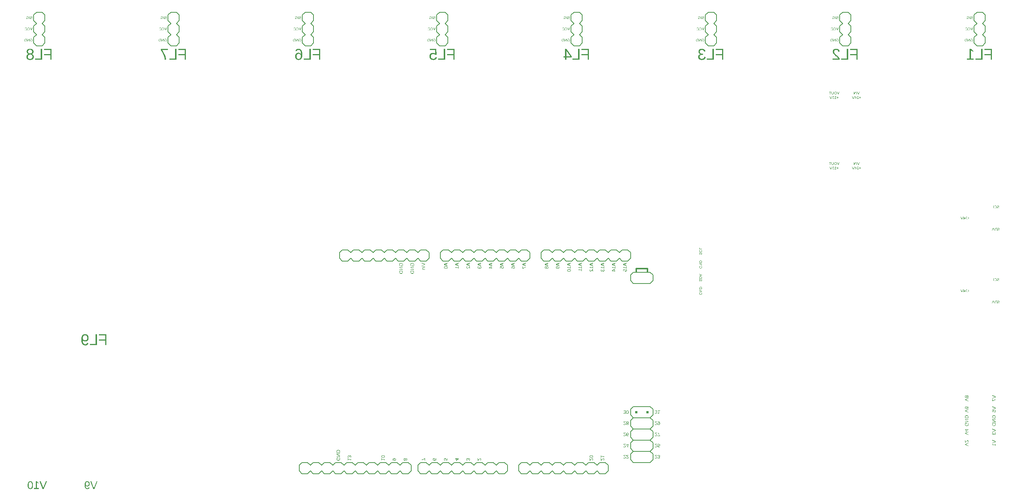
<source format=gbr>
G04 EAGLE Gerber RS-274X export*
G75*
%MOMM*%
%FSLAX34Y34*%
%LPD*%
%INSilkscreen Bottom*%
%IPPOS*%
%AMOC8*
5,1,8,0,0,1.08239X$1,22.5*%
G01*
G04 Define Apertures*
%ADD10C,0.203200*%
%ADD11C,0.152400*%
%ADD12C,0.304800*%
%ADD13R,0.508000X0.508000*%
G36*
X1579442Y549189D02*
X1573530Y549189D01*
X1573530Y551400D01*
X1573553Y551816D01*
X1573621Y552206D01*
X1573735Y552571D01*
X1573895Y552911D01*
X1574098Y553219D01*
X1574340Y553491D01*
X1574623Y553725D01*
X1574946Y553922D01*
X1575304Y554078D01*
X1575689Y554189D01*
X1576104Y554256D01*
X1576547Y554279D01*
X1576884Y554266D01*
X1577202Y554228D01*
X1577499Y554164D01*
X1577777Y554075D01*
X1578035Y553960D01*
X1578273Y553820D01*
X1578491Y553654D01*
X1578689Y553463D01*
X1578866Y553248D01*
X1579019Y553012D01*
X1579148Y552754D01*
X1579254Y552475D01*
X1579336Y552174D01*
X1579395Y551852D01*
X1579431Y551509D01*
X1579442Y551144D01*
X1579442Y549189D01*
G37*
%LPC*%
G36*
X1578800Y549990D02*
X1578800Y551127D01*
X1578791Y551404D01*
X1578764Y551664D01*
X1578719Y551908D01*
X1578656Y552134D01*
X1578575Y552343D01*
X1578476Y552536D01*
X1578359Y552712D01*
X1578223Y552871D01*
X1578071Y553012D01*
X1577902Y553134D01*
X1577717Y553238D01*
X1577516Y553322D01*
X1577298Y553388D01*
X1577064Y553435D01*
X1576814Y553464D01*
X1576547Y553473D01*
X1576194Y553456D01*
X1575865Y553407D01*
X1575560Y553324D01*
X1575280Y553209D01*
X1575027Y553062D01*
X1574806Y552887D01*
X1574616Y552683D01*
X1574457Y552451D01*
X1574333Y552195D01*
X1574243Y551919D01*
X1574190Y551623D01*
X1574172Y551308D01*
X1574172Y549990D01*
X1578800Y549990D01*
G37*
%LPD*%
G36*
X1579442Y542970D02*
X1573530Y542970D01*
X1573530Y543683D01*
X1577458Y543683D01*
X1578158Y543662D01*
X1578565Y543641D01*
X1573530Y546805D01*
X1573530Y547770D01*
X1579442Y547770D01*
X1579442Y547049D01*
X1575565Y547049D01*
X1575083Y547061D01*
X1574373Y547099D01*
X1579442Y543902D01*
X1579442Y542970D01*
G37*
G36*
X1576513Y536010D02*
X1576059Y536032D01*
X1575635Y536098D01*
X1575242Y536209D01*
X1574879Y536364D01*
X1574552Y536561D01*
X1574266Y536798D01*
X1574020Y537074D01*
X1573815Y537390D01*
X1573654Y537742D01*
X1573538Y538126D01*
X1573469Y538541D01*
X1573446Y538989D01*
X1573462Y539380D01*
X1573512Y539757D01*
X1573594Y540120D01*
X1573708Y540468D01*
X1573853Y540796D01*
X1574025Y541097D01*
X1574223Y541372D01*
X1574449Y541620D01*
X1576488Y541620D01*
X1576488Y539115D01*
X1575817Y539115D01*
X1575817Y540881D01*
X1574751Y540881D01*
X1574608Y540714D01*
X1574480Y540523D01*
X1574369Y540308D01*
X1574273Y540069D01*
X1574196Y539814D01*
X1574141Y539549D01*
X1574107Y539274D01*
X1574096Y538989D01*
X1574107Y538742D01*
X1574137Y538509D01*
X1574188Y538289D01*
X1574259Y538084D01*
X1574350Y537892D01*
X1574461Y537714D01*
X1574593Y537549D01*
X1574745Y537399D01*
X1574914Y537264D01*
X1575098Y537147D01*
X1575297Y537048D01*
X1575511Y536967D01*
X1575740Y536905D01*
X1575983Y536860D01*
X1576241Y536833D01*
X1576513Y536824D01*
X1576787Y536832D01*
X1577044Y536858D01*
X1577286Y536900D01*
X1577512Y536959D01*
X1577722Y537035D01*
X1577916Y537128D01*
X1578094Y537238D01*
X1578257Y537365D01*
X1578402Y537508D01*
X1578528Y537666D01*
X1578634Y537839D01*
X1578721Y538027D01*
X1578789Y538230D01*
X1578837Y538448D01*
X1578866Y538682D01*
X1578876Y538930D01*
X1578861Y539246D01*
X1578818Y539535D01*
X1578746Y539797D01*
X1578645Y540032D01*
X1578513Y540241D01*
X1578346Y540427D01*
X1578146Y540588D01*
X1577911Y540726D01*
X1578137Y541490D01*
X1578478Y541307D01*
X1578768Y541088D01*
X1579008Y540835D01*
X1579199Y540546D01*
X1579344Y540216D01*
X1579448Y539841D01*
X1579510Y539419D01*
X1579531Y538951D01*
X1579518Y538612D01*
X1579481Y538292D01*
X1579420Y537991D01*
X1579333Y537710D01*
X1579222Y537449D01*
X1579087Y537207D01*
X1578927Y536985D01*
X1578742Y536782D01*
X1578534Y536601D01*
X1578307Y536444D01*
X1578059Y536311D01*
X1577790Y536203D01*
X1577501Y536118D01*
X1577192Y536058D01*
X1576863Y536022D01*
X1576513Y536010D01*
G37*
G36*
X1579442Y489189D02*
X1573530Y489189D01*
X1573530Y491400D01*
X1573553Y491816D01*
X1573621Y492206D01*
X1573735Y492571D01*
X1573895Y492911D01*
X1574098Y493219D01*
X1574340Y493491D01*
X1574623Y493725D01*
X1574946Y493922D01*
X1575304Y494078D01*
X1575689Y494189D01*
X1576104Y494256D01*
X1576547Y494279D01*
X1576884Y494266D01*
X1577202Y494228D01*
X1577499Y494164D01*
X1577777Y494075D01*
X1578035Y493960D01*
X1578273Y493820D01*
X1578491Y493654D01*
X1578689Y493463D01*
X1578866Y493248D01*
X1579019Y493012D01*
X1579148Y492754D01*
X1579254Y492475D01*
X1579336Y492174D01*
X1579395Y491852D01*
X1579431Y491509D01*
X1579442Y491144D01*
X1579442Y489189D01*
G37*
%LPC*%
G36*
X1578800Y489990D02*
X1578800Y491127D01*
X1578791Y491404D01*
X1578764Y491664D01*
X1578719Y491908D01*
X1578656Y492134D01*
X1578575Y492343D01*
X1578476Y492536D01*
X1578359Y492712D01*
X1578223Y492871D01*
X1578071Y493012D01*
X1577902Y493134D01*
X1577717Y493238D01*
X1577516Y493322D01*
X1577298Y493388D01*
X1577064Y493435D01*
X1576814Y493464D01*
X1576547Y493473D01*
X1576194Y493456D01*
X1575865Y493407D01*
X1575560Y493324D01*
X1575280Y493209D01*
X1575027Y493062D01*
X1574806Y492887D01*
X1574616Y492683D01*
X1574457Y492451D01*
X1574333Y492195D01*
X1574243Y491919D01*
X1574190Y491623D01*
X1574172Y491308D01*
X1574172Y489990D01*
X1578800Y489990D01*
G37*
%LPD*%
G36*
X1579442Y482970D02*
X1573530Y482970D01*
X1573530Y483683D01*
X1577458Y483683D01*
X1578158Y483662D01*
X1578565Y483641D01*
X1573530Y486805D01*
X1573530Y487770D01*
X1579442Y487770D01*
X1579442Y487049D01*
X1575565Y487049D01*
X1575083Y487061D01*
X1574373Y487099D01*
X1579442Y483902D01*
X1579442Y482970D01*
G37*
G36*
X1576513Y476010D02*
X1576059Y476032D01*
X1575635Y476098D01*
X1575242Y476209D01*
X1574879Y476364D01*
X1574552Y476561D01*
X1574266Y476798D01*
X1574020Y477074D01*
X1573815Y477390D01*
X1573654Y477742D01*
X1573538Y478126D01*
X1573469Y478541D01*
X1573446Y478989D01*
X1573462Y479380D01*
X1573512Y479757D01*
X1573594Y480120D01*
X1573708Y480468D01*
X1573853Y480796D01*
X1574025Y481097D01*
X1574223Y481372D01*
X1574449Y481620D01*
X1576488Y481620D01*
X1576488Y479115D01*
X1575817Y479115D01*
X1575817Y480881D01*
X1574751Y480881D01*
X1574608Y480714D01*
X1574480Y480523D01*
X1574369Y480308D01*
X1574273Y480069D01*
X1574196Y479814D01*
X1574141Y479549D01*
X1574107Y479274D01*
X1574096Y478989D01*
X1574107Y478742D01*
X1574137Y478509D01*
X1574188Y478289D01*
X1574259Y478084D01*
X1574350Y477892D01*
X1574461Y477714D01*
X1574593Y477549D01*
X1574745Y477399D01*
X1574914Y477264D01*
X1575098Y477147D01*
X1575297Y477048D01*
X1575511Y476967D01*
X1575740Y476905D01*
X1575983Y476860D01*
X1576241Y476833D01*
X1576513Y476824D01*
X1576787Y476832D01*
X1577044Y476858D01*
X1577286Y476900D01*
X1577512Y476959D01*
X1577722Y477035D01*
X1577916Y477128D01*
X1578094Y477238D01*
X1578257Y477365D01*
X1578402Y477508D01*
X1578528Y477666D01*
X1578634Y477839D01*
X1578721Y478027D01*
X1578789Y478230D01*
X1578837Y478448D01*
X1578866Y478682D01*
X1578876Y478930D01*
X1578861Y479246D01*
X1578818Y479535D01*
X1578746Y479797D01*
X1578645Y480032D01*
X1578513Y480241D01*
X1578346Y480427D01*
X1578146Y480588D01*
X1577911Y480726D01*
X1578137Y481490D01*
X1578478Y481307D01*
X1578768Y481088D01*
X1579008Y480835D01*
X1579199Y480546D01*
X1579344Y480216D01*
X1579448Y479841D01*
X1579510Y479419D01*
X1579531Y478951D01*
X1579518Y478612D01*
X1579481Y478292D01*
X1579420Y477991D01*
X1579333Y477710D01*
X1579222Y477449D01*
X1579087Y477207D01*
X1578927Y476985D01*
X1578742Y476782D01*
X1578534Y476601D01*
X1578307Y476444D01*
X1578059Y476311D01*
X1577790Y476203D01*
X1577501Y476118D01*
X1577192Y476058D01*
X1576863Y476022D01*
X1576513Y476010D01*
G37*
G36*
X1574948Y567171D02*
X1574766Y567221D01*
X1574596Y567285D01*
X1574438Y567364D01*
X1574291Y567456D01*
X1574156Y567563D01*
X1574033Y567684D01*
X1573921Y567820D01*
X1573822Y567969D01*
X1573734Y568133D01*
X1573657Y568311D01*
X1573593Y568503D01*
X1573540Y568709D01*
X1573499Y568929D01*
X1573470Y569164D01*
X1573452Y569413D01*
X1573446Y569676D01*
X1573453Y569958D01*
X1573474Y570224D01*
X1573509Y570474D01*
X1573558Y570708D01*
X1573621Y570925D01*
X1573699Y571126D01*
X1573790Y571310D01*
X1573895Y571478D01*
X1574013Y571628D01*
X1574143Y571758D01*
X1574284Y571868D01*
X1574436Y571958D01*
X1574601Y572028D01*
X1574776Y572078D01*
X1574964Y572108D01*
X1575162Y572118D01*
X1575464Y572096D01*
X1575725Y572028D01*
X1575948Y571920D01*
X1576140Y571778D01*
X1576303Y571605D01*
X1576438Y571403D01*
X1576552Y571179D01*
X1576650Y570939D01*
X1576734Y570686D01*
X1576805Y570421D01*
X1576933Y569877D01*
X1577099Y569199D01*
X1577172Y568961D01*
X1577237Y568791D01*
X1577375Y568550D01*
X1577539Y568373D01*
X1577635Y568310D01*
X1577741Y568264D01*
X1577860Y568237D01*
X1577991Y568228D01*
X1578209Y568252D01*
X1578399Y568322D01*
X1578559Y568438D01*
X1578691Y568602D01*
X1578794Y568809D01*
X1578868Y569059D01*
X1578912Y569351D01*
X1578926Y569684D01*
X1578913Y569990D01*
X1578873Y570260D01*
X1578807Y570496D01*
X1578714Y570696D01*
X1578592Y570863D01*
X1578438Y571002D01*
X1578251Y571111D01*
X1578032Y571191D01*
X1578171Y571980D01*
X1578515Y571853D01*
X1578805Y571686D01*
X1579041Y571479D01*
X1579138Y571361D01*
X1579222Y571233D01*
X1579357Y570937D01*
X1579453Y570581D01*
X1579511Y570167D01*
X1579531Y569693D01*
X1579524Y569430D01*
X1579505Y569183D01*
X1579473Y568951D01*
X1579428Y568736D01*
X1579370Y568535D01*
X1579299Y568351D01*
X1579216Y568182D01*
X1579119Y568029D01*
X1579011Y567893D01*
X1578892Y567775D01*
X1578762Y567675D01*
X1578621Y567593D01*
X1578469Y567530D01*
X1578307Y567484D01*
X1578133Y567457D01*
X1577949Y567448D01*
X1577788Y567455D01*
X1577636Y567476D01*
X1577494Y567510D01*
X1577361Y567559D01*
X1577121Y567695D01*
X1576914Y567880D01*
X1576732Y568128D01*
X1576568Y568453D01*
X1576413Y568900D01*
X1576258Y569517D01*
X1576085Y570251D01*
X1575996Y570559D01*
X1575888Y570822D01*
X1575755Y571034D01*
X1575590Y571193D01*
X1575493Y571251D01*
X1575383Y571292D01*
X1575258Y571317D01*
X1575120Y571325D01*
X1574995Y571318D01*
X1574878Y571299D01*
X1574667Y571220D01*
X1574487Y571088D01*
X1574338Y570903D01*
X1574221Y570670D01*
X1574138Y570393D01*
X1574088Y570071D01*
X1574071Y569705D01*
X1574087Y569349D01*
X1574134Y569033D01*
X1574212Y568756D01*
X1574321Y568518D01*
X1574464Y568319D01*
X1574641Y568157D01*
X1574855Y568033D01*
X1575104Y567947D01*
X1574948Y567171D01*
G37*
G36*
X1576513Y572936D02*
X1576057Y572957D01*
X1575633Y573021D01*
X1575240Y573128D01*
X1574879Y573278D01*
X1574554Y573468D01*
X1574269Y573697D01*
X1574023Y573965D01*
X1573817Y574272D01*
X1573655Y574614D01*
X1573539Y574985D01*
X1573469Y575387D01*
X1573446Y575819D01*
X1573452Y576033D01*
X1573471Y576242D01*
X1573546Y576638D01*
X1573670Y577009D01*
X1573845Y577352D01*
X1574067Y577664D01*
X1574335Y577939D01*
X1574648Y578177D01*
X1575007Y578378D01*
X1575334Y577724D01*
X1575046Y577558D01*
X1574796Y577372D01*
X1574585Y577168D01*
X1574412Y576944D01*
X1574278Y576701D01*
X1574182Y576439D01*
X1574124Y576157D01*
X1574105Y575856D01*
X1574115Y575620D01*
X1574146Y575397D01*
X1574198Y575186D01*
X1574270Y574987D01*
X1574363Y574801D01*
X1574477Y574628D01*
X1574611Y574467D01*
X1574766Y574318D01*
X1574938Y574185D01*
X1575123Y574070D01*
X1575321Y573972D01*
X1575533Y573892D01*
X1575758Y573830D01*
X1575997Y573785D01*
X1576248Y573759D01*
X1576513Y573750D01*
X1576781Y573758D01*
X1577034Y573784D01*
X1577272Y573827D01*
X1577496Y573886D01*
X1577705Y573963D01*
X1577899Y574057D01*
X1578079Y574167D01*
X1578244Y574295D01*
X1578392Y574439D01*
X1578521Y574595D01*
X1578629Y574766D01*
X1578718Y574950D01*
X1578787Y575148D01*
X1578836Y575359D01*
X1578866Y575584D01*
X1578876Y575823D01*
X1578859Y576125D01*
X1578808Y576405D01*
X1578722Y576665D01*
X1578603Y576903D01*
X1578452Y577115D01*
X1578270Y577296D01*
X1578057Y577446D01*
X1577814Y577564D01*
X1578066Y578324D01*
X1578407Y578154D01*
X1578703Y577942D01*
X1578954Y577688D01*
X1579161Y577392D01*
X1579323Y577056D01*
X1579438Y576681D01*
X1579507Y576267D01*
X1579531Y575814D01*
X1579518Y575486D01*
X1579480Y575175D01*
X1579418Y574884D01*
X1579330Y574610D01*
X1579217Y574355D01*
X1579080Y574118D01*
X1578917Y573900D01*
X1578729Y573699D01*
X1578519Y573520D01*
X1578290Y573365D01*
X1578042Y573234D01*
X1577774Y573127D01*
X1577488Y573043D01*
X1577182Y572984D01*
X1576857Y572948D01*
X1576513Y572936D01*
G37*
G36*
X1579442Y579423D02*
X1573530Y579423D01*
X1573530Y583212D01*
X1574185Y583212D01*
X1574185Y580225D01*
X1579442Y580225D01*
X1579442Y579423D01*
G37*
G36*
X1579442Y512736D02*
X1573530Y512736D01*
X1573530Y514947D01*
X1573553Y515362D01*
X1573621Y515753D01*
X1573735Y516118D01*
X1573895Y516458D01*
X1574098Y516766D01*
X1574340Y517038D01*
X1574623Y517272D01*
X1574946Y517469D01*
X1575304Y517625D01*
X1575689Y517736D01*
X1576104Y517803D01*
X1576547Y517826D01*
X1576884Y517813D01*
X1577202Y517775D01*
X1577499Y517711D01*
X1577777Y517621D01*
X1578035Y517507D01*
X1578273Y517366D01*
X1578491Y517201D01*
X1578689Y517009D01*
X1578866Y516795D01*
X1579019Y516558D01*
X1579148Y516301D01*
X1579254Y516022D01*
X1579336Y515721D01*
X1579395Y515399D01*
X1579431Y515056D01*
X1579442Y514691D01*
X1579442Y512736D01*
G37*
%LPC*%
G36*
X1578800Y513537D02*
X1578800Y514674D01*
X1578791Y514951D01*
X1578764Y515211D01*
X1578719Y515454D01*
X1578656Y515681D01*
X1578575Y515890D01*
X1578476Y516083D01*
X1578359Y516259D01*
X1578223Y516418D01*
X1578071Y516559D01*
X1577902Y516681D01*
X1577717Y516785D01*
X1577516Y516869D01*
X1577298Y516935D01*
X1577064Y516982D01*
X1576814Y517010D01*
X1576547Y517020D01*
X1576194Y517003D01*
X1575865Y516954D01*
X1575560Y516871D01*
X1575280Y516756D01*
X1575027Y516609D01*
X1574806Y516434D01*
X1574616Y516230D01*
X1574457Y515998D01*
X1574333Y515742D01*
X1574243Y515466D01*
X1574190Y515170D01*
X1574172Y514855D01*
X1574172Y513537D01*
X1578800Y513537D01*
G37*
%LPD*%
G36*
X1573530Y518266D02*
X1573530Y519097D01*
X1575259Y519777D01*
X1575259Y522471D01*
X1573530Y523146D01*
X1573530Y523965D01*
X1579442Y521590D01*
X1579442Y520679D01*
X1573530Y518266D01*
G37*
%LPC*%
G36*
X1575884Y520020D02*
X1577827Y520775D01*
X1578323Y520956D01*
X1578721Y521086D01*
X1578838Y521124D01*
X1578490Y521237D01*
X1577835Y521472D01*
X1575884Y522232D01*
X1575884Y520020D01*
G37*
%LPD*%
G36*
X1574948Y506702D02*
X1574766Y506752D01*
X1574596Y506817D01*
X1574438Y506895D01*
X1574291Y506988D01*
X1574156Y507095D01*
X1574033Y507216D01*
X1573921Y507351D01*
X1573822Y507500D01*
X1573734Y507664D01*
X1573657Y507842D01*
X1573593Y508034D01*
X1573540Y508240D01*
X1573499Y508461D01*
X1573470Y508695D01*
X1573452Y508944D01*
X1573446Y509207D01*
X1573453Y509490D01*
X1573474Y509756D01*
X1573509Y510006D01*
X1573558Y510239D01*
X1573621Y510456D01*
X1573699Y510657D01*
X1573790Y510841D01*
X1573895Y511009D01*
X1574013Y511159D01*
X1574143Y511289D01*
X1574284Y511399D01*
X1574436Y511489D01*
X1574601Y511559D01*
X1574776Y511609D01*
X1574964Y511639D01*
X1575162Y511649D01*
X1575464Y511627D01*
X1575725Y511559D01*
X1575948Y511452D01*
X1576140Y511310D01*
X1576303Y511136D01*
X1576438Y510934D01*
X1576552Y510710D01*
X1576650Y510470D01*
X1576734Y510217D01*
X1576805Y509952D01*
X1576933Y509409D01*
X1577099Y508730D01*
X1577172Y508492D01*
X1577237Y508322D01*
X1577375Y508081D01*
X1577539Y507904D01*
X1577635Y507841D01*
X1577741Y507796D01*
X1577860Y507769D01*
X1577991Y507760D01*
X1578209Y507783D01*
X1578399Y507853D01*
X1578559Y507970D01*
X1578691Y508133D01*
X1578794Y508341D01*
X1578868Y508590D01*
X1578912Y508882D01*
X1578926Y509216D01*
X1578913Y509521D01*
X1578873Y509792D01*
X1578807Y510027D01*
X1578714Y510227D01*
X1578592Y510395D01*
X1578438Y510533D01*
X1578251Y510642D01*
X1578032Y510722D01*
X1578171Y511511D01*
X1578515Y511384D01*
X1578805Y511217D01*
X1579041Y511011D01*
X1579138Y510892D01*
X1579222Y510764D01*
X1579357Y510468D01*
X1579453Y510113D01*
X1579511Y509698D01*
X1579531Y509224D01*
X1579524Y508961D01*
X1579505Y508714D01*
X1579473Y508483D01*
X1579428Y508267D01*
X1579370Y508067D01*
X1579299Y507882D01*
X1579216Y507713D01*
X1579119Y507560D01*
X1579011Y507424D01*
X1578892Y507306D01*
X1578762Y507206D01*
X1578621Y507124D01*
X1578469Y507061D01*
X1578307Y507015D01*
X1578133Y506988D01*
X1577949Y506979D01*
X1577788Y506986D01*
X1577636Y507007D01*
X1577494Y507042D01*
X1577361Y507090D01*
X1577121Y507226D01*
X1576914Y507411D01*
X1576732Y507659D01*
X1576568Y507984D01*
X1576413Y508431D01*
X1576258Y509048D01*
X1576085Y509782D01*
X1575996Y510091D01*
X1575888Y510353D01*
X1575755Y510565D01*
X1575590Y510724D01*
X1575493Y510782D01*
X1575383Y510823D01*
X1575258Y510848D01*
X1575120Y510856D01*
X1574995Y510850D01*
X1574878Y510830D01*
X1574667Y510751D01*
X1574487Y510619D01*
X1574338Y510435D01*
X1574221Y510202D01*
X1574138Y509924D01*
X1574088Y509603D01*
X1574071Y509237D01*
X1574087Y508881D01*
X1574134Y508564D01*
X1574212Y508287D01*
X1574321Y508049D01*
X1574464Y507850D01*
X1574641Y507688D01*
X1574855Y507564D01*
X1575104Y507478D01*
X1574948Y506702D01*
G37*
G36*
X2174144Y647192D02*
X2173431Y647192D01*
X2173431Y648531D01*
X2172600Y648531D01*
X2172600Y649126D01*
X2173431Y649126D01*
X2173431Y653104D01*
X2174224Y653104D01*
X2176930Y649118D01*
X2176930Y648531D01*
X2174144Y648531D01*
X2174144Y647192D01*
G37*
%LPC*%
G36*
X2176234Y649126D02*
X2176167Y649210D01*
X2175940Y649521D01*
X2174425Y651753D01*
X2174262Y652030D01*
X2174144Y652253D01*
X2174144Y649126D01*
X2176234Y649126D01*
G37*
%LPD*%
G36*
X2169896Y647192D02*
X2169065Y647192D01*
X2166652Y653104D01*
X2167496Y653104D01*
X2169124Y648942D01*
X2169476Y647897D01*
X2169829Y648942D01*
X2171465Y653104D01*
X2172309Y653104D01*
X2169896Y647192D01*
G37*
G36*
X2181477Y647192D02*
X2177562Y647192D01*
X2177562Y647834D01*
X2180646Y647834D01*
X2180573Y647982D01*
X2180480Y648134D01*
X2180235Y648445D01*
X2179900Y648781D01*
X2179467Y649156D01*
X2178731Y649776D01*
X2178279Y650209D01*
X2178007Y650549D01*
X2177899Y650719D01*
X2177811Y650889D01*
X2177742Y651059D01*
X2177693Y651230D01*
X2177664Y651401D01*
X2177654Y651573D01*
X2177661Y651761D01*
X2177684Y651939D01*
X2177721Y652105D01*
X2177774Y652260D01*
X2177842Y652405D01*
X2177924Y652538D01*
X2178022Y652660D01*
X2178134Y652771D01*
X2178261Y652870D01*
X2178400Y652955D01*
X2178553Y653028D01*
X2178718Y653087D01*
X2178896Y653133D01*
X2179088Y653166D01*
X2179292Y653186D01*
X2179509Y653193D01*
X2179707Y653186D01*
X2179897Y653166D01*
X2180078Y653134D01*
X2180249Y653088D01*
X2180411Y653029D01*
X2180563Y652956D01*
X2180841Y652773D01*
X2181073Y652545D01*
X2181168Y652417D01*
X2181251Y652281D01*
X2181319Y652135D01*
X2181374Y651981D01*
X2181415Y651817D01*
X2181443Y651644D01*
X2180671Y651573D01*
X2180628Y651797D01*
X2180552Y651994D01*
X2180444Y652165D01*
X2180304Y652309D01*
X2180137Y652424D01*
X2179949Y652506D01*
X2179739Y652555D01*
X2179509Y652571D01*
X2179269Y652555D01*
X2179056Y652504D01*
X2178872Y652420D01*
X2178715Y652303D01*
X2178591Y652155D01*
X2178501Y651980D01*
X2178448Y651777D01*
X2178430Y651548D01*
X2178441Y651372D01*
X2178472Y651206D01*
X2178523Y651049D01*
X2178596Y650901D01*
X2178787Y650622D01*
X2179030Y650356D01*
X2179315Y650096D01*
X2179632Y649836D01*
X2180306Y649271D01*
X2180638Y648949D01*
X2180954Y648591D01*
X2181102Y648396D01*
X2181239Y648187D01*
X2181364Y647963D01*
X2181477Y647725D01*
X2181477Y647192D01*
G37*
G36*
X2184741Y647947D02*
X2184124Y647947D01*
X2184124Y649743D01*
X2182345Y649743D01*
X2182345Y650356D01*
X2184124Y650356D01*
X2184124Y652152D01*
X2184741Y652152D01*
X2184741Y650356D01*
X2186520Y650356D01*
X2186520Y649743D01*
X2184741Y649743D01*
X2184741Y647947D01*
G37*
G36*
X2248973Y621792D02*
X2246761Y621792D01*
X2246346Y621815D01*
X2245956Y621883D01*
X2245590Y621997D01*
X2245251Y622157D01*
X2244942Y622360D01*
X2244670Y622602D01*
X2244436Y622885D01*
X2244239Y623208D01*
X2244083Y623566D01*
X2243972Y623951D01*
X2243905Y624366D01*
X2243883Y624809D01*
X2243895Y625146D01*
X2243934Y625464D01*
X2243997Y625761D01*
X2244087Y626039D01*
X2244201Y626297D01*
X2244342Y626535D01*
X2244507Y626753D01*
X2244699Y626951D01*
X2244914Y627128D01*
X2245150Y627281D01*
X2245407Y627410D01*
X2245686Y627516D01*
X2245987Y627598D01*
X2246309Y627657D01*
X2246652Y627693D01*
X2247017Y627704D01*
X2248973Y627704D01*
X2248973Y621792D01*
G37*
%LPC*%
G36*
X2248171Y622434D02*
X2248171Y627062D01*
X2247034Y627062D01*
X2246757Y627053D01*
X2246497Y627026D01*
X2246254Y626981D01*
X2246027Y626918D01*
X2245818Y626837D01*
X2245625Y626738D01*
X2245449Y626621D01*
X2245290Y626485D01*
X2245149Y626333D01*
X2245027Y626164D01*
X2244924Y625979D01*
X2244839Y625778D01*
X2244773Y625560D01*
X2244726Y625326D01*
X2244698Y625076D01*
X2244688Y624809D01*
X2244705Y624456D01*
X2244754Y624127D01*
X2244837Y623822D01*
X2244953Y623542D01*
X2245099Y623289D01*
X2245274Y623068D01*
X2245478Y622878D01*
X2245710Y622719D01*
X2245966Y622595D01*
X2246242Y622505D01*
X2246538Y622452D01*
X2246854Y622434D01*
X2248171Y622434D01*
G37*
%LPD*%
G36*
X2238562Y621792D02*
X2237744Y621792D01*
X2240119Y627704D01*
X2241029Y627704D01*
X2243442Y621792D01*
X2242611Y621792D01*
X2241931Y623521D01*
X2239237Y623521D01*
X2238562Y621792D01*
G37*
%LPC*%
G36*
X2241688Y624146D02*
X2240933Y626089D01*
X2240752Y626585D01*
X2240622Y626983D01*
X2240584Y627100D01*
X2240471Y626752D01*
X2240236Y626097D01*
X2239477Y624146D01*
X2241688Y624146D01*
G37*
%LPD*%
G36*
X2252501Y621708D02*
X2252219Y621715D01*
X2251952Y621736D01*
X2251703Y621771D01*
X2251469Y621820D01*
X2251252Y621883D01*
X2251051Y621961D01*
X2250867Y622052D01*
X2250699Y622157D01*
X2250549Y622275D01*
X2250419Y622405D01*
X2250309Y622546D01*
X2250219Y622698D01*
X2250149Y622863D01*
X2250099Y623038D01*
X2250069Y623226D01*
X2250059Y623424D01*
X2250081Y623726D01*
X2250149Y623987D01*
X2250257Y624210D01*
X2250399Y624402D01*
X2250572Y624565D01*
X2250774Y624700D01*
X2250998Y624814D01*
X2251238Y624912D01*
X2251491Y624996D01*
X2251756Y625067D01*
X2252300Y625195D01*
X2252978Y625361D01*
X2253216Y625434D01*
X2253386Y625499D01*
X2253627Y625637D01*
X2253804Y625801D01*
X2253867Y625897D01*
X2253912Y626003D01*
X2253940Y626122D01*
X2253949Y626253D01*
X2253925Y626471D01*
X2253855Y626661D01*
X2253739Y626821D01*
X2253575Y626953D01*
X2253367Y627056D01*
X2253118Y627130D01*
X2252826Y627174D01*
X2252493Y627188D01*
X2252187Y627175D01*
X2251917Y627135D01*
X2251681Y627069D01*
X2251481Y626976D01*
X2251313Y626854D01*
X2251175Y626700D01*
X2251066Y626513D01*
X2250986Y626294D01*
X2250197Y626433D01*
X2250324Y626777D01*
X2250491Y627067D01*
X2250698Y627303D01*
X2250816Y627400D01*
X2250944Y627484D01*
X2251240Y627619D01*
X2251596Y627715D01*
X2252010Y627773D01*
X2252484Y627793D01*
X2252747Y627786D01*
X2252994Y627767D01*
X2253226Y627735D01*
X2253441Y627690D01*
X2253642Y627632D01*
X2253826Y627561D01*
X2253995Y627478D01*
X2254148Y627381D01*
X2254284Y627273D01*
X2254402Y627154D01*
X2254502Y627024D01*
X2254584Y626883D01*
X2254647Y626731D01*
X2254693Y626569D01*
X2254720Y626395D01*
X2254729Y626211D01*
X2254722Y626050D01*
X2254701Y625898D01*
X2254667Y625756D01*
X2254618Y625623D01*
X2254482Y625383D01*
X2254297Y625176D01*
X2254049Y624994D01*
X2253724Y624830D01*
X2253277Y624675D01*
X2252660Y624520D01*
X2251926Y624347D01*
X2251618Y624258D01*
X2251355Y624150D01*
X2251143Y624017D01*
X2250984Y623852D01*
X2250926Y623755D01*
X2250885Y623645D01*
X2250860Y623520D01*
X2250852Y623382D01*
X2250858Y623257D01*
X2250878Y623140D01*
X2250957Y622929D01*
X2251089Y622749D01*
X2251274Y622600D01*
X2251507Y622483D01*
X2251784Y622400D01*
X2252106Y622350D01*
X2252472Y622333D01*
X2252827Y622349D01*
X2253144Y622396D01*
X2253421Y622474D01*
X2253659Y622583D01*
X2253858Y622726D01*
X2254020Y622903D01*
X2254144Y623117D01*
X2254230Y623366D01*
X2255006Y623210D01*
X2254956Y623028D01*
X2254892Y622858D01*
X2254813Y622700D01*
X2254720Y622553D01*
X2254614Y622418D01*
X2254492Y622295D01*
X2254357Y622183D01*
X2254208Y622084D01*
X2254044Y621996D01*
X2253866Y621919D01*
X2253674Y621855D01*
X2253468Y621802D01*
X2253247Y621761D01*
X2253013Y621732D01*
X2252764Y621714D01*
X2252501Y621708D01*
G37*
G36*
X2251563Y672508D02*
X2251281Y672515D01*
X2251015Y672536D01*
X2250765Y672571D01*
X2250532Y672620D01*
X2250315Y672683D01*
X2250114Y672761D01*
X2249929Y672852D01*
X2249761Y672957D01*
X2249611Y673075D01*
X2249481Y673205D01*
X2249371Y673346D01*
X2249281Y673498D01*
X2249211Y673663D01*
X2249161Y673838D01*
X2249131Y674026D01*
X2249121Y674224D01*
X2249144Y674526D01*
X2249211Y674787D01*
X2249319Y675010D01*
X2249461Y675202D01*
X2249635Y675365D01*
X2249837Y675500D01*
X2250061Y675614D01*
X2250300Y675712D01*
X2250554Y675796D01*
X2250819Y675867D01*
X2251362Y675995D01*
X2252041Y676161D01*
X2252279Y676234D01*
X2252449Y676299D01*
X2252690Y676437D01*
X2252866Y676601D01*
X2252930Y676697D01*
X2252975Y676803D01*
X2253002Y676922D01*
X2253011Y677053D01*
X2252988Y677271D01*
X2252918Y677461D01*
X2252801Y677621D01*
X2252638Y677753D01*
X2252430Y677856D01*
X2252180Y677930D01*
X2251889Y677974D01*
X2251555Y677988D01*
X2251250Y677975D01*
X2250979Y677935D01*
X2250744Y677869D01*
X2250544Y677776D01*
X2250376Y677654D01*
X2250237Y677500D01*
X2250128Y677313D01*
X2250049Y677094D01*
X2249260Y677233D01*
X2249387Y677577D01*
X2249553Y677867D01*
X2249760Y678103D01*
X2249878Y678200D01*
X2250007Y678284D01*
X2250303Y678419D01*
X2250658Y678515D01*
X2251073Y678573D01*
X2251547Y678593D01*
X2251809Y678586D01*
X2252057Y678567D01*
X2252288Y678535D01*
X2252504Y678490D01*
X2252704Y678432D01*
X2252888Y678361D01*
X2253057Y678278D01*
X2253210Y678181D01*
X2253347Y678073D01*
X2253465Y677954D01*
X2253565Y677824D01*
X2253646Y677683D01*
X2253710Y677531D01*
X2253755Y677369D01*
X2253783Y677195D01*
X2253792Y677011D01*
X2253785Y676850D01*
X2253764Y676698D01*
X2253729Y676556D01*
X2253680Y676423D01*
X2253545Y676183D01*
X2253359Y675976D01*
X2253111Y675794D01*
X2252787Y675630D01*
X2252339Y675475D01*
X2251723Y675320D01*
X2250989Y675147D01*
X2250680Y675058D01*
X2250418Y674950D01*
X2250205Y674817D01*
X2250047Y674652D01*
X2249989Y674555D01*
X2249947Y674445D01*
X2249923Y674320D01*
X2249914Y674182D01*
X2249921Y674057D01*
X2249941Y673940D01*
X2250020Y673729D01*
X2250152Y673549D01*
X2250336Y673400D01*
X2250569Y673283D01*
X2250846Y673200D01*
X2251168Y673150D01*
X2251534Y673133D01*
X2251890Y673149D01*
X2252206Y673196D01*
X2252484Y673274D01*
X2252722Y673383D01*
X2252921Y673526D01*
X2253082Y673703D01*
X2253206Y673917D01*
X2253292Y674166D01*
X2254069Y674010D01*
X2254018Y673828D01*
X2253954Y673658D01*
X2253876Y673500D01*
X2253783Y673353D01*
X2253676Y673218D01*
X2253555Y673095D01*
X2253420Y672983D01*
X2253270Y672884D01*
X2253107Y672796D01*
X2252929Y672719D01*
X2252737Y672655D01*
X2252530Y672602D01*
X2252310Y672561D01*
X2252075Y672532D01*
X2251826Y672514D01*
X2251563Y672508D01*
G37*
G36*
X2245421Y672508D02*
X2245206Y672514D01*
X2244998Y672533D01*
X2244601Y672608D01*
X2244231Y672732D01*
X2243887Y672907D01*
X2243575Y673129D01*
X2243300Y673397D01*
X2243062Y673710D01*
X2242861Y674069D01*
X2243516Y674396D01*
X2243682Y674108D01*
X2243867Y673858D01*
X2244071Y673647D01*
X2244295Y673474D01*
X2244538Y673340D01*
X2244801Y673244D01*
X2245082Y673186D01*
X2245383Y673167D01*
X2245619Y673177D01*
X2245843Y673208D01*
X2246054Y673260D01*
X2246252Y673332D01*
X2246438Y673425D01*
X2246612Y673539D01*
X2246773Y673673D01*
X2246921Y673828D01*
X2247054Y674000D01*
X2247170Y674185D01*
X2247267Y674383D01*
X2247347Y674595D01*
X2247410Y674820D01*
X2247454Y675059D01*
X2247481Y675310D01*
X2247490Y675575D01*
X2247481Y675843D01*
X2247455Y676096D01*
X2247413Y676334D01*
X2247353Y676558D01*
X2247276Y676767D01*
X2247183Y676961D01*
X2247072Y677141D01*
X2246944Y677306D01*
X2246801Y677454D01*
X2246644Y677583D01*
X2246474Y677691D01*
X2246289Y677780D01*
X2246092Y677849D01*
X2245880Y677898D01*
X2245655Y677928D01*
X2245417Y677938D01*
X2245115Y677921D01*
X2244834Y677870D01*
X2244574Y677784D01*
X2244336Y677665D01*
X2244124Y677514D01*
X2243943Y677332D01*
X2243794Y677119D01*
X2243675Y676876D01*
X2242916Y677128D01*
X2243086Y677469D01*
X2243298Y677765D01*
X2243551Y678016D01*
X2243847Y678223D01*
X2244184Y678385D01*
X2244559Y678500D01*
X2244972Y678569D01*
X2245425Y678593D01*
X2245754Y678580D01*
X2246064Y678542D01*
X2246356Y678480D01*
X2246629Y678392D01*
X2246885Y678279D01*
X2247121Y678142D01*
X2247340Y677979D01*
X2247540Y677791D01*
X2247719Y677581D01*
X2247874Y677352D01*
X2248005Y677104D01*
X2248113Y676836D01*
X2248196Y676550D01*
X2248256Y676244D01*
X2248292Y675919D01*
X2248304Y675575D01*
X2248282Y675119D01*
X2248218Y674695D01*
X2248111Y674302D01*
X2247962Y673941D01*
X2247771Y673616D01*
X2247542Y673331D01*
X2247274Y673085D01*
X2246967Y672879D01*
X2246626Y672717D01*
X2246254Y672601D01*
X2245853Y672531D01*
X2245421Y672508D01*
G37*
G36*
X2241816Y672592D02*
X2238027Y672592D01*
X2238027Y673247D01*
X2241015Y673247D01*
X2241015Y678504D01*
X2241816Y678504D01*
X2241816Y672592D01*
G37*
G36*
X1924922Y771144D02*
X1923957Y771144D01*
X1923957Y777056D01*
X1924679Y777056D01*
X1924679Y773179D01*
X1924666Y772697D01*
X1924629Y771987D01*
X1927826Y777056D01*
X1928758Y777056D01*
X1928758Y771144D01*
X1928044Y771144D01*
X1928044Y775072D01*
X1928065Y775772D01*
X1928086Y776179D01*
X1924922Y771144D01*
G37*
G36*
X1935106Y771144D02*
X1934275Y771144D01*
X1931862Y777056D01*
X1932706Y777056D01*
X1934334Y772894D01*
X1934686Y771849D01*
X1935039Y772894D01*
X1936675Y777056D01*
X1937519Y777056D01*
X1935106Y771144D01*
G37*
G36*
X1931044Y771144D02*
X1930243Y771144D01*
X1930243Y777056D01*
X1931044Y777056D01*
X1931044Y771144D01*
G37*
G36*
X1882483Y771060D02*
X1882047Y771083D01*
X1881640Y771153D01*
X1881264Y771270D01*
X1880918Y771434D01*
X1880605Y771640D01*
X1880332Y771888D01*
X1880097Y772175D01*
X1879900Y772504D01*
X1879745Y772866D01*
X1879634Y773258D01*
X1879568Y773678D01*
X1879546Y774127D01*
X1879567Y774578D01*
X1879633Y774997D01*
X1879743Y775386D01*
X1879896Y775743D01*
X1880091Y776065D01*
X1880324Y776346D01*
X1880597Y776586D01*
X1880909Y776786D01*
X1881256Y776943D01*
X1881632Y777055D01*
X1882038Y777122D01*
X1882474Y777145D01*
X1882811Y777132D01*
X1883129Y777095D01*
X1883427Y777032D01*
X1883707Y776945D01*
X1883968Y776832D01*
X1884209Y776695D01*
X1884432Y776533D01*
X1884635Y776345D01*
X1884817Y776136D01*
X1884975Y775907D01*
X1885109Y775659D01*
X1885218Y775391D01*
X1885303Y775104D01*
X1885363Y774798D01*
X1885400Y774472D01*
X1885412Y774127D01*
X1885390Y773676D01*
X1885325Y773254D01*
X1885216Y772861D01*
X1885063Y772497D01*
X1884870Y772169D01*
X1884637Y771881D01*
X1884365Y771635D01*
X1884054Y771429D01*
X1883708Y771268D01*
X1883331Y771152D01*
X1882923Y771083D01*
X1882483Y771060D01*
G37*
%LPC*%
G36*
X1882483Y771710D02*
X1882725Y771721D01*
X1882953Y771751D01*
X1883168Y771802D01*
X1883369Y771874D01*
X1883556Y771965D01*
X1883730Y772078D01*
X1883891Y772210D01*
X1884038Y772363D01*
X1884169Y772533D01*
X1884283Y772718D01*
X1884379Y772917D01*
X1884458Y773130D01*
X1884519Y773358D01*
X1884563Y773600D01*
X1884589Y773857D01*
X1884598Y774127D01*
X1884589Y774400D01*
X1884563Y774656D01*
X1884520Y774898D01*
X1884459Y775123D01*
X1884381Y775333D01*
X1884286Y775527D01*
X1884174Y775706D01*
X1884044Y775869D01*
X1883898Y776014D01*
X1883738Y776141D01*
X1883563Y776247D01*
X1883375Y776335D01*
X1883171Y776403D01*
X1882953Y776451D01*
X1882721Y776480D01*
X1882474Y776490D01*
X1882230Y776480D01*
X1881999Y776451D01*
X1881783Y776401D01*
X1881581Y776333D01*
X1881393Y776244D01*
X1881220Y776136D01*
X1881061Y776008D01*
X1880916Y775860D01*
X1880786Y775696D01*
X1880674Y775516D01*
X1880579Y775322D01*
X1880502Y775113D01*
X1880441Y774888D01*
X1880398Y774650D01*
X1880372Y774396D01*
X1880364Y774127D01*
X1880372Y773847D01*
X1880398Y773583D01*
X1880441Y773335D01*
X1880501Y773104D01*
X1880578Y772889D01*
X1880672Y772690D01*
X1880783Y772508D01*
X1880911Y772342D01*
X1881056Y772194D01*
X1881215Y772066D01*
X1881389Y771957D01*
X1881578Y771868D01*
X1881782Y771799D01*
X1882001Y771750D01*
X1882234Y771720D01*
X1882483Y771710D01*
G37*
%LPD*%
G36*
X1876064Y771060D02*
X1875699Y771077D01*
X1875358Y771129D01*
X1875043Y771215D01*
X1874753Y771335D01*
X1874490Y771488D01*
X1874260Y771671D01*
X1874060Y771885D01*
X1873892Y772130D01*
X1873759Y772403D01*
X1873664Y772700D01*
X1873607Y773022D01*
X1873588Y773368D01*
X1873588Y777056D01*
X1874385Y777056D01*
X1874385Y773414D01*
X1874392Y773212D01*
X1874413Y773022D01*
X1874448Y772844D01*
X1874496Y772679D01*
X1874558Y772527D01*
X1874634Y772387D01*
X1874724Y772260D01*
X1874828Y772145D01*
X1874944Y772043D01*
X1875072Y771955D01*
X1875210Y771880D01*
X1875359Y771819D01*
X1875520Y771772D01*
X1875692Y771738D01*
X1875874Y771717D01*
X1876068Y771710D01*
X1876256Y771717D01*
X1876433Y771737D01*
X1876599Y771769D01*
X1876753Y771815D01*
X1876896Y771874D01*
X1877027Y771947D01*
X1877147Y772032D01*
X1877256Y772130D01*
X1877352Y772241D01*
X1877436Y772364D01*
X1877506Y772500D01*
X1877564Y772647D01*
X1877609Y772807D01*
X1877641Y772979D01*
X1877660Y773163D01*
X1877667Y773360D01*
X1877667Y777056D01*
X1878468Y777056D01*
X1878468Y773292D01*
X1878450Y772956D01*
X1878394Y772644D01*
X1878301Y772356D01*
X1878170Y772092D01*
X1878006Y771856D01*
X1877812Y771649D01*
X1877587Y771472D01*
X1877331Y771324D01*
X1877049Y771209D01*
X1876744Y771126D01*
X1876415Y771077D01*
X1876064Y771060D01*
G37*
G36*
X1889087Y771144D02*
X1888256Y771144D01*
X1885843Y777056D01*
X1886687Y777056D01*
X1888315Y772894D01*
X1888667Y771849D01*
X1889020Y772894D01*
X1890656Y777056D01*
X1891500Y777056D01*
X1889087Y771144D01*
G37*
G36*
X1870689Y771144D02*
X1869891Y771144D01*
X1869891Y776402D01*
X1867860Y776402D01*
X1867860Y777056D01*
X1872720Y777056D01*
X1872720Y776402D01*
X1870689Y776402D01*
X1870689Y771144D01*
G37*
G36*
X2178842Y166004D02*
X2178058Y166004D01*
X2178058Y169722D01*
X2176272Y169722D01*
X2176272Y170674D01*
X2178058Y170674D01*
X2178058Y171783D01*
X2178854Y171783D01*
X2178854Y170674D01*
X2184162Y170674D01*
X2184162Y169616D01*
X2178842Y166004D01*
G37*
%LPC*%
G36*
X2178854Y166933D02*
X2178966Y167023D01*
X2179380Y167325D01*
X2182359Y169347D01*
X2182729Y169565D01*
X2183026Y169722D01*
X2178854Y169722D01*
X2178854Y166933D01*
G37*
%LPD*%
G36*
X2184162Y158135D02*
X2176272Y161355D01*
X2176272Y162464D01*
X2184162Y165684D01*
X2184162Y164558D01*
X2178607Y162385D01*
X2177213Y161915D01*
X2178607Y161444D01*
X2184162Y159260D01*
X2184162Y158135D01*
G37*
G36*
X2237978Y139116D02*
X2237978Y140242D01*
X2243533Y142415D01*
X2244927Y142885D01*
X2243533Y143356D01*
X2237978Y145540D01*
X2237978Y146665D01*
X2245868Y143445D01*
X2245868Y142336D01*
X2237978Y139116D01*
G37*
G36*
X2245868Y133241D02*
X2245011Y133241D01*
X2245011Y135162D01*
X2237978Y135162D01*
X2237978Y136091D01*
X2239260Y137956D01*
X2240212Y137956D01*
X2238941Y136175D01*
X2245011Y136175D01*
X2245011Y138186D01*
X2245868Y138186D01*
X2245868Y133241D01*
G37*
G36*
X2184162Y132735D02*
X2176272Y135955D01*
X2176272Y137064D01*
X2184162Y140284D01*
X2184162Y139158D01*
X2178607Y136985D01*
X2177213Y136515D01*
X2178607Y136044D01*
X2184162Y133860D01*
X2184162Y132735D01*
G37*
G36*
X2176983Y140917D02*
X2176272Y140917D01*
X2176272Y146142D01*
X2177129Y146142D01*
X2177129Y142026D01*
X2177327Y142124D01*
X2177528Y142247D01*
X2177734Y142398D01*
X2177944Y142575D01*
X2178392Y143022D01*
X2178893Y143600D01*
X2179720Y144581D01*
X2180040Y144930D01*
X2180298Y145185D01*
X2180525Y145379D01*
X2180752Y145548D01*
X2180979Y145691D01*
X2181206Y145809D01*
X2181433Y145901D01*
X2181661Y145967D01*
X2181889Y146006D01*
X2182118Y146019D01*
X2182370Y146009D01*
X2182607Y145979D01*
X2182829Y145929D01*
X2183036Y145859D01*
X2183229Y145769D01*
X2183406Y145658D01*
X2183569Y145528D01*
X2183717Y145378D01*
X2183849Y145209D01*
X2183963Y145023D01*
X2184060Y144819D01*
X2184139Y144599D01*
X2184201Y144361D01*
X2184245Y144106D01*
X2184271Y143833D01*
X2184280Y143544D01*
X2184271Y143278D01*
X2184245Y143025D01*
X2184201Y142785D01*
X2184140Y142556D01*
X2184061Y142340D01*
X2183965Y142136D01*
X2183851Y141945D01*
X2183720Y141766D01*
X2183574Y141602D01*
X2183416Y141456D01*
X2183246Y141329D01*
X2183063Y141219D01*
X2182869Y141128D01*
X2182663Y141054D01*
X2182444Y140999D01*
X2182214Y140962D01*
X2182118Y141993D01*
X2182417Y142051D01*
X2182680Y142152D01*
X2182908Y142296D01*
X2183101Y142483D01*
X2183254Y142705D01*
X2183364Y142957D01*
X2183429Y143236D01*
X2183451Y143544D01*
X2183429Y143864D01*
X2183362Y144147D01*
X2183250Y144393D01*
X2183093Y144602D01*
X2182895Y144769D01*
X2182662Y144888D01*
X2182391Y144959D01*
X2182085Y144983D01*
X2181850Y144969D01*
X2181628Y144928D01*
X2181419Y144859D01*
X2181222Y144762D01*
X2181034Y144643D01*
X2180850Y144506D01*
X2180494Y144182D01*
X2180147Y143802D01*
X2179800Y143379D01*
X2179438Y142931D01*
X2179047Y142480D01*
X2178617Y142037D01*
X2178140Y141615D01*
X2177879Y141417D01*
X2177600Y141235D01*
X2177301Y141068D01*
X2176983Y140917D01*
G37*
G36*
X2178462Y242439D02*
X2178194Y242450D01*
X2177941Y242484D01*
X2177705Y242539D01*
X2177484Y242618D01*
X2177279Y242718D01*
X2177090Y242841D01*
X2176917Y242986D01*
X2176759Y243153D01*
X2176619Y243340D01*
X2176497Y243544D01*
X2176394Y243766D01*
X2176310Y244005D01*
X2176244Y244261D01*
X2176197Y244534D01*
X2176169Y244825D01*
X2176160Y245133D01*
X2176170Y245448D01*
X2176198Y245744D01*
X2176246Y246022D01*
X2176313Y246281D01*
X2176398Y246520D01*
X2176503Y246741D01*
X2176627Y246943D01*
X2176770Y247126D01*
X2176931Y247289D01*
X2177106Y247430D01*
X2177296Y247549D01*
X2177501Y247647D01*
X2177722Y247723D01*
X2177957Y247777D01*
X2178207Y247810D01*
X2178473Y247821D01*
X2178663Y247814D01*
X2178846Y247794D01*
X2179020Y247762D01*
X2179186Y247716D01*
X2179494Y247584D01*
X2179769Y247401D01*
X2179790Y247380D01*
X2180004Y247170D01*
X2180188Y246897D01*
X2180262Y246744D01*
X2180324Y246582D01*
X2180373Y246408D01*
X2180410Y246225D01*
X2180433Y246225D01*
X2180521Y246532D01*
X2180655Y246806D01*
X2180828Y247033D01*
X2180837Y247045D01*
X2181066Y247249D01*
X2181328Y247414D01*
X2181613Y247531D01*
X2181919Y247601D01*
X2182247Y247625D01*
X2182475Y247614D01*
X2182691Y247582D01*
X2182894Y247530D01*
X2183086Y247456D01*
X2183265Y247361D01*
X2183433Y247245D01*
X2183588Y247108D01*
X2183731Y246950D01*
X2183860Y246773D01*
X2183971Y246582D01*
X2184066Y246375D01*
X2184143Y246153D01*
X2184203Y245915D01*
X2184246Y245662D01*
X2184271Y245394D01*
X2184280Y245110D01*
X2184271Y244833D01*
X2184245Y244571D01*
X2184201Y244323D01*
X2184140Y244089D01*
X2184061Y243870D01*
X2183965Y243665D01*
X2183851Y243475D01*
X2183720Y243299D01*
X2183575Y243140D01*
X2183419Y243003D01*
X2183252Y242887D01*
X2183075Y242793D01*
X2182887Y242719D01*
X2182688Y242666D01*
X2182478Y242634D01*
X2182258Y242624D01*
X2181930Y242647D01*
X2181624Y242717D01*
X2181340Y242833D01*
X2181077Y242996D01*
X2180847Y243199D01*
X2180661Y243437D01*
X2180519Y243708D01*
X2180422Y244013D01*
X2180399Y244013D01*
X2180365Y243844D01*
X2180317Y243684D01*
X2180184Y243385D01*
X2179998Y243118D01*
X2179761Y242881D01*
X2179482Y242688D01*
X2179331Y242612D01*
X2179173Y242550D01*
X2179007Y242501D01*
X2178833Y242467D01*
X2178651Y242446D01*
X2178462Y242439D01*
G37*
%LPC*%
G36*
X2178546Y243481D02*
X2178716Y243487D01*
X2178877Y243508D01*
X2179028Y243541D01*
X2179171Y243588D01*
X2179304Y243649D01*
X2179427Y243723D01*
X2179646Y243912D01*
X2179821Y244148D01*
X2179890Y244282D01*
X2179946Y244427D01*
X2179990Y244582D01*
X2180021Y244748D01*
X2180040Y244924D01*
X2180046Y245110D01*
X2180023Y245483D01*
X2179953Y245812D01*
X2179837Y246096D01*
X2179674Y246337D01*
X2179575Y246439D01*
X2179465Y246528D01*
X2179344Y246603D01*
X2179211Y246664D01*
X2179067Y246712D01*
X2178912Y246746D01*
X2178746Y246767D01*
X2178568Y246773D01*
X2178360Y246767D01*
X2178166Y246748D01*
X2177987Y246717D01*
X2177822Y246673D01*
X2177673Y246616D01*
X2177537Y246547D01*
X2177417Y246465D01*
X2177311Y246370D01*
X2177218Y246263D01*
X2177138Y246142D01*
X2177070Y246009D01*
X2177015Y245862D01*
X2176972Y245702D01*
X2176941Y245529D01*
X2176922Y245343D01*
X2176916Y245144D01*
X2176922Y244942D01*
X2176941Y244754D01*
X2176973Y244579D01*
X2177018Y244416D01*
X2177075Y244267D01*
X2177145Y244130D01*
X2177228Y244007D01*
X2177323Y243896D01*
X2177432Y243799D01*
X2177553Y243715D01*
X2177686Y243643D01*
X2177833Y243585D01*
X2177992Y243539D01*
X2178164Y243507D01*
X2178348Y243487D01*
X2178546Y243481D01*
G37*
G36*
X2182191Y243654D02*
X2182504Y243677D01*
X2182775Y243747D01*
X2183005Y243864D01*
X2183194Y244027D01*
X2183341Y244234D01*
X2183446Y244484D01*
X2183509Y244776D01*
X2183530Y245110D01*
X2183509Y245454D01*
X2183446Y245752D01*
X2183341Y246004D01*
X2183195Y246211D01*
X2183007Y246371D01*
X2182777Y246486D01*
X2182505Y246554D01*
X2182191Y246577D01*
X2181850Y246554D01*
X2181698Y246525D01*
X2181559Y246484D01*
X2181433Y246432D01*
X2181319Y246368D01*
X2181218Y246292D01*
X2181130Y246205D01*
X2180987Y245998D01*
X2180884Y245748D01*
X2180823Y245456D01*
X2180802Y245121D01*
X2180825Y244791D01*
X2180891Y244501D01*
X2181002Y244249D01*
X2181158Y244038D01*
X2181356Y243870D01*
X2181594Y243750D01*
X2181873Y243678D01*
X2182027Y243660D01*
X2182191Y243654D01*
G37*
%LPD*%
G36*
X2184162Y234335D02*
X2176272Y237555D01*
X2176272Y238664D01*
X2184162Y241884D01*
X2184162Y240758D01*
X2178607Y238585D01*
X2177213Y238115D01*
X2178607Y237644D01*
X2184162Y235460D01*
X2184162Y234335D01*
G37*
G36*
X2180035Y217123D02*
X2179576Y217134D01*
X2179145Y217167D01*
X2178742Y217222D01*
X2178368Y217299D01*
X2178021Y217399D01*
X2177703Y217520D01*
X2177413Y217663D01*
X2177151Y217829D01*
X2176919Y218015D01*
X2176718Y218221D01*
X2176547Y218446D01*
X2176408Y218691D01*
X2176299Y218956D01*
X2176222Y219240D01*
X2176176Y219544D01*
X2176160Y219867D01*
X2176171Y220157D01*
X2176205Y220431D01*
X2176262Y220689D01*
X2176341Y220931D01*
X2176442Y221157D01*
X2176566Y221366D01*
X2176713Y221560D01*
X2176882Y221737D01*
X2177071Y221896D01*
X2177276Y222034D01*
X2177498Y222150D01*
X2177736Y222246D01*
X2177991Y222320D01*
X2178262Y222373D01*
X2178550Y222404D01*
X2178854Y222415D01*
X2179135Y222405D01*
X2179401Y222375D01*
X2179653Y222325D01*
X2179890Y222255D01*
X2180112Y222165D01*
X2180319Y222054D01*
X2180512Y221924D01*
X2180690Y221774D01*
X2180851Y221606D01*
X2180989Y221425D01*
X2181107Y221230D01*
X2181203Y221020D01*
X2181278Y220796D01*
X2181331Y220558D01*
X2181363Y220307D01*
X2181374Y220041D01*
X2181357Y219728D01*
X2181307Y219433D01*
X2181224Y219157D01*
X2181108Y218898D01*
X2180959Y218663D01*
X2180781Y218456D01*
X2180572Y218277D01*
X2180332Y218125D01*
X2180702Y218133D01*
X2181049Y218155D01*
X2181373Y218192D01*
X2181675Y218244D01*
X2181955Y218310D01*
X2182212Y218392D01*
X2182447Y218488D01*
X2182659Y218599D01*
X2182847Y218723D01*
X2183010Y218860D01*
X2183148Y219008D01*
X2183261Y219169D01*
X2183349Y219342D01*
X2183412Y219527D01*
X2183450Y219725D01*
X2183462Y219934D01*
X2183447Y220174D01*
X2183402Y220391D01*
X2183327Y220587D01*
X2183222Y220760D01*
X2183086Y220912D01*
X2182921Y221041D01*
X2182725Y221148D01*
X2182499Y221233D01*
X2182673Y222197D01*
X2183049Y222060D01*
X2183376Y221882D01*
X2183652Y221662D01*
X2183878Y221401D01*
X2183972Y221256D01*
X2184054Y221099D01*
X2184123Y220933D01*
X2184180Y220756D01*
X2184223Y220569D01*
X2184255Y220371D01*
X2184274Y220164D01*
X2184280Y219945D01*
X2184263Y219616D01*
X2184211Y219307D01*
X2184126Y219016D01*
X2184006Y218746D01*
X2183851Y218494D01*
X2183663Y218262D01*
X2183440Y218050D01*
X2183182Y217857D01*
X2182893Y217685D01*
X2182574Y217536D01*
X2182225Y217410D01*
X2181847Y217306D01*
X2181439Y217226D01*
X2181000Y217169D01*
X2180533Y217134D01*
X2180035Y217123D01*
G37*
%LPC*%
G36*
X2179050Y218226D02*
X2179225Y218233D01*
X2179391Y218253D01*
X2179548Y218287D01*
X2179694Y218335D01*
X2179831Y218396D01*
X2179958Y218470D01*
X2180076Y218558D01*
X2180184Y218660D01*
X2180364Y218894D01*
X2180492Y219162D01*
X2180537Y219309D01*
X2180569Y219464D01*
X2180589Y219628D01*
X2180595Y219800D01*
X2180588Y219982D01*
X2180566Y220154D01*
X2180530Y220316D01*
X2180479Y220468D01*
X2180414Y220609D01*
X2180334Y220740D01*
X2180239Y220860D01*
X2180130Y220970D01*
X2180008Y221069D01*
X2179873Y221154D01*
X2179727Y221226D01*
X2179568Y221285D01*
X2179396Y221331D01*
X2179213Y221364D01*
X2179017Y221384D01*
X2178809Y221390D01*
X2178600Y221384D01*
X2178403Y221364D01*
X2178218Y221332D01*
X2178044Y221287D01*
X2177881Y221228D01*
X2177730Y221157D01*
X2177590Y221073D01*
X2177462Y220976D01*
X2177347Y220867D01*
X2177248Y220749D01*
X2177163Y220621D01*
X2177094Y220483D01*
X2177041Y220335D01*
X2177003Y220178D01*
X2176980Y220011D01*
X2176972Y219833D01*
X2176981Y219661D01*
X2177008Y219497D01*
X2177054Y219340D01*
X2177118Y219192D01*
X2177199Y219051D01*
X2177300Y218918D01*
X2177418Y218794D01*
X2177554Y218677D01*
X2177705Y218571D01*
X2177866Y218480D01*
X2178038Y218402D01*
X2178219Y218339D01*
X2178411Y218290D01*
X2178614Y218254D01*
X2178827Y218233D01*
X2179050Y218226D01*
G37*
%LPD*%
G36*
X2184162Y208935D02*
X2176272Y212155D01*
X2176272Y213264D01*
X2184162Y216484D01*
X2184162Y215358D01*
X2178607Y213185D01*
X2177213Y212715D01*
X2178607Y212244D01*
X2184162Y210060D01*
X2184162Y208935D01*
G37*
G36*
X2243298Y209363D02*
X2243030Y209373D01*
X2242775Y209406D01*
X2242533Y209460D01*
X2242304Y209536D01*
X2242088Y209633D01*
X2241884Y209752D01*
X2241694Y209892D01*
X2241517Y210054D01*
X2241357Y210235D01*
X2241218Y210430D01*
X2241101Y210639D01*
X2241004Y210864D01*
X2240930Y211104D01*
X2240876Y211358D01*
X2240844Y211627D01*
X2240834Y211911D01*
X2240842Y212149D01*
X2240865Y212378D01*
X2240905Y212597D01*
X2240960Y212805D01*
X2241031Y213004D01*
X2241117Y213193D01*
X2241220Y213371D01*
X2241338Y213540D01*
X2238834Y213389D01*
X2238834Y209822D01*
X2237978Y209822D01*
X2237978Y214307D01*
X2242222Y214571D01*
X2242222Y213585D01*
X2242080Y213409D01*
X2241959Y213232D01*
X2241861Y213056D01*
X2241786Y212879D01*
X2241729Y212700D01*
X2241689Y212513D01*
X2241665Y212319D01*
X2241657Y212118D01*
X2241664Y211927D01*
X2241686Y211746D01*
X2241721Y211575D01*
X2241772Y211414D01*
X2241836Y211264D01*
X2241915Y211123D01*
X2242008Y210992D01*
X2242116Y210872D01*
X2242235Y210764D01*
X2242363Y210670D01*
X2242501Y210590D01*
X2242647Y210525D01*
X2242802Y210475D01*
X2242965Y210439D01*
X2243138Y210417D01*
X2243320Y210410D01*
X2243529Y210417D01*
X2243726Y210439D01*
X2243911Y210474D01*
X2244085Y210525D01*
X2244248Y210589D01*
X2244399Y210668D01*
X2244539Y210761D01*
X2244667Y210869D01*
X2244782Y210989D01*
X2244881Y211121D01*
X2244965Y211263D01*
X2245034Y211416D01*
X2245088Y211581D01*
X2245126Y211756D01*
X2245149Y211943D01*
X2245157Y212140D01*
X2245139Y212455D01*
X2245084Y212738D01*
X2244992Y212990D01*
X2244864Y213211D01*
X2244700Y213401D01*
X2244498Y213559D01*
X2244261Y213686D01*
X2243986Y213781D01*
X2244104Y214800D01*
X2244326Y214748D01*
X2244533Y214679D01*
X2244728Y214596D01*
X2244909Y214496D01*
X2245077Y214382D01*
X2245231Y214251D01*
X2245371Y214105D01*
X2245498Y213943D01*
X2245611Y213767D01*
X2245709Y213578D01*
X2245792Y213375D01*
X2245860Y213159D01*
X2245912Y212930D01*
X2245950Y212688D01*
X2245972Y212432D01*
X2245980Y212163D01*
X2245969Y211843D01*
X2245935Y211540D01*
X2245879Y211256D01*
X2245801Y210990D01*
X2245700Y210742D01*
X2245577Y210512D01*
X2245431Y210299D01*
X2245263Y210105D01*
X2245076Y209931D01*
X2244872Y209780D01*
X2244651Y209652D01*
X2244413Y209548D01*
X2244159Y209467D01*
X2243889Y209409D01*
X2243602Y209374D01*
X2243298Y209363D01*
G37*
G36*
X2237978Y215316D02*
X2237978Y216442D01*
X2243533Y218615D01*
X2244927Y219085D01*
X2243533Y219556D01*
X2237978Y221740D01*
X2237978Y222865D01*
X2245868Y219645D01*
X2245868Y218536D01*
X2237978Y215316D01*
G37*
G36*
X2237978Y240716D02*
X2237978Y241842D01*
X2243533Y244015D01*
X2244927Y244485D01*
X2243533Y244956D01*
X2237978Y247140D01*
X2237978Y248265D01*
X2245868Y245045D01*
X2245868Y243936D01*
X2237978Y240716D01*
G37*
G36*
X2238795Y234858D02*
X2237978Y234858D01*
X2237978Y240071D01*
X2238834Y240071D01*
X2238834Y235832D01*
X2239892Y236529D01*
X2240886Y237118D01*
X2241359Y237372D01*
X2241817Y237600D01*
X2242259Y237800D01*
X2242684Y237974D01*
X2243100Y238124D01*
X2243510Y238255D01*
X2243916Y238365D01*
X2244316Y238455D01*
X2244712Y238525D01*
X2245102Y238575D01*
X2245488Y238605D01*
X2245868Y238615D01*
X2245868Y237563D01*
X2245327Y237547D01*
X2244794Y237500D01*
X2244271Y237422D01*
X2243757Y237313D01*
X2243245Y237173D01*
X2242731Y237002D01*
X2242212Y236799D01*
X2241690Y236566D01*
X2241117Y236272D01*
X2240443Y235890D01*
X2239669Y235418D01*
X2238795Y234858D01*
G37*
G36*
X2243690Y158585D02*
X2243505Y158593D01*
X2243328Y158616D01*
X2243159Y158654D01*
X2242998Y158708D01*
X2242845Y158778D01*
X2242701Y158862D01*
X2242564Y158962D01*
X2242435Y159078D01*
X2242317Y159207D01*
X2242211Y159349D01*
X2242118Y159503D01*
X2242038Y159669D01*
X2241970Y159847D01*
X2241914Y160038D01*
X2241872Y160240D01*
X2241842Y160455D01*
X2241819Y160455D01*
X2241716Y160076D01*
X2241575Y159745D01*
X2241396Y159462D01*
X2241178Y159226D01*
X2240924Y159041D01*
X2240783Y158969D01*
X2240634Y158909D01*
X2240476Y158863D01*
X2240309Y158830D01*
X2240133Y158810D01*
X2239949Y158803D01*
X2239709Y158814D01*
X2239483Y158845D01*
X2239271Y158896D01*
X2239072Y158968D01*
X2238886Y159060D01*
X2238715Y159174D01*
X2238556Y159307D01*
X2238412Y159461D01*
X2238282Y159634D01*
X2238170Y159824D01*
X2238076Y160029D01*
X2237998Y160252D01*
X2237938Y160491D01*
X2237895Y160746D01*
X2237869Y161018D01*
X2237860Y161307D01*
X2237869Y161572D01*
X2237894Y161825D01*
X2237936Y162066D01*
X2237996Y162294D01*
X2238072Y162510D01*
X2238166Y162714D01*
X2238276Y162906D01*
X2238403Y163085D01*
X2238546Y163248D01*
X2238701Y163394D01*
X2238871Y163522D01*
X2239053Y163631D01*
X2239249Y163723D01*
X2239457Y163796D01*
X2239680Y163851D01*
X2239915Y163888D01*
X2239994Y162875D01*
X2239700Y162819D01*
X2239442Y162721D01*
X2239219Y162580D01*
X2239030Y162396D01*
X2238881Y162174D01*
X2238774Y161921D01*
X2238710Y161635D01*
X2238689Y161318D01*
X2238712Y160974D01*
X2238781Y160675D01*
X2238895Y160421D01*
X2239056Y160212D01*
X2239256Y160049D01*
X2239489Y159933D01*
X2239755Y159863D01*
X2240055Y159839D01*
X2240211Y159847D01*
X2240357Y159868D01*
X2240495Y159904D01*
X2240624Y159954D01*
X2240745Y160018D01*
X2240857Y160096D01*
X2241055Y160296D01*
X2241213Y160547D01*
X2241326Y160845D01*
X2241393Y161190D01*
X2241416Y161581D01*
X2241416Y162130D01*
X2242290Y162130D01*
X2242290Y161559D01*
X2242312Y161118D01*
X2242380Y160733D01*
X2242431Y160561D01*
X2242493Y160403D01*
X2242566Y160259D01*
X2242651Y160128D01*
X2242746Y160012D01*
X2242849Y159911D01*
X2242962Y159826D01*
X2243083Y159756D01*
X2243213Y159702D01*
X2243352Y159663D01*
X2243499Y159640D01*
X2243656Y159632D01*
X2243835Y159639D01*
X2244003Y159659D01*
X2244159Y159693D01*
X2244304Y159741D01*
X2244438Y159802D01*
X2244560Y159876D01*
X2244671Y159965D01*
X2244770Y160066D01*
X2244935Y160304D01*
X2245052Y160582D01*
X2245122Y160901D01*
X2245146Y161262D01*
X2245124Y161621D01*
X2245058Y161938D01*
X2244949Y162215D01*
X2244796Y162450D01*
X2244599Y162645D01*
X2244358Y162798D01*
X2244074Y162910D01*
X2243746Y162981D01*
X2243841Y164023D01*
X2244097Y163980D01*
X2244338Y163919D01*
X2244562Y163840D01*
X2244770Y163743D01*
X2244961Y163628D01*
X2245137Y163495D01*
X2245296Y163344D01*
X2245440Y163174D01*
X2245566Y162988D01*
X2245676Y162787D01*
X2245769Y162571D01*
X2245845Y162339D01*
X2245904Y162092D01*
X2245946Y161831D01*
X2245972Y161554D01*
X2245980Y161262D01*
X2245971Y160949D01*
X2245943Y160655D01*
X2245896Y160379D01*
X2245830Y160122D01*
X2245746Y159884D01*
X2245643Y159664D01*
X2245521Y159462D01*
X2245381Y159279D01*
X2245223Y159117D01*
X2245050Y158976D01*
X2244862Y158856D01*
X2244658Y158759D01*
X2244439Y158683D01*
X2244205Y158628D01*
X2243955Y158596D01*
X2243690Y158585D01*
G37*
G36*
X2237978Y164516D02*
X2237978Y165642D01*
X2243533Y167815D01*
X2244927Y168285D01*
X2243533Y168756D01*
X2237978Y170940D01*
X2237978Y172065D01*
X2245868Y168845D01*
X2245868Y167736D01*
X2237978Y164516D01*
G37*
G36*
X2174144Y482092D02*
X2173431Y482092D01*
X2173431Y483431D01*
X2172600Y483431D01*
X2172600Y484026D01*
X2173431Y484026D01*
X2173431Y488004D01*
X2174224Y488004D01*
X2176930Y484018D01*
X2176930Y483431D01*
X2174144Y483431D01*
X2174144Y482092D01*
G37*
%LPC*%
G36*
X2176234Y484026D02*
X2176167Y484110D01*
X2175940Y484421D01*
X2174425Y486653D01*
X2174262Y486930D01*
X2174144Y487153D01*
X2174144Y484026D01*
X2176234Y484026D01*
G37*
%LPD*%
G36*
X2169896Y482092D02*
X2169065Y482092D01*
X2166652Y488004D01*
X2167496Y488004D01*
X2169124Y483842D01*
X2169476Y482797D01*
X2169829Y483842D01*
X2171465Y488004D01*
X2172309Y488004D01*
X2169896Y482092D01*
G37*
G36*
X2181477Y482092D02*
X2177562Y482092D01*
X2177562Y482734D01*
X2180646Y482734D01*
X2180573Y482882D01*
X2180480Y483034D01*
X2180235Y483345D01*
X2179900Y483681D01*
X2179467Y484056D01*
X2178731Y484676D01*
X2178279Y485109D01*
X2178007Y485449D01*
X2177899Y485619D01*
X2177811Y485789D01*
X2177742Y485959D01*
X2177693Y486130D01*
X2177664Y486301D01*
X2177654Y486473D01*
X2177661Y486661D01*
X2177684Y486839D01*
X2177721Y487005D01*
X2177774Y487160D01*
X2177842Y487305D01*
X2177924Y487438D01*
X2178022Y487560D01*
X2178134Y487671D01*
X2178261Y487770D01*
X2178400Y487855D01*
X2178553Y487928D01*
X2178718Y487987D01*
X2178896Y488033D01*
X2179088Y488066D01*
X2179292Y488086D01*
X2179509Y488093D01*
X2179707Y488086D01*
X2179897Y488066D01*
X2180078Y488034D01*
X2180249Y487988D01*
X2180411Y487929D01*
X2180563Y487856D01*
X2180841Y487673D01*
X2181073Y487445D01*
X2181168Y487317D01*
X2181251Y487181D01*
X2181319Y487035D01*
X2181374Y486881D01*
X2181415Y486717D01*
X2181443Y486544D01*
X2180671Y486473D01*
X2180628Y486697D01*
X2180552Y486894D01*
X2180444Y487065D01*
X2180304Y487209D01*
X2180137Y487324D01*
X2179949Y487406D01*
X2179739Y487455D01*
X2179509Y487471D01*
X2179269Y487455D01*
X2179056Y487404D01*
X2178872Y487320D01*
X2178715Y487203D01*
X2178591Y487055D01*
X2178501Y486880D01*
X2178448Y486677D01*
X2178430Y486448D01*
X2178441Y486272D01*
X2178472Y486106D01*
X2178523Y485949D01*
X2178596Y485801D01*
X2178787Y485522D01*
X2179030Y485256D01*
X2179315Y484996D01*
X2179632Y484736D01*
X2180306Y484171D01*
X2180638Y483849D01*
X2180954Y483491D01*
X2181102Y483296D01*
X2181239Y483087D01*
X2181364Y482863D01*
X2181477Y482625D01*
X2181477Y482092D01*
G37*
G36*
X2184741Y482847D02*
X2184124Y482847D01*
X2184124Y484643D01*
X2182345Y484643D01*
X2182345Y485256D01*
X2184124Y485256D01*
X2184124Y487052D01*
X2184741Y487052D01*
X2184741Y485256D01*
X2186520Y485256D01*
X2186520Y484643D01*
X2184741Y484643D01*
X2184741Y482847D01*
G37*
G36*
X2248973Y456692D02*
X2246761Y456692D01*
X2246346Y456715D01*
X2245956Y456783D01*
X2245590Y456897D01*
X2245251Y457057D01*
X2244942Y457260D01*
X2244670Y457502D01*
X2244436Y457785D01*
X2244239Y458108D01*
X2244083Y458466D01*
X2243972Y458851D01*
X2243905Y459266D01*
X2243883Y459709D01*
X2243895Y460046D01*
X2243934Y460364D01*
X2243997Y460661D01*
X2244087Y460939D01*
X2244201Y461197D01*
X2244342Y461435D01*
X2244507Y461653D01*
X2244699Y461851D01*
X2244914Y462028D01*
X2245150Y462181D01*
X2245407Y462310D01*
X2245686Y462416D01*
X2245987Y462498D01*
X2246309Y462557D01*
X2246652Y462593D01*
X2247017Y462604D01*
X2248973Y462604D01*
X2248973Y456692D01*
G37*
%LPC*%
G36*
X2248171Y457334D02*
X2248171Y461962D01*
X2247034Y461962D01*
X2246757Y461953D01*
X2246497Y461926D01*
X2246254Y461881D01*
X2246027Y461818D01*
X2245818Y461737D01*
X2245625Y461638D01*
X2245449Y461521D01*
X2245290Y461385D01*
X2245149Y461233D01*
X2245027Y461064D01*
X2244924Y460879D01*
X2244839Y460678D01*
X2244773Y460460D01*
X2244726Y460226D01*
X2244698Y459976D01*
X2244688Y459709D01*
X2244705Y459356D01*
X2244754Y459027D01*
X2244837Y458722D01*
X2244953Y458442D01*
X2245099Y458189D01*
X2245274Y457968D01*
X2245478Y457778D01*
X2245710Y457619D01*
X2245966Y457495D01*
X2246242Y457405D01*
X2246538Y457352D01*
X2246854Y457334D01*
X2248171Y457334D01*
G37*
%LPD*%
G36*
X2238562Y456692D02*
X2237744Y456692D01*
X2240119Y462604D01*
X2241029Y462604D01*
X2243442Y456692D01*
X2242611Y456692D01*
X2241931Y458421D01*
X2239237Y458421D01*
X2238562Y456692D01*
G37*
%LPC*%
G36*
X2241688Y459046D02*
X2240933Y460989D01*
X2240752Y461485D01*
X2240622Y461883D01*
X2240584Y462000D01*
X2240471Y461652D01*
X2240236Y460997D01*
X2239477Y459046D01*
X2241688Y459046D01*
G37*
%LPD*%
G36*
X2252501Y456608D02*
X2252219Y456615D01*
X2251952Y456636D01*
X2251703Y456671D01*
X2251469Y456720D01*
X2251252Y456783D01*
X2251051Y456861D01*
X2250867Y456952D01*
X2250699Y457057D01*
X2250549Y457175D01*
X2250419Y457305D01*
X2250309Y457446D01*
X2250219Y457598D01*
X2250149Y457763D01*
X2250099Y457938D01*
X2250069Y458126D01*
X2250059Y458324D01*
X2250081Y458626D01*
X2250149Y458887D01*
X2250257Y459110D01*
X2250399Y459302D01*
X2250572Y459465D01*
X2250774Y459600D01*
X2250998Y459714D01*
X2251238Y459812D01*
X2251491Y459896D01*
X2251756Y459967D01*
X2252300Y460095D01*
X2252978Y460261D01*
X2253216Y460334D01*
X2253386Y460399D01*
X2253627Y460537D01*
X2253804Y460701D01*
X2253867Y460797D01*
X2253912Y460903D01*
X2253940Y461022D01*
X2253949Y461153D01*
X2253925Y461371D01*
X2253855Y461561D01*
X2253739Y461721D01*
X2253575Y461853D01*
X2253367Y461956D01*
X2253118Y462030D01*
X2252826Y462074D01*
X2252493Y462088D01*
X2252187Y462075D01*
X2251917Y462035D01*
X2251681Y461969D01*
X2251481Y461876D01*
X2251313Y461754D01*
X2251175Y461600D01*
X2251066Y461413D01*
X2250986Y461194D01*
X2250197Y461333D01*
X2250324Y461677D01*
X2250491Y461967D01*
X2250698Y462203D01*
X2250816Y462300D01*
X2250944Y462384D01*
X2251240Y462519D01*
X2251596Y462615D01*
X2252010Y462673D01*
X2252484Y462693D01*
X2252747Y462686D01*
X2252994Y462667D01*
X2253226Y462635D01*
X2253441Y462590D01*
X2253642Y462532D01*
X2253826Y462461D01*
X2253995Y462378D01*
X2254148Y462281D01*
X2254284Y462173D01*
X2254402Y462054D01*
X2254502Y461924D01*
X2254584Y461783D01*
X2254647Y461631D01*
X2254693Y461469D01*
X2254720Y461295D01*
X2254729Y461111D01*
X2254722Y460950D01*
X2254701Y460798D01*
X2254667Y460656D01*
X2254618Y460523D01*
X2254482Y460283D01*
X2254297Y460076D01*
X2254049Y459894D01*
X2253724Y459730D01*
X2253277Y459575D01*
X2252660Y459420D01*
X2251926Y459247D01*
X2251618Y459158D01*
X2251355Y459050D01*
X2251143Y458917D01*
X2250984Y458752D01*
X2250926Y458655D01*
X2250885Y458545D01*
X2250860Y458420D01*
X2250852Y458282D01*
X2250858Y458157D01*
X2250878Y458040D01*
X2250957Y457829D01*
X2251089Y457649D01*
X2251274Y457500D01*
X2251507Y457383D01*
X2251784Y457300D01*
X2252106Y457250D01*
X2252472Y457233D01*
X2252827Y457249D01*
X2253144Y457296D01*
X2253421Y457374D01*
X2253659Y457483D01*
X2253858Y457626D01*
X2254020Y457803D01*
X2254144Y458017D01*
X2254230Y458266D01*
X2255006Y458110D01*
X2254956Y457928D01*
X2254892Y457758D01*
X2254813Y457600D01*
X2254720Y457453D01*
X2254614Y457318D01*
X2254492Y457195D01*
X2254357Y457083D01*
X2254208Y456984D01*
X2254044Y456896D01*
X2253866Y456819D01*
X2253674Y456755D01*
X2253468Y456702D01*
X2253247Y456661D01*
X2253013Y456632D01*
X2252764Y456614D01*
X2252501Y456608D01*
G37*
G36*
X2251563Y507408D02*
X2251281Y507415D01*
X2251015Y507436D01*
X2250765Y507471D01*
X2250532Y507520D01*
X2250315Y507583D01*
X2250114Y507661D01*
X2249929Y507752D01*
X2249761Y507857D01*
X2249611Y507975D01*
X2249481Y508105D01*
X2249371Y508246D01*
X2249281Y508398D01*
X2249211Y508563D01*
X2249161Y508738D01*
X2249131Y508926D01*
X2249121Y509124D01*
X2249144Y509426D01*
X2249211Y509687D01*
X2249319Y509910D01*
X2249461Y510102D01*
X2249635Y510265D01*
X2249837Y510400D01*
X2250061Y510514D01*
X2250300Y510612D01*
X2250554Y510696D01*
X2250819Y510767D01*
X2251362Y510895D01*
X2252041Y511061D01*
X2252279Y511134D01*
X2252449Y511199D01*
X2252690Y511337D01*
X2252866Y511501D01*
X2252930Y511597D01*
X2252975Y511703D01*
X2253002Y511822D01*
X2253011Y511953D01*
X2252988Y512171D01*
X2252918Y512361D01*
X2252801Y512521D01*
X2252638Y512653D01*
X2252430Y512756D01*
X2252180Y512830D01*
X2251889Y512874D01*
X2251555Y512888D01*
X2251250Y512875D01*
X2250979Y512835D01*
X2250744Y512769D01*
X2250544Y512676D01*
X2250376Y512554D01*
X2250237Y512400D01*
X2250128Y512213D01*
X2250049Y511994D01*
X2249260Y512133D01*
X2249387Y512477D01*
X2249553Y512767D01*
X2249760Y513003D01*
X2249878Y513100D01*
X2250007Y513184D01*
X2250303Y513319D01*
X2250658Y513415D01*
X2251073Y513473D01*
X2251547Y513493D01*
X2251809Y513486D01*
X2252057Y513467D01*
X2252288Y513435D01*
X2252504Y513390D01*
X2252704Y513332D01*
X2252888Y513261D01*
X2253057Y513178D01*
X2253210Y513081D01*
X2253347Y512973D01*
X2253465Y512854D01*
X2253565Y512724D01*
X2253646Y512583D01*
X2253710Y512431D01*
X2253755Y512269D01*
X2253783Y512095D01*
X2253792Y511911D01*
X2253785Y511750D01*
X2253764Y511598D01*
X2253729Y511456D01*
X2253680Y511323D01*
X2253545Y511083D01*
X2253359Y510876D01*
X2253111Y510694D01*
X2252787Y510530D01*
X2252339Y510375D01*
X2251723Y510220D01*
X2250989Y510047D01*
X2250680Y509958D01*
X2250418Y509850D01*
X2250205Y509717D01*
X2250047Y509552D01*
X2249989Y509455D01*
X2249947Y509345D01*
X2249923Y509220D01*
X2249914Y509082D01*
X2249921Y508957D01*
X2249941Y508840D01*
X2250020Y508629D01*
X2250152Y508449D01*
X2250336Y508300D01*
X2250569Y508183D01*
X2250846Y508100D01*
X2251168Y508050D01*
X2251534Y508033D01*
X2251890Y508049D01*
X2252206Y508096D01*
X2252484Y508174D01*
X2252722Y508283D01*
X2252921Y508426D01*
X2253082Y508603D01*
X2253206Y508817D01*
X2253292Y509066D01*
X2254069Y508910D01*
X2254018Y508728D01*
X2253954Y508558D01*
X2253876Y508400D01*
X2253783Y508253D01*
X2253676Y508118D01*
X2253555Y507995D01*
X2253420Y507883D01*
X2253270Y507784D01*
X2253107Y507696D01*
X2252929Y507619D01*
X2252737Y507555D01*
X2252530Y507502D01*
X2252310Y507461D01*
X2252075Y507432D01*
X2251826Y507414D01*
X2251563Y507408D01*
G37*
G36*
X2245421Y507408D02*
X2245206Y507414D01*
X2244998Y507433D01*
X2244601Y507508D01*
X2244231Y507632D01*
X2243887Y507807D01*
X2243575Y508029D01*
X2243300Y508297D01*
X2243062Y508610D01*
X2242861Y508969D01*
X2243516Y509296D01*
X2243682Y509008D01*
X2243867Y508758D01*
X2244071Y508547D01*
X2244295Y508374D01*
X2244538Y508240D01*
X2244801Y508144D01*
X2245082Y508086D01*
X2245383Y508067D01*
X2245619Y508077D01*
X2245843Y508108D01*
X2246054Y508160D01*
X2246252Y508232D01*
X2246438Y508325D01*
X2246612Y508439D01*
X2246773Y508573D01*
X2246921Y508728D01*
X2247054Y508900D01*
X2247170Y509085D01*
X2247267Y509283D01*
X2247347Y509495D01*
X2247410Y509720D01*
X2247454Y509959D01*
X2247481Y510210D01*
X2247490Y510475D01*
X2247481Y510743D01*
X2247455Y510996D01*
X2247413Y511234D01*
X2247353Y511458D01*
X2247276Y511667D01*
X2247183Y511861D01*
X2247072Y512041D01*
X2246944Y512206D01*
X2246801Y512354D01*
X2246644Y512483D01*
X2246474Y512591D01*
X2246289Y512680D01*
X2246092Y512749D01*
X2245880Y512798D01*
X2245655Y512828D01*
X2245417Y512838D01*
X2245115Y512821D01*
X2244834Y512770D01*
X2244574Y512684D01*
X2244336Y512565D01*
X2244124Y512414D01*
X2243943Y512232D01*
X2243794Y512019D01*
X2243675Y511776D01*
X2242916Y512028D01*
X2243086Y512369D01*
X2243298Y512665D01*
X2243551Y512916D01*
X2243847Y513123D01*
X2244184Y513285D01*
X2244559Y513400D01*
X2244972Y513469D01*
X2245425Y513493D01*
X2245754Y513480D01*
X2246064Y513442D01*
X2246356Y513380D01*
X2246629Y513292D01*
X2246885Y513179D01*
X2247121Y513042D01*
X2247340Y512879D01*
X2247540Y512691D01*
X2247719Y512481D01*
X2247874Y512252D01*
X2248005Y512004D01*
X2248113Y511736D01*
X2248196Y511450D01*
X2248256Y511144D01*
X2248292Y510819D01*
X2248304Y510475D01*
X2248282Y510019D01*
X2248218Y509595D01*
X2248111Y509202D01*
X2247962Y508841D01*
X2247771Y508516D01*
X2247542Y508231D01*
X2247274Y507985D01*
X2246967Y507779D01*
X2246626Y507617D01*
X2246254Y507501D01*
X2245853Y507431D01*
X2245421Y507408D01*
G37*
G36*
X2241816Y507492D02*
X2238027Y507492D01*
X2238027Y508147D01*
X2241015Y508147D01*
X2241015Y513404D01*
X2241816Y513404D01*
X2241816Y507492D01*
G37*
G36*
X185123Y35315D02*
X184752Y35324D01*
X184393Y35352D01*
X184044Y35399D01*
X183706Y35464D01*
X183379Y35548D01*
X183063Y35651D01*
X182757Y35773D01*
X182462Y35913D01*
X182178Y36072D01*
X181905Y36249D01*
X181642Y36445D01*
X181391Y36660D01*
X181150Y36894D01*
X180920Y37146D01*
X180700Y37417D01*
X180492Y37707D01*
X180295Y38014D01*
X180111Y38337D01*
X179939Y38676D01*
X179780Y39032D01*
X179634Y39403D01*
X179501Y39791D01*
X179380Y40195D01*
X179272Y40614D01*
X179177Y41050D01*
X179095Y41502D01*
X179025Y41970D01*
X178968Y42455D01*
X178923Y42955D01*
X178891Y43471D01*
X178872Y44004D01*
X178866Y44552D01*
X178889Y45589D01*
X178918Y46083D01*
X178959Y46559D01*
X179011Y47019D01*
X179075Y47462D01*
X179150Y47888D01*
X179237Y48297D01*
X179336Y48690D01*
X179446Y49066D01*
X179568Y49425D01*
X179701Y49767D01*
X179846Y50093D01*
X180003Y50401D01*
X180171Y50693D01*
X180351Y50969D01*
X180542Y51227D01*
X180743Y51469D01*
X180956Y51694D01*
X181180Y51903D01*
X181415Y52094D01*
X181661Y52269D01*
X181917Y52428D01*
X182185Y52570D01*
X182463Y52695D01*
X182752Y52803D01*
X183053Y52895D01*
X183364Y52970D01*
X183686Y53028D01*
X184019Y53070D01*
X184363Y53095D01*
X184718Y53103D01*
X185052Y53097D01*
X185377Y53079D01*
X185693Y53049D01*
X185999Y53006D01*
X186584Y52885D01*
X187132Y52715D01*
X187642Y52497D01*
X188115Y52230D01*
X188552Y51915D01*
X188950Y51551D01*
X189307Y51145D01*
X189616Y50703D01*
X189877Y50224D01*
X190091Y49710D01*
X190258Y49159D01*
X190377Y48571D01*
X190448Y47948D01*
X190466Y47623D01*
X190472Y47288D01*
X190450Y46645D01*
X190384Y46035D01*
X190275Y45457D01*
X190122Y44911D01*
X189925Y44399D01*
X189685Y43918D01*
X189401Y43471D01*
X189073Y43056D01*
X188709Y42682D01*
X188316Y42358D01*
X187893Y42084D01*
X187441Y41860D01*
X186961Y41685D01*
X186451Y41561D01*
X186185Y41517D01*
X185912Y41486D01*
X185631Y41467D01*
X185344Y41461D01*
X184991Y41471D01*
X184647Y41503D01*
X184309Y41555D01*
X183979Y41628D01*
X183656Y41722D01*
X183340Y41837D01*
X183032Y41973D01*
X182731Y42130D01*
X182444Y42304D01*
X182179Y42491D01*
X181936Y42692D01*
X181715Y42907D01*
X181516Y43135D01*
X181339Y43377D01*
X181183Y43633D01*
X181050Y43902D01*
X181078Y43107D01*
X181136Y42359D01*
X181226Y41658D01*
X181347Y41004D01*
X181499Y40397D01*
X181682Y39838D01*
X181896Y39325D01*
X182142Y38860D01*
X182416Y38446D01*
X182717Y38087D01*
X183045Y37784D01*
X183399Y37535D01*
X183781Y37342D01*
X183981Y37266D01*
X184189Y37204D01*
X184403Y37156D01*
X184624Y37121D01*
X184852Y37100D01*
X185086Y37094D01*
X185362Y37102D01*
X185625Y37127D01*
X185876Y37169D01*
X186115Y37228D01*
X186341Y37304D01*
X186555Y37397D01*
X186756Y37507D01*
X186945Y37633D01*
X187121Y37777D01*
X187285Y37937D01*
X187436Y38114D01*
X187575Y38308D01*
X187701Y38519D01*
X187815Y38747D01*
X187917Y38991D01*
X188006Y39253D01*
X190116Y38921D01*
X189973Y38462D01*
X189809Y38036D01*
X189623Y37643D01*
X189415Y37282D01*
X189186Y36954D01*
X188935Y36659D01*
X188662Y36397D01*
X188368Y36167D01*
X188050Y35967D01*
X187707Y35794D01*
X187339Y35648D01*
X186946Y35528D01*
X186528Y35435D01*
X186085Y35368D01*
X185616Y35328D01*
X185123Y35315D01*
G37*
%LPC*%
G36*
X184816Y43203D02*
X185199Y43220D01*
X185561Y43272D01*
X185902Y43357D01*
X186224Y43478D01*
X186525Y43632D01*
X186806Y43821D01*
X187066Y44044D01*
X187307Y44301D01*
X187522Y44588D01*
X187709Y44899D01*
X187867Y45236D01*
X187997Y45597D01*
X188097Y45983D01*
X188169Y46393D01*
X188212Y46828D01*
X188227Y47288D01*
X188212Y47739D01*
X188169Y48167D01*
X188097Y48570D01*
X187997Y48949D01*
X187867Y49304D01*
X187709Y49636D01*
X187522Y49943D01*
X187307Y50226D01*
X187066Y50481D01*
X186804Y50701D01*
X186522Y50888D01*
X186218Y51041D01*
X185893Y51160D01*
X185547Y51244D01*
X185180Y51295D01*
X184792Y51312D01*
X184400Y51292D01*
X184029Y51233D01*
X183678Y51134D01*
X183347Y50995D01*
X183037Y50816D01*
X182747Y50598D01*
X182477Y50340D01*
X182228Y50042D01*
X182003Y49712D01*
X181809Y49357D01*
X181644Y48975D01*
X181510Y48569D01*
X181405Y48137D01*
X181330Y47679D01*
X181286Y47196D01*
X181271Y46687D01*
X181278Y46436D01*
X181300Y46192D01*
X181337Y45955D01*
X181389Y45724D01*
X181455Y45501D01*
X181536Y45284D01*
X181632Y45074D01*
X181743Y44871D01*
X182001Y44495D01*
X182303Y44165D01*
X182648Y43879D01*
X183037Y43639D01*
X183457Y43448D01*
X183893Y43312D01*
X184117Y43264D01*
X184346Y43230D01*
X184579Y43210D01*
X184816Y43203D01*
G37*
%LPD*%
G36*
X201235Y35560D02*
X198806Y35560D01*
X191752Y52846D01*
X194218Y52846D01*
X198978Y40676D01*
X200008Y37621D01*
X201039Y40676D01*
X205823Y52846D01*
X208289Y52846D01*
X201235Y35560D01*
G37*
G36*
X55789Y35315D02*
X55422Y35324D01*
X55066Y35350D01*
X54722Y35395D01*
X54389Y35457D01*
X54068Y35538D01*
X53758Y35636D01*
X53459Y35751D01*
X53171Y35885D01*
X52895Y36037D01*
X52630Y36206D01*
X52377Y36393D01*
X52135Y36598D01*
X51904Y36821D01*
X51685Y37062D01*
X51477Y37320D01*
X51281Y37596D01*
X51096Y37890D01*
X50923Y38199D01*
X50761Y38524D01*
X50612Y38865D01*
X50475Y39223D01*
X50350Y39596D01*
X50236Y39985D01*
X50135Y40391D01*
X50045Y40812D01*
X49968Y41249D01*
X49902Y41702D01*
X49849Y42172D01*
X49807Y42657D01*
X49777Y43158D01*
X49759Y43676D01*
X49753Y44209D01*
X49776Y45276D01*
X49844Y46276D01*
X49895Y46751D01*
X49958Y47209D01*
X50031Y47649D01*
X50117Y48073D01*
X50213Y48481D01*
X50321Y48871D01*
X50440Y49244D01*
X50571Y49601D01*
X50713Y49940D01*
X50866Y50263D01*
X51031Y50569D01*
X51207Y50858D01*
X51395Y51130D01*
X51595Y51384D01*
X51808Y51621D01*
X52034Y51840D01*
X52272Y52042D01*
X52522Y52226D01*
X52785Y52393D01*
X53061Y52542D01*
X53349Y52674D01*
X53650Y52788D01*
X53963Y52884D01*
X54288Y52963D01*
X54626Y53024D01*
X54977Y53068D01*
X55340Y53095D01*
X55715Y53103D01*
X56101Y53095D01*
X56474Y53069D01*
X56834Y53025D01*
X57180Y52965D01*
X57514Y52886D01*
X57834Y52791D01*
X58141Y52678D01*
X58434Y52548D01*
X58715Y52401D01*
X58982Y52236D01*
X59236Y52054D01*
X59478Y51854D01*
X59705Y51637D01*
X59920Y51403D01*
X60122Y51152D01*
X60310Y50883D01*
X60486Y50597D01*
X60651Y50293D01*
X60804Y49972D01*
X60946Y49633D01*
X61076Y49277D01*
X61196Y48903D01*
X61304Y48512D01*
X61400Y48104D01*
X61485Y47678D01*
X61559Y47235D01*
X61622Y46774D01*
X61673Y46296D01*
X61712Y45800D01*
X61741Y45287D01*
X61764Y44209D01*
X61758Y43673D01*
X61740Y43153D01*
X61711Y42649D01*
X61670Y42162D01*
X61617Y41691D01*
X61553Y41236D01*
X61477Y40797D01*
X61389Y40375D01*
X61290Y39969D01*
X61179Y39580D01*
X61056Y39206D01*
X60922Y38849D01*
X60776Y38509D01*
X60618Y38184D01*
X60448Y37876D01*
X60267Y37584D01*
X60074Y37309D01*
X59870Y37052D01*
X59653Y36813D01*
X59426Y36591D01*
X59186Y36387D01*
X58936Y36201D01*
X58673Y36033D01*
X58399Y35882D01*
X58113Y35749D01*
X57816Y35634D01*
X57507Y35536D01*
X57187Y35457D01*
X56855Y35394D01*
X56511Y35350D01*
X56156Y35324D01*
X55789Y35315D01*
G37*
%LPC*%
G36*
X55765Y37118D02*
X56006Y37125D01*
X56239Y37145D01*
X56463Y37178D01*
X56680Y37225D01*
X56888Y37285D01*
X57087Y37358D01*
X57462Y37544D01*
X57804Y37784D01*
X58112Y38077D01*
X58387Y38424D01*
X58629Y38823D01*
X58840Y39280D01*
X59024Y39799D01*
X59179Y40380D01*
X59305Y41022D01*
X59404Y41726D01*
X59474Y42492D01*
X59517Y43320D01*
X59531Y44209D01*
X59517Y45123D01*
X59475Y45971D01*
X59406Y46752D01*
X59308Y47466D01*
X59183Y48114D01*
X59030Y48694D01*
X58850Y49209D01*
X58641Y49656D01*
X58401Y50044D01*
X58125Y50381D01*
X57813Y50665D01*
X57465Y50898D01*
X57081Y51079D01*
X56876Y51150D01*
X56662Y51209D01*
X56439Y51254D01*
X56207Y51286D01*
X55966Y51306D01*
X55715Y51312D01*
X55471Y51306D01*
X55236Y51286D01*
X55010Y51253D01*
X54792Y51207D01*
X54583Y51148D01*
X54383Y51076D01*
X54009Y50892D01*
X53670Y50656D01*
X53366Y50367D01*
X53097Y50025D01*
X52863Y49631D01*
X52660Y49179D01*
X52485Y48662D01*
X52336Y48081D01*
X52214Y47435D01*
X52120Y46725D01*
X52052Y45951D01*
X52012Y45112D01*
X51998Y44209D01*
X52012Y43336D01*
X52055Y42522D01*
X52126Y41766D01*
X52225Y41068D01*
X52353Y40429D01*
X52509Y39848D01*
X52693Y39325D01*
X52906Y38860D01*
X53149Y38452D01*
X53425Y38098D01*
X53734Y37799D01*
X54075Y37554D01*
X54257Y37451D01*
X54448Y37363D01*
X54647Y37288D01*
X54854Y37227D01*
X55070Y37179D01*
X55293Y37145D01*
X55525Y37125D01*
X55765Y37118D01*
G37*
%LPD*%
G36*
X86299Y35560D02*
X83870Y35560D01*
X76816Y52846D01*
X79282Y52846D01*
X84042Y40676D01*
X85072Y37621D01*
X86103Y40676D01*
X90887Y52846D01*
X93353Y52846D01*
X86299Y35560D01*
G37*
G36*
X74800Y35560D02*
X63967Y35560D01*
X63967Y37437D01*
X68175Y37437D01*
X68175Y52846D01*
X70212Y52846D01*
X74297Y50036D01*
X74297Y47951D01*
X70396Y50736D01*
X70396Y37437D01*
X74800Y37437D01*
X74800Y35560D01*
G37*
G36*
X2184162Y195894D02*
X2176272Y195894D01*
X2176272Y198845D01*
X2176280Y199127D01*
X2176302Y199400D01*
X2176341Y199664D01*
X2176394Y199920D01*
X2176462Y200168D01*
X2176546Y200408D01*
X2176645Y200639D01*
X2176759Y200861D01*
X2176888Y201073D01*
X2177030Y201273D01*
X2177185Y201460D01*
X2177353Y201635D01*
X2177536Y201798D01*
X2177731Y201948D01*
X2177940Y202085D01*
X2178162Y202211D01*
X2178396Y202322D01*
X2178639Y202419D01*
X2178892Y202501D01*
X2179154Y202568D01*
X2179426Y202620D01*
X2179707Y202657D01*
X2179998Y202679D01*
X2180298Y202687D01*
X2180749Y202670D01*
X2181172Y202619D01*
X2181569Y202534D01*
X2181940Y202414D01*
X2182284Y202261D01*
X2182602Y202074D01*
X2182893Y201853D01*
X2183157Y201597D01*
X2183393Y201311D01*
X2183597Y200996D01*
X2183770Y200652D01*
X2183911Y200279D01*
X2184021Y199878D01*
X2184100Y199449D01*
X2184147Y198990D01*
X2184162Y198504D01*
X2184162Y195894D01*
G37*
%LPC*%
G36*
X2183306Y196964D02*
X2183306Y198481D01*
X2183294Y198851D01*
X2183257Y199198D01*
X2183197Y199522D01*
X2183113Y199824D01*
X2183005Y200104D01*
X2182872Y200361D01*
X2182716Y200596D01*
X2182536Y200808D01*
X2182332Y200996D01*
X2182107Y201159D01*
X2181860Y201298D01*
X2181591Y201411D01*
X2181301Y201498D01*
X2180988Y201561D01*
X2180654Y201599D01*
X2180298Y201611D01*
X2179827Y201589D01*
X2179388Y201523D01*
X2178982Y201413D01*
X2178607Y201259D01*
X2178270Y201063D01*
X2177974Y200830D01*
X2177721Y200558D01*
X2177510Y200248D01*
X2177343Y199906D01*
X2177224Y199537D01*
X2177153Y199143D01*
X2177129Y198722D01*
X2177129Y196964D01*
X2183306Y196964D01*
G37*
%LPD*%
G36*
X2184162Y187613D02*
X2176272Y187613D01*
X2176272Y188565D01*
X2181514Y188565D01*
X2182449Y188537D01*
X2182992Y188509D01*
X2176272Y192731D01*
X2176272Y194019D01*
X2184162Y194019D01*
X2184162Y193056D01*
X2178988Y193056D01*
X2178344Y193073D01*
X2177398Y193123D01*
X2184162Y188856D01*
X2184162Y187613D01*
G37*
G36*
X2180254Y178342D02*
X2179945Y178350D01*
X2179647Y178372D01*
X2179359Y178409D01*
X2179081Y178461D01*
X2178814Y178527D01*
X2178556Y178609D01*
X2178309Y178705D01*
X2178072Y178816D01*
X2177847Y178941D01*
X2177636Y179079D01*
X2177438Y179230D01*
X2177254Y179395D01*
X2177083Y179572D01*
X2176926Y179763D01*
X2176783Y179967D01*
X2176653Y180185D01*
X2176537Y180414D01*
X2176437Y180654D01*
X2176352Y180905D01*
X2176283Y181166D01*
X2176229Y181438D01*
X2176191Y181721D01*
X2176168Y182014D01*
X2176160Y182318D01*
X2176182Y182841D01*
X2176248Y183344D01*
X2176357Y183828D01*
X2176510Y184292D01*
X2176703Y184730D01*
X2176932Y185132D01*
X2177197Y185498D01*
X2177498Y185830D01*
X2180220Y185830D01*
X2180220Y182486D01*
X2179324Y182486D01*
X2179324Y184844D01*
X2177902Y184844D01*
X2177710Y184621D01*
X2177540Y184366D01*
X2177391Y184079D01*
X2177263Y183760D01*
X2177160Y183419D01*
X2177087Y183065D01*
X2177043Y182698D01*
X2177028Y182318D01*
X2177042Y181989D01*
X2177082Y181678D01*
X2177150Y181385D01*
X2177244Y181110D01*
X2177366Y180854D01*
X2177515Y180616D01*
X2177690Y180397D01*
X2177893Y180196D01*
X2178119Y180016D01*
X2178365Y179860D01*
X2178631Y179729D01*
X2178916Y179621D01*
X2179221Y179537D01*
X2179545Y179477D01*
X2179890Y179441D01*
X2180254Y179429D01*
X2180618Y179440D01*
X2180962Y179474D01*
X2181284Y179530D01*
X2181586Y179609D01*
X2181866Y179711D01*
X2182125Y179835D01*
X2182363Y179982D01*
X2182580Y180151D01*
X2182774Y180342D01*
X2182942Y180553D01*
X2183084Y180784D01*
X2183200Y181035D01*
X2183290Y181306D01*
X2183355Y181597D01*
X2183393Y181908D01*
X2183406Y182240D01*
X2183387Y182662D01*
X2183329Y183047D01*
X2183233Y183397D01*
X2183098Y183710D01*
X2182922Y183989D01*
X2182699Y184237D01*
X2182432Y184453D01*
X2182118Y184637D01*
X2182421Y185656D01*
X2182656Y185540D01*
X2182875Y185411D01*
X2183077Y185271D01*
X2183262Y185120D01*
X2183431Y184956D01*
X2183583Y184781D01*
X2183719Y184595D01*
X2183838Y184396D01*
X2183941Y184184D01*
X2184031Y183956D01*
X2184107Y183713D01*
X2184169Y183455D01*
X2184218Y183182D01*
X2184252Y182892D01*
X2184273Y182588D01*
X2184280Y182268D01*
X2184264Y181815D01*
X2184214Y181388D01*
X2184132Y180987D01*
X2184017Y180612D01*
X2183869Y180263D01*
X2183688Y179940D01*
X2183474Y179643D01*
X2183227Y179373D01*
X2182950Y179131D01*
X2182647Y178922D01*
X2182316Y178745D01*
X2181957Y178600D01*
X2181572Y178487D01*
X2181160Y178407D01*
X2180720Y178359D01*
X2180254Y178342D01*
G37*
G36*
X2241842Y178313D02*
X2241392Y178330D01*
X2240968Y178381D01*
X2240571Y178467D01*
X2240200Y178586D01*
X2239856Y178739D01*
X2239538Y178926D01*
X2239247Y179147D01*
X2238983Y179403D01*
X2238747Y179689D01*
X2238543Y180004D01*
X2238370Y180348D01*
X2238229Y180721D01*
X2238119Y181122D01*
X2238040Y181551D01*
X2237993Y182010D01*
X2237978Y182497D01*
X2237978Y185106D01*
X2245868Y185106D01*
X2245868Y182155D01*
X2245860Y181874D01*
X2245838Y181601D01*
X2245800Y181336D01*
X2245746Y181080D01*
X2245678Y180832D01*
X2245594Y180593D01*
X2245495Y180362D01*
X2245381Y180139D01*
X2245252Y179927D01*
X2245110Y179727D01*
X2244955Y179540D01*
X2244787Y179365D01*
X2244604Y179202D01*
X2244409Y179052D01*
X2244200Y178915D01*
X2243978Y178789D01*
X2243744Y178678D01*
X2243501Y178581D01*
X2243248Y178499D01*
X2242986Y178432D01*
X2242714Y178380D01*
X2242433Y178343D01*
X2242142Y178321D01*
X2241842Y178313D01*
G37*
%LPC*%
G36*
X2241842Y179389D02*
X2242313Y179411D01*
X2242752Y179477D01*
X2243158Y179587D01*
X2243533Y179741D01*
X2243870Y179937D01*
X2244166Y180170D01*
X2244419Y180442D01*
X2244630Y180752D01*
X2244797Y181094D01*
X2244916Y181463D01*
X2244987Y181857D01*
X2245011Y182278D01*
X2245011Y184037D01*
X2238834Y184037D01*
X2238834Y182519D01*
X2238846Y182149D01*
X2238883Y181802D01*
X2238943Y181478D01*
X2239027Y181176D01*
X2239135Y180896D01*
X2239268Y180639D01*
X2239424Y180404D01*
X2239604Y180192D01*
X2239808Y180004D01*
X2240033Y179841D01*
X2240280Y179702D01*
X2240549Y179589D01*
X2240839Y179502D01*
X2241152Y179439D01*
X2241486Y179401D01*
X2241842Y179389D01*
G37*
%LPD*%
G36*
X2245868Y186981D02*
X2237978Y186981D01*
X2237978Y187944D01*
X2243152Y187944D01*
X2243796Y187927D01*
X2244742Y187877D01*
X2237978Y192144D01*
X2237978Y193387D01*
X2245868Y193387D01*
X2245868Y192435D01*
X2240626Y192435D01*
X2239691Y192463D01*
X2239148Y192491D01*
X2245868Y188269D01*
X2245868Y186981D01*
G37*
G36*
X2244642Y195170D02*
X2241920Y195170D01*
X2241920Y198514D01*
X2242816Y198514D01*
X2242816Y196156D01*
X2244238Y196156D01*
X2244430Y196379D01*
X2244600Y196634D01*
X2244749Y196921D01*
X2244877Y197240D01*
X2244980Y197581D01*
X2245053Y197935D01*
X2245097Y198302D01*
X2245112Y198682D01*
X2245099Y199011D01*
X2245058Y199322D01*
X2244990Y199615D01*
X2244896Y199890D01*
X2244774Y200146D01*
X2244625Y200384D01*
X2244450Y200603D01*
X2244247Y200804D01*
X2244021Y200984D01*
X2243775Y201140D01*
X2243509Y201272D01*
X2243224Y201379D01*
X2242919Y201463D01*
X2242595Y201523D01*
X2242250Y201559D01*
X2241886Y201571D01*
X2241522Y201560D01*
X2241178Y201526D01*
X2240856Y201470D01*
X2240554Y201391D01*
X2240274Y201289D01*
X2240015Y201165D01*
X2239777Y201018D01*
X2239560Y200849D01*
X2239366Y200658D01*
X2239198Y200447D01*
X2239056Y200216D01*
X2238940Y199965D01*
X2238850Y199694D01*
X2238785Y199403D01*
X2238747Y199092D01*
X2238734Y198760D01*
X2238753Y198338D01*
X2238811Y197953D01*
X2238907Y197603D01*
X2239042Y197290D01*
X2239218Y197011D01*
X2239441Y196763D01*
X2239708Y196547D01*
X2240022Y196363D01*
X2239719Y195344D01*
X2239484Y195461D01*
X2239265Y195589D01*
X2239063Y195729D01*
X2238878Y195880D01*
X2238709Y196044D01*
X2238557Y196219D01*
X2238421Y196405D01*
X2238302Y196604D01*
X2238199Y196816D01*
X2238109Y197044D01*
X2238033Y197287D01*
X2237971Y197545D01*
X2237922Y197819D01*
X2237888Y198108D01*
X2237867Y198412D01*
X2237860Y198732D01*
X2237877Y199185D01*
X2237926Y199612D01*
X2238008Y200013D01*
X2238123Y200388D01*
X2238271Y200737D01*
X2238452Y201060D01*
X2238666Y201357D01*
X2238913Y201627D01*
X2239190Y201869D01*
X2239494Y202078D01*
X2239825Y202255D01*
X2240183Y202400D01*
X2240568Y202513D01*
X2240980Y202593D01*
X2241420Y202642D01*
X2241886Y202658D01*
X2242195Y202650D01*
X2242493Y202628D01*
X2242781Y202591D01*
X2243059Y202539D01*
X2243326Y202473D01*
X2243584Y202391D01*
X2243831Y202295D01*
X2244068Y202184D01*
X2244293Y202060D01*
X2244504Y201921D01*
X2244702Y201770D01*
X2244886Y201606D01*
X2245057Y201428D01*
X2245214Y201237D01*
X2245357Y201033D01*
X2245487Y200815D01*
X2245603Y200586D01*
X2245703Y200346D01*
X2245788Y200095D01*
X2245857Y199834D01*
X2245911Y199562D01*
X2245949Y199279D01*
X2245972Y198986D01*
X2245980Y198682D01*
X2245958Y198159D01*
X2245892Y197656D01*
X2245783Y197172D01*
X2245630Y196708D01*
X2245437Y196270D01*
X2245208Y195868D01*
X2244943Y195502D01*
X2244642Y195170D01*
G37*
G36*
X1927760Y760984D02*
X1927047Y760984D01*
X1927047Y762323D01*
X1926216Y762323D01*
X1926216Y762918D01*
X1927047Y762918D01*
X1927047Y766896D01*
X1927840Y766896D01*
X1930547Y762910D01*
X1930547Y762323D01*
X1927760Y762323D01*
X1927760Y760984D01*
G37*
%LPC*%
G36*
X1929850Y762918D02*
X1929783Y763002D01*
X1929556Y763313D01*
X1928041Y765545D01*
X1927878Y765822D01*
X1927760Y766045D01*
X1927760Y762918D01*
X1929850Y762918D01*
G37*
%LPD*%
G36*
X1923512Y760984D02*
X1922681Y760984D01*
X1920268Y766896D01*
X1921112Y766896D01*
X1922740Y762734D01*
X1923092Y761689D01*
X1923445Y762734D01*
X1925081Y766896D01*
X1925925Y766896D01*
X1923512Y760984D01*
G37*
G36*
X1935093Y760984D02*
X1931178Y760984D01*
X1931178Y761626D01*
X1934262Y761626D01*
X1934189Y761774D01*
X1934096Y761926D01*
X1933851Y762237D01*
X1933516Y762573D01*
X1933083Y762948D01*
X1932347Y763568D01*
X1931895Y764001D01*
X1931623Y764341D01*
X1931516Y764511D01*
X1931427Y764681D01*
X1931359Y764851D01*
X1931309Y765022D01*
X1931280Y765193D01*
X1931270Y765365D01*
X1931278Y765553D01*
X1931300Y765731D01*
X1931338Y765897D01*
X1931390Y766052D01*
X1931458Y766197D01*
X1931540Y766330D01*
X1931638Y766452D01*
X1931751Y766563D01*
X1931877Y766662D01*
X1932017Y766747D01*
X1932169Y766820D01*
X1932334Y766879D01*
X1932513Y766925D01*
X1932704Y766958D01*
X1932908Y766978D01*
X1933125Y766985D01*
X1933324Y766978D01*
X1933513Y766958D01*
X1933694Y766926D01*
X1933865Y766880D01*
X1934027Y766821D01*
X1934180Y766748D01*
X1934457Y766565D01*
X1934689Y766337D01*
X1934785Y766209D01*
X1934867Y766073D01*
X1934935Y765927D01*
X1934990Y765773D01*
X1935031Y765609D01*
X1935059Y765436D01*
X1934287Y765365D01*
X1934244Y765589D01*
X1934168Y765786D01*
X1934060Y765957D01*
X1933920Y766101D01*
X1933753Y766216D01*
X1933565Y766298D01*
X1933355Y766347D01*
X1933125Y766363D01*
X1932885Y766347D01*
X1932673Y766296D01*
X1932488Y766212D01*
X1932332Y766095D01*
X1932207Y765947D01*
X1932118Y765772D01*
X1932064Y765569D01*
X1932046Y765340D01*
X1932057Y765164D01*
X1932088Y764998D01*
X1932140Y764841D01*
X1932212Y764693D01*
X1932404Y764414D01*
X1932646Y764148D01*
X1932931Y763888D01*
X1933249Y763628D01*
X1933922Y763063D01*
X1934254Y762741D01*
X1934570Y762383D01*
X1934719Y762188D01*
X1934855Y761979D01*
X1934980Y761755D01*
X1935093Y761517D01*
X1935093Y760984D01*
G37*
G36*
X1938357Y761739D02*
X1937741Y761739D01*
X1937741Y763535D01*
X1935961Y763535D01*
X1935961Y764148D01*
X1937741Y764148D01*
X1937741Y765944D01*
X1938357Y765944D01*
X1938357Y764148D01*
X1940137Y764148D01*
X1940137Y763535D01*
X1938357Y763535D01*
X1938357Y761739D01*
G37*
G36*
X1877565Y760900D02*
X1877317Y760912D01*
X1877086Y760949D01*
X1876870Y761010D01*
X1876669Y761095D01*
X1876484Y761205D01*
X1876315Y761339D01*
X1876161Y761498D01*
X1876022Y761681D01*
X1875900Y761887D01*
X1875794Y762115D01*
X1875704Y762364D01*
X1875631Y762636D01*
X1875574Y762930D01*
X1875533Y763245D01*
X1875508Y763583D01*
X1875500Y763942D01*
X1875508Y764307D01*
X1875531Y764649D01*
X1875570Y764968D01*
X1875624Y765264D01*
X1875694Y765537D01*
X1875780Y765787D01*
X1875881Y766013D01*
X1875997Y766217D01*
X1876130Y766397D01*
X1876280Y766553D01*
X1876447Y766685D01*
X1876631Y766793D01*
X1876833Y766877D01*
X1877051Y766937D01*
X1877287Y766973D01*
X1877539Y766985D01*
X1877799Y766973D01*
X1878040Y766937D01*
X1878264Y766878D01*
X1878469Y766795D01*
X1878657Y766688D01*
X1878826Y766557D01*
X1878978Y766403D01*
X1879111Y766225D01*
X1879227Y766023D01*
X1879328Y765798D01*
X1879414Y765548D01*
X1879484Y765275D01*
X1879538Y764977D01*
X1879577Y764656D01*
X1879600Y764311D01*
X1879608Y763942D01*
X1879600Y763581D01*
X1879576Y763242D01*
X1879536Y762925D01*
X1879480Y762631D01*
X1879408Y762359D01*
X1879320Y762109D01*
X1879216Y761882D01*
X1879096Y761676D01*
X1878960Y761494D01*
X1878808Y761337D01*
X1878641Y761203D01*
X1878457Y761094D01*
X1878258Y761009D01*
X1878043Y760949D01*
X1877812Y760912D01*
X1877565Y760900D01*
G37*
%LPC*%
G36*
X1877556Y761517D02*
X1877718Y761526D01*
X1877869Y761553D01*
X1878009Y761599D01*
X1878137Y761663D01*
X1878254Y761745D01*
X1878359Y761845D01*
X1878453Y761963D01*
X1878536Y762100D01*
X1878608Y762257D01*
X1878671Y762434D01*
X1878724Y762633D01*
X1878767Y762852D01*
X1878825Y763355D01*
X1878844Y763942D01*
X1878825Y764545D01*
X1878768Y765056D01*
X1878726Y765278D01*
X1878673Y765477D01*
X1878611Y765652D01*
X1878540Y765805D01*
X1878458Y765938D01*
X1878364Y766053D01*
X1878257Y766151D01*
X1878138Y766230D01*
X1878007Y766292D01*
X1877863Y766336D01*
X1877707Y766363D01*
X1877539Y766372D01*
X1877375Y766363D01*
X1877223Y766336D01*
X1877084Y766291D01*
X1876956Y766228D01*
X1876840Y766147D01*
X1876736Y766049D01*
X1876644Y765932D01*
X1876564Y765797D01*
X1876494Y765642D01*
X1876434Y765466D01*
X1876342Y765046D01*
X1876286Y764538D01*
X1876268Y763942D01*
X1876287Y763365D01*
X1876346Y762868D01*
X1876443Y762451D01*
X1876506Y762272D01*
X1876578Y762113D01*
X1876662Y761973D01*
X1876756Y761852D01*
X1876861Y761750D01*
X1876978Y761666D01*
X1877106Y761601D01*
X1877245Y761554D01*
X1877395Y761526D01*
X1877556Y761517D01*
G37*
%LPD*%
G36*
X1872712Y760984D02*
X1871881Y760984D01*
X1869468Y766896D01*
X1870312Y766896D01*
X1871940Y762734D01*
X1872292Y761689D01*
X1872645Y762734D01*
X1874281Y766896D01*
X1875125Y766896D01*
X1872712Y760984D01*
G37*
G36*
X1884070Y760984D02*
X1880365Y760984D01*
X1880365Y761626D01*
X1881804Y761626D01*
X1881804Y766896D01*
X1882501Y766896D01*
X1883898Y765935D01*
X1883898Y765222D01*
X1882564Y766175D01*
X1882564Y761626D01*
X1884070Y761626D01*
X1884070Y760984D01*
G37*
G36*
X1887557Y761739D02*
X1886941Y761739D01*
X1886941Y763535D01*
X1885161Y763535D01*
X1885161Y764148D01*
X1886941Y764148D01*
X1886941Y765944D01*
X1887557Y765944D01*
X1887557Y764148D01*
X1889337Y764148D01*
X1889337Y763535D01*
X1887557Y763535D01*
X1887557Y761739D01*
G37*
G36*
X1924922Y931164D02*
X1923957Y931164D01*
X1923957Y937076D01*
X1924679Y937076D01*
X1924679Y933199D01*
X1924666Y932717D01*
X1924629Y932007D01*
X1927826Y937076D01*
X1928758Y937076D01*
X1928758Y931164D01*
X1928044Y931164D01*
X1928044Y935092D01*
X1928065Y935792D01*
X1928086Y936199D01*
X1924922Y931164D01*
G37*
G36*
X1935106Y931164D02*
X1934275Y931164D01*
X1931862Y937076D01*
X1932706Y937076D01*
X1934334Y932914D01*
X1934686Y931869D01*
X1935039Y932914D01*
X1936675Y937076D01*
X1937519Y937076D01*
X1935106Y931164D01*
G37*
G36*
X1931044Y931164D02*
X1930243Y931164D01*
X1930243Y937076D01*
X1931044Y937076D01*
X1931044Y931164D01*
G37*
G36*
X1882483Y931080D02*
X1882047Y931103D01*
X1881640Y931173D01*
X1881264Y931290D01*
X1880918Y931454D01*
X1880605Y931660D01*
X1880332Y931908D01*
X1880097Y932195D01*
X1879900Y932524D01*
X1879745Y932886D01*
X1879634Y933278D01*
X1879568Y933698D01*
X1879546Y934147D01*
X1879567Y934598D01*
X1879633Y935017D01*
X1879743Y935406D01*
X1879896Y935763D01*
X1880091Y936085D01*
X1880324Y936366D01*
X1880597Y936606D01*
X1880909Y936806D01*
X1881256Y936963D01*
X1881632Y937075D01*
X1882038Y937142D01*
X1882474Y937165D01*
X1882811Y937152D01*
X1883129Y937115D01*
X1883427Y937052D01*
X1883707Y936965D01*
X1883968Y936852D01*
X1884209Y936715D01*
X1884432Y936553D01*
X1884635Y936365D01*
X1884817Y936156D01*
X1884975Y935927D01*
X1885109Y935679D01*
X1885218Y935411D01*
X1885303Y935124D01*
X1885363Y934818D01*
X1885400Y934492D01*
X1885412Y934147D01*
X1885390Y933696D01*
X1885325Y933274D01*
X1885216Y932881D01*
X1885063Y932517D01*
X1884870Y932189D01*
X1884637Y931901D01*
X1884365Y931655D01*
X1884054Y931449D01*
X1883708Y931288D01*
X1883331Y931172D01*
X1882923Y931103D01*
X1882483Y931080D01*
G37*
%LPC*%
G36*
X1882483Y931730D02*
X1882725Y931741D01*
X1882953Y931771D01*
X1883168Y931822D01*
X1883369Y931894D01*
X1883556Y931985D01*
X1883730Y932098D01*
X1883891Y932230D01*
X1884038Y932383D01*
X1884169Y932553D01*
X1884283Y932738D01*
X1884379Y932937D01*
X1884458Y933150D01*
X1884519Y933378D01*
X1884563Y933620D01*
X1884589Y933877D01*
X1884598Y934147D01*
X1884589Y934420D01*
X1884563Y934676D01*
X1884520Y934918D01*
X1884459Y935143D01*
X1884381Y935353D01*
X1884286Y935547D01*
X1884174Y935726D01*
X1884044Y935889D01*
X1883898Y936034D01*
X1883738Y936161D01*
X1883563Y936267D01*
X1883375Y936355D01*
X1883171Y936423D01*
X1882953Y936471D01*
X1882721Y936500D01*
X1882474Y936510D01*
X1882230Y936500D01*
X1881999Y936471D01*
X1881783Y936421D01*
X1881581Y936353D01*
X1881393Y936264D01*
X1881220Y936156D01*
X1881061Y936028D01*
X1880916Y935880D01*
X1880786Y935716D01*
X1880674Y935536D01*
X1880579Y935342D01*
X1880502Y935133D01*
X1880441Y934908D01*
X1880398Y934670D01*
X1880372Y934416D01*
X1880364Y934147D01*
X1880372Y933867D01*
X1880398Y933603D01*
X1880441Y933355D01*
X1880501Y933124D01*
X1880578Y932909D01*
X1880672Y932710D01*
X1880783Y932528D01*
X1880911Y932362D01*
X1881056Y932214D01*
X1881215Y932086D01*
X1881389Y931977D01*
X1881578Y931888D01*
X1881782Y931819D01*
X1882001Y931770D01*
X1882234Y931740D01*
X1882483Y931730D01*
G37*
%LPD*%
G36*
X1876064Y931080D02*
X1875699Y931097D01*
X1875358Y931149D01*
X1875043Y931235D01*
X1874753Y931355D01*
X1874490Y931508D01*
X1874260Y931691D01*
X1874060Y931905D01*
X1873892Y932150D01*
X1873759Y932423D01*
X1873664Y932720D01*
X1873607Y933042D01*
X1873588Y933388D01*
X1873588Y937076D01*
X1874385Y937076D01*
X1874385Y933434D01*
X1874392Y933232D01*
X1874413Y933042D01*
X1874448Y932864D01*
X1874496Y932699D01*
X1874558Y932547D01*
X1874634Y932407D01*
X1874724Y932280D01*
X1874828Y932165D01*
X1874944Y932063D01*
X1875072Y931975D01*
X1875210Y931900D01*
X1875359Y931839D01*
X1875520Y931792D01*
X1875692Y931758D01*
X1875874Y931737D01*
X1876068Y931730D01*
X1876256Y931737D01*
X1876433Y931757D01*
X1876599Y931789D01*
X1876753Y931835D01*
X1876896Y931894D01*
X1877027Y931967D01*
X1877147Y932052D01*
X1877256Y932150D01*
X1877352Y932261D01*
X1877436Y932384D01*
X1877506Y932520D01*
X1877564Y932667D01*
X1877609Y932827D01*
X1877641Y932999D01*
X1877660Y933183D01*
X1877667Y933380D01*
X1877667Y937076D01*
X1878468Y937076D01*
X1878468Y933312D01*
X1878450Y932976D01*
X1878394Y932664D01*
X1878301Y932376D01*
X1878170Y932112D01*
X1878006Y931876D01*
X1877812Y931669D01*
X1877587Y931492D01*
X1877331Y931344D01*
X1877049Y931229D01*
X1876744Y931146D01*
X1876415Y931097D01*
X1876064Y931080D01*
G37*
G36*
X1889087Y931164D02*
X1888256Y931164D01*
X1885843Y937076D01*
X1886687Y937076D01*
X1888315Y932914D01*
X1888667Y931869D01*
X1889020Y932914D01*
X1890656Y937076D01*
X1891500Y937076D01*
X1889087Y931164D01*
G37*
G36*
X1870689Y931164D02*
X1869891Y931164D01*
X1869891Y936422D01*
X1867860Y936422D01*
X1867860Y937076D01*
X1872720Y937076D01*
X1872720Y936422D01*
X1870689Y936422D01*
X1870689Y931164D01*
G37*
G36*
X1927760Y921004D02*
X1927047Y921004D01*
X1927047Y922343D01*
X1926216Y922343D01*
X1926216Y922938D01*
X1927047Y922938D01*
X1927047Y926916D01*
X1927840Y926916D01*
X1930547Y922930D01*
X1930547Y922343D01*
X1927760Y922343D01*
X1927760Y921004D01*
G37*
%LPC*%
G36*
X1929850Y922938D02*
X1929783Y923022D01*
X1929556Y923333D01*
X1928041Y925565D01*
X1927878Y925842D01*
X1927760Y926065D01*
X1927760Y922938D01*
X1929850Y922938D01*
G37*
%LPD*%
G36*
X1923512Y921004D02*
X1922681Y921004D01*
X1920268Y926916D01*
X1921112Y926916D01*
X1922740Y922754D01*
X1923092Y921709D01*
X1923445Y922754D01*
X1925081Y926916D01*
X1925925Y926916D01*
X1923512Y921004D01*
G37*
G36*
X1935093Y921004D02*
X1931178Y921004D01*
X1931178Y921646D01*
X1934262Y921646D01*
X1934189Y921794D01*
X1934096Y921946D01*
X1933851Y922257D01*
X1933516Y922593D01*
X1933083Y922968D01*
X1932347Y923588D01*
X1931895Y924021D01*
X1931623Y924361D01*
X1931516Y924531D01*
X1931427Y924701D01*
X1931359Y924871D01*
X1931309Y925042D01*
X1931280Y925213D01*
X1931270Y925385D01*
X1931278Y925573D01*
X1931300Y925751D01*
X1931338Y925917D01*
X1931390Y926072D01*
X1931458Y926217D01*
X1931540Y926350D01*
X1931638Y926472D01*
X1931751Y926583D01*
X1931877Y926682D01*
X1932017Y926767D01*
X1932169Y926840D01*
X1932334Y926899D01*
X1932513Y926945D01*
X1932704Y926978D01*
X1932908Y926998D01*
X1933125Y927005D01*
X1933324Y926998D01*
X1933513Y926978D01*
X1933694Y926946D01*
X1933865Y926900D01*
X1934027Y926841D01*
X1934180Y926768D01*
X1934457Y926585D01*
X1934689Y926357D01*
X1934785Y926229D01*
X1934867Y926093D01*
X1934935Y925947D01*
X1934990Y925793D01*
X1935031Y925629D01*
X1935059Y925456D01*
X1934287Y925385D01*
X1934244Y925609D01*
X1934168Y925806D01*
X1934060Y925977D01*
X1933920Y926121D01*
X1933753Y926236D01*
X1933565Y926318D01*
X1933355Y926367D01*
X1933125Y926383D01*
X1932885Y926367D01*
X1932673Y926316D01*
X1932488Y926232D01*
X1932332Y926115D01*
X1932207Y925967D01*
X1932118Y925792D01*
X1932064Y925589D01*
X1932046Y925360D01*
X1932057Y925184D01*
X1932088Y925018D01*
X1932140Y924861D01*
X1932212Y924713D01*
X1932404Y924434D01*
X1932646Y924168D01*
X1932931Y923908D01*
X1933249Y923648D01*
X1933922Y923083D01*
X1934254Y922761D01*
X1934570Y922403D01*
X1934719Y922208D01*
X1934855Y921999D01*
X1934980Y921775D01*
X1935093Y921537D01*
X1935093Y921004D01*
G37*
G36*
X1938357Y921759D02*
X1937741Y921759D01*
X1937741Y923555D01*
X1935961Y923555D01*
X1935961Y924168D01*
X1937741Y924168D01*
X1937741Y925964D01*
X1938357Y925964D01*
X1938357Y924168D01*
X1940137Y924168D01*
X1940137Y923555D01*
X1938357Y923555D01*
X1938357Y921759D01*
G37*
G36*
X1877565Y920920D02*
X1877317Y920932D01*
X1877086Y920969D01*
X1876870Y921030D01*
X1876669Y921115D01*
X1876484Y921225D01*
X1876315Y921359D01*
X1876161Y921518D01*
X1876022Y921701D01*
X1875900Y921907D01*
X1875794Y922135D01*
X1875704Y922384D01*
X1875631Y922656D01*
X1875574Y922950D01*
X1875533Y923265D01*
X1875508Y923603D01*
X1875500Y923962D01*
X1875508Y924327D01*
X1875531Y924669D01*
X1875570Y924988D01*
X1875624Y925284D01*
X1875694Y925557D01*
X1875780Y925807D01*
X1875881Y926033D01*
X1875997Y926237D01*
X1876130Y926417D01*
X1876280Y926573D01*
X1876447Y926705D01*
X1876631Y926813D01*
X1876833Y926897D01*
X1877051Y926957D01*
X1877287Y926993D01*
X1877539Y927005D01*
X1877799Y926993D01*
X1878040Y926957D01*
X1878264Y926898D01*
X1878469Y926815D01*
X1878657Y926708D01*
X1878826Y926577D01*
X1878978Y926423D01*
X1879111Y926245D01*
X1879227Y926043D01*
X1879328Y925818D01*
X1879414Y925568D01*
X1879484Y925295D01*
X1879538Y924997D01*
X1879577Y924676D01*
X1879600Y924331D01*
X1879608Y923962D01*
X1879600Y923601D01*
X1879576Y923262D01*
X1879536Y922945D01*
X1879480Y922651D01*
X1879408Y922379D01*
X1879320Y922129D01*
X1879216Y921902D01*
X1879096Y921696D01*
X1878960Y921514D01*
X1878808Y921357D01*
X1878641Y921223D01*
X1878457Y921114D01*
X1878258Y921029D01*
X1878043Y920969D01*
X1877812Y920932D01*
X1877565Y920920D01*
G37*
%LPC*%
G36*
X1877556Y921537D02*
X1877718Y921546D01*
X1877869Y921573D01*
X1878009Y921619D01*
X1878137Y921683D01*
X1878254Y921765D01*
X1878359Y921865D01*
X1878453Y921983D01*
X1878536Y922120D01*
X1878608Y922277D01*
X1878671Y922454D01*
X1878724Y922653D01*
X1878767Y922872D01*
X1878825Y923375D01*
X1878844Y923962D01*
X1878825Y924565D01*
X1878768Y925076D01*
X1878726Y925298D01*
X1878673Y925497D01*
X1878611Y925672D01*
X1878540Y925825D01*
X1878458Y925958D01*
X1878364Y926073D01*
X1878257Y926171D01*
X1878138Y926250D01*
X1878007Y926312D01*
X1877863Y926356D01*
X1877707Y926383D01*
X1877539Y926392D01*
X1877375Y926383D01*
X1877223Y926356D01*
X1877084Y926311D01*
X1876956Y926248D01*
X1876840Y926167D01*
X1876736Y926069D01*
X1876644Y925952D01*
X1876564Y925817D01*
X1876494Y925662D01*
X1876434Y925486D01*
X1876342Y925066D01*
X1876286Y924558D01*
X1876268Y923962D01*
X1876287Y923385D01*
X1876346Y922888D01*
X1876443Y922471D01*
X1876506Y922292D01*
X1876578Y922133D01*
X1876662Y921993D01*
X1876756Y921872D01*
X1876861Y921770D01*
X1876978Y921686D01*
X1877106Y921621D01*
X1877245Y921574D01*
X1877395Y921546D01*
X1877556Y921537D01*
G37*
%LPD*%
G36*
X1872712Y921004D02*
X1871881Y921004D01*
X1869468Y926916D01*
X1870312Y926916D01*
X1871940Y922754D01*
X1872292Y921709D01*
X1872645Y922754D01*
X1874281Y926916D01*
X1875125Y926916D01*
X1872712Y921004D01*
G37*
G36*
X1884070Y921004D02*
X1880365Y921004D01*
X1880365Y921646D01*
X1881804Y921646D01*
X1881804Y926916D01*
X1882501Y926916D01*
X1883898Y925955D01*
X1883898Y925242D01*
X1882564Y926195D01*
X1882564Y921646D01*
X1884070Y921646D01*
X1884070Y921004D01*
G37*
G36*
X1887557Y921759D02*
X1886941Y921759D01*
X1886941Y923555D01*
X1885161Y923555D01*
X1885161Y924168D01*
X1886941Y924168D01*
X1886941Y925964D01*
X1887557Y925964D01*
X1887557Y924168D01*
X1889337Y924168D01*
X1889337Y923555D01*
X1887557Y923555D01*
X1887557Y921759D01*
G37*
G36*
X1071228Y99998D02*
X1070517Y99998D01*
X1070517Y105222D01*
X1071374Y105222D01*
X1071374Y101106D01*
X1071572Y101204D01*
X1071773Y101328D01*
X1071979Y101478D01*
X1072189Y101655D01*
X1072637Y102102D01*
X1073138Y102680D01*
X1073965Y103661D01*
X1074285Y104010D01*
X1074543Y104265D01*
X1074770Y104459D01*
X1074997Y104628D01*
X1075224Y104771D01*
X1075451Y104889D01*
X1075678Y104981D01*
X1075906Y105047D01*
X1076134Y105086D01*
X1076363Y105099D01*
X1076615Y105089D01*
X1076852Y105059D01*
X1077074Y105009D01*
X1077281Y104939D01*
X1077473Y104849D01*
X1077651Y104739D01*
X1077814Y104608D01*
X1077962Y104458D01*
X1078094Y104289D01*
X1078208Y104103D01*
X1078305Y103900D01*
X1078384Y103679D01*
X1078446Y103441D01*
X1078490Y103186D01*
X1078516Y102914D01*
X1078525Y102624D01*
X1078516Y102359D01*
X1078490Y102105D01*
X1078446Y101865D01*
X1078385Y101636D01*
X1078306Y101420D01*
X1078210Y101216D01*
X1078096Y101025D01*
X1077965Y100846D01*
X1077819Y100682D01*
X1077661Y100536D01*
X1077491Y100409D01*
X1077308Y100299D01*
X1077114Y100208D01*
X1076908Y100135D01*
X1076689Y100079D01*
X1076459Y100042D01*
X1076363Y101073D01*
X1076662Y101131D01*
X1076925Y101232D01*
X1077153Y101376D01*
X1077346Y101563D01*
X1077499Y101786D01*
X1077609Y102037D01*
X1077674Y102316D01*
X1077696Y102624D01*
X1077674Y102944D01*
X1077607Y103227D01*
X1077495Y103473D01*
X1077338Y103682D01*
X1077140Y103849D01*
X1076907Y103968D01*
X1076636Y104039D01*
X1076330Y104063D01*
X1076095Y104049D01*
X1075873Y104008D01*
X1075664Y103939D01*
X1075467Y103842D01*
X1075279Y103723D01*
X1075095Y103586D01*
X1074739Y103262D01*
X1074392Y102882D01*
X1074045Y102459D01*
X1073683Y102012D01*
X1073292Y101560D01*
X1072862Y101117D01*
X1072385Y100695D01*
X1072124Y100497D01*
X1071845Y100315D01*
X1071546Y100148D01*
X1071228Y99998D01*
G37*
G36*
X1047144Y99858D02*
X1046888Y99900D01*
X1046647Y99961D01*
X1046423Y100040D01*
X1046215Y100137D01*
X1046023Y100252D01*
X1045848Y100385D01*
X1045689Y100537D01*
X1045545Y100706D01*
X1045419Y100892D01*
X1045309Y101093D01*
X1045216Y101310D01*
X1045140Y101541D01*
X1045081Y101788D01*
X1045039Y102049D01*
X1045013Y102326D01*
X1045005Y102618D01*
X1045014Y102931D01*
X1045042Y103225D01*
X1045089Y103501D01*
X1045155Y103758D01*
X1045239Y103997D01*
X1045342Y104216D01*
X1045464Y104418D01*
X1045604Y104601D01*
X1045762Y104764D01*
X1045935Y104905D01*
X1046123Y105024D01*
X1046327Y105122D01*
X1046546Y105198D01*
X1046780Y105252D01*
X1047030Y105284D01*
X1047295Y105295D01*
X1047480Y105287D01*
X1047657Y105264D01*
X1047826Y105226D01*
X1047987Y105172D01*
X1048140Y105103D01*
X1048284Y105018D01*
X1048421Y104918D01*
X1048550Y104802D01*
X1048668Y104673D01*
X1048774Y104531D01*
X1048867Y104378D01*
X1048947Y104212D01*
X1049015Y104033D01*
X1049071Y103843D01*
X1049113Y103640D01*
X1049143Y103425D01*
X1049166Y103425D01*
X1049269Y103804D01*
X1049410Y104135D01*
X1049589Y104419D01*
X1049807Y104654D01*
X1050061Y104839D01*
X1050202Y104912D01*
X1050351Y104971D01*
X1050509Y105017D01*
X1050676Y105050D01*
X1050852Y105070D01*
X1051036Y105077D01*
X1051276Y105067D01*
X1051502Y105036D01*
X1051714Y104984D01*
X1051913Y104912D01*
X1052099Y104820D01*
X1052270Y104707D01*
X1052429Y104573D01*
X1052573Y104419D01*
X1052703Y104246D01*
X1052815Y104057D01*
X1052909Y103851D01*
X1052987Y103628D01*
X1053047Y103390D01*
X1053090Y103134D01*
X1053116Y102862D01*
X1053125Y102574D01*
X1053116Y102308D01*
X1053091Y102055D01*
X1053049Y101814D01*
X1052989Y101586D01*
X1052913Y101370D01*
X1052819Y101166D01*
X1052709Y100975D01*
X1052582Y100796D01*
X1052439Y100632D01*
X1052284Y100486D01*
X1052114Y100358D01*
X1051932Y100249D01*
X1051736Y100158D01*
X1051528Y100084D01*
X1051305Y100029D01*
X1051070Y99992D01*
X1050991Y101006D01*
X1051285Y101061D01*
X1051543Y101159D01*
X1051766Y101300D01*
X1051955Y101484D01*
X1052104Y101706D01*
X1052211Y101960D01*
X1052275Y102245D01*
X1052296Y102562D01*
X1052273Y102907D01*
X1052204Y103206D01*
X1052090Y103460D01*
X1051929Y103668D01*
X1051729Y103831D01*
X1051496Y103948D01*
X1051229Y104018D01*
X1050930Y104041D01*
X1050774Y104034D01*
X1050628Y104012D01*
X1050490Y103977D01*
X1050361Y103927D01*
X1050240Y103863D01*
X1050128Y103784D01*
X1049930Y103584D01*
X1049772Y103333D01*
X1049659Y103035D01*
X1049591Y102690D01*
X1049569Y102299D01*
X1049569Y101750D01*
X1048695Y101750D01*
X1048695Y102322D01*
X1048673Y102762D01*
X1048605Y103147D01*
X1048554Y103319D01*
X1048492Y103477D01*
X1048419Y103622D01*
X1048334Y103752D01*
X1048239Y103869D01*
X1048136Y103969D01*
X1048023Y104054D01*
X1047902Y104124D01*
X1047772Y104178D01*
X1047633Y104217D01*
X1047486Y104240D01*
X1047329Y104248D01*
X1047150Y104241D01*
X1046982Y104221D01*
X1046826Y104187D01*
X1046681Y104139D01*
X1046547Y104078D01*
X1046425Y104004D01*
X1046314Y103916D01*
X1046215Y103814D01*
X1046050Y103577D01*
X1045933Y103298D01*
X1045863Y102979D01*
X1045839Y102618D01*
X1045861Y102260D01*
X1045927Y101942D01*
X1046036Y101665D01*
X1046189Y101430D01*
X1046386Y101235D01*
X1046627Y101082D01*
X1046911Y100970D01*
X1047239Y100899D01*
X1047144Y99858D01*
G37*
G36*
X1022287Y99684D02*
X1021503Y99684D01*
X1021503Y103402D01*
X1019717Y103402D01*
X1019717Y104354D01*
X1021503Y104354D01*
X1021503Y105463D01*
X1022299Y105463D01*
X1022299Y104354D01*
X1027607Y104354D01*
X1027607Y103296D01*
X1022287Y99684D01*
G37*
%LPC*%
G36*
X1022299Y100614D02*
X1022411Y100703D01*
X1022825Y101006D01*
X1025804Y103027D01*
X1026174Y103246D01*
X1026471Y103402D01*
X1022299Y103402D01*
X1022299Y100614D01*
G37*
%LPD*%
G36*
X996081Y99880D02*
X995859Y99933D01*
X995651Y100001D01*
X995457Y100084D01*
X995276Y100184D01*
X995108Y100299D01*
X994954Y100429D01*
X994814Y100575D01*
X994687Y100737D01*
X994574Y100913D01*
X994476Y101102D01*
X994393Y101305D01*
X994325Y101521D01*
X994273Y101750D01*
X994235Y101993D01*
X994212Y102248D01*
X994205Y102518D01*
X994216Y102838D01*
X994250Y103140D01*
X994306Y103424D01*
X994384Y103690D01*
X994485Y103938D01*
X994608Y104169D01*
X994754Y104381D01*
X994922Y104576D01*
X995109Y104749D01*
X995313Y104900D01*
X995534Y105028D01*
X995772Y105132D01*
X996026Y105213D01*
X996296Y105271D01*
X996583Y105306D01*
X996887Y105318D01*
X997155Y105307D01*
X997410Y105274D01*
X997652Y105220D01*
X997881Y105145D01*
X998097Y105047D01*
X998301Y104929D01*
X998491Y104788D01*
X998668Y104626D01*
X998828Y104446D01*
X998967Y104251D01*
X999084Y104041D01*
X999181Y103816D01*
X999255Y103577D01*
X999309Y103322D01*
X999341Y103053D01*
X999351Y102770D01*
X999343Y102531D01*
X999320Y102302D01*
X999280Y102084D01*
X999225Y101875D01*
X999154Y101676D01*
X999068Y101488D01*
X998965Y101309D01*
X998847Y101140D01*
X1001351Y101291D01*
X1001351Y104858D01*
X1002207Y104858D01*
X1002207Y100373D01*
X997963Y100110D01*
X997963Y101095D01*
X998105Y101272D01*
X998226Y101448D01*
X998324Y101624D01*
X998399Y101801D01*
X998456Y101981D01*
X998496Y102168D01*
X998520Y102361D01*
X998528Y102562D01*
X998521Y102753D01*
X998499Y102934D01*
X998464Y103105D01*
X998413Y103266D01*
X998349Y103417D01*
X998270Y103557D01*
X998177Y103688D01*
X998069Y103808D01*
X997950Y103917D01*
X997821Y104011D01*
X997684Y104090D01*
X997538Y104155D01*
X997383Y104205D01*
X997219Y104242D01*
X997047Y104263D01*
X996865Y104270D01*
X996656Y104263D01*
X996459Y104242D01*
X996274Y104206D01*
X996100Y104156D01*
X995937Y104091D01*
X995786Y104012D01*
X995646Y103919D01*
X995518Y103811D01*
X995403Y103691D01*
X995304Y103560D01*
X995220Y103417D01*
X995151Y103264D01*
X995097Y103099D01*
X995059Y102924D01*
X995036Y102737D01*
X995028Y102540D01*
X995046Y102225D01*
X995101Y101942D01*
X995193Y101690D01*
X995321Y101469D01*
X995485Y101280D01*
X995686Y101121D01*
X995924Y100995D01*
X996199Y100899D01*
X996081Y99880D01*
G37*
G36*
X972680Y100003D02*
X972221Y100014D01*
X971790Y100047D01*
X971387Y100102D01*
X971013Y100180D01*
X970666Y100279D01*
X970348Y100400D01*
X970058Y100543D01*
X969796Y100709D01*
X969564Y100895D01*
X969362Y101101D01*
X969192Y101326D01*
X969053Y101571D01*
X968944Y101836D01*
X968867Y102120D01*
X968820Y102424D01*
X968805Y102747D01*
X968816Y103037D01*
X968850Y103311D01*
X968907Y103569D01*
X968986Y103811D01*
X969087Y104037D01*
X969211Y104247D01*
X969358Y104440D01*
X969527Y104618D01*
X969716Y104776D01*
X969921Y104914D01*
X970143Y105031D01*
X970381Y105126D01*
X970636Y105200D01*
X970907Y105253D01*
X971195Y105285D01*
X971499Y105295D01*
X971780Y105285D01*
X972046Y105255D01*
X972298Y105205D01*
X972535Y105135D01*
X972757Y105045D01*
X972964Y104935D01*
X973157Y104804D01*
X973335Y104654D01*
X973495Y104487D01*
X973634Y104305D01*
X973752Y104110D01*
X973848Y103900D01*
X973922Y103676D01*
X973976Y103439D01*
X974008Y103187D01*
X974019Y102921D01*
X974002Y102608D01*
X973952Y102313D01*
X973869Y102037D01*
X973753Y101778D01*
X973604Y101543D01*
X973426Y101336D01*
X973216Y101157D01*
X972977Y101006D01*
X973346Y101013D01*
X973694Y101035D01*
X974018Y101072D01*
X974320Y101124D01*
X974600Y101190D01*
X974857Y101272D01*
X975092Y101368D01*
X975304Y101479D01*
X975492Y101603D01*
X975655Y101740D01*
X975793Y101888D01*
X975906Y102049D01*
X975994Y102222D01*
X976057Y102408D01*
X976095Y102605D01*
X976107Y102814D01*
X976092Y103054D01*
X976047Y103271D01*
X975972Y103467D01*
X975867Y103640D01*
X975731Y103792D01*
X975566Y103921D01*
X975370Y104028D01*
X975144Y104114D01*
X975318Y105077D01*
X975694Y104940D01*
X976021Y104762D01*
X976297Y104542D01*
X976523Y104282D01*
X976617Y104136D01*
X976699Y103980D01*
X976768Y103813D01*
X976824Y103636D01*
X976868Y103449D01*
X976900Y103252D01*
X976919Y103044D01*
X976925Y102826D01*
X976908Y102497D01*
X976856Y102187D01*
X976771Y101897D01*
X976651Y101626D01*
X976496Y101374D01*
X976308Y101142D01*
X976085Y100930D01*
X975827Y100737D01*
X975538Y100565D01*
X975219Y100416D01*
X974870Y100290D01*
X974492Y100187D01*
X974083Y100106D01*
X973645Y100049D01*
X973178Y100015D01*
X972680Y100003D01*
G37*
%LPC*%
G36*
X971695Y101106D02*
X971870Y101113D01*
X972036Y101134D01*
X972193Y101167D01*
X972339Y101215D01*
X972476Y101276D01*
X972603Y101351D01*
X972721Y101439D01*
X972829Y101540D01*
X973009Y101774D01*
X973137Y102042D01*
X973182Y102189D01*
X973214Y102344D01*
X973234Y102508D01*
X973240Y102680D01*
X973233Y102862D01*
X973211Y103035D01*
X973175Y103196D01*
X973124Y103348D01*
X973059Y103489D01*
X972979Y103620D01*
X972884Y103740D01*
X972775Y103850D01*
X972653Y103949D01*
X972518Y104034D01*
X972372Y104106D01*
X972213Y104165D01*
X972041Y104211D01*
X971858Y104244D01*
X971662Y104264D01*
X971454Y104270D01*
X971245Y104264D01*
X971048Y104244D01*
X970863Y104212D01*
X970689Y104167D01*
X970526Y104109D01*
X970375Y104037D01*
X970235Y103953D01*
X970107Y103856D01*
X969992Y103747D01*
X969893Y103629D01*
X969808Y103501D01*
X969739Y103363D01*
X969686Y103215D01*
X969648Y103058D01*
X969625Y102891D01*
X969617Y102714D01*
X969626Y102541D01*
X969653Y102377D01*
X969699Y102220D01*
X969763Y102072D01*
X969844Y101931D01*
X969945Y101799D01*
X970063Y101674D01*
X970199Y101557D01*
X970350Y101452D01*
X970511Y101360D01*
X970683Y101282D01*
X970864Y101219D01*
X971056Y101170D01*
X971259Y101135D01*
X971471Y101113D01*
X971695Y101106D01*
G37*
%LPD*%
G36*
X951407Y100009D02*
X950551Y100009D01*
X950551Y104248D01*
X949493Y103551D01*
X948499Y102962D01*
X948025Y102708D01*
X947568Y102480D01*
X947126Y102280D01*
X946701Y102106D01*
X946285Y101956D01*
X945875Y101825D01*
X945469Y101715D01*
X945069Y101625D01*
X944673Y101555D01*
X944283Y101505D01*
X943897Y101475D01*
X943517Y101465D01*
X943517Y102518D01*
X944058Y102533D01*
X944591Y102580D01*
X945114Y102658D01*
X945628Y102767D01*
X946139Y102907D01*
X946654Y103078D01*
X947173Y103281D01*
X947695Y103514D01*
X948268Y103808D01*
X948942Y104191D01*
X949716Y104662D01*
X950590Y105222D01*
X951407Y105222D01*
X951407Y100009D01*
G37*
G36*
X905067Y99919D02*
X904799Y99930D01*
X904546Y99964D01*
X904310Y100020D01*
X904089Y100098D01*
X903884Y100198D01*
X903695Y100321D01*
X903522Y100466D01*
X903364Y100633D01*
X903224Y100820D01*
X903102Y101025D01*
X902999Y101246D01*
X902915Y101485D01*
X902849Y101741D01*
X902802Y102014D01*
X902774Y102305D01*
X902765Y102613D01*
X902775Y102928D01*
X902803Y103225D01*
X902851Y103502D01*
X902918Y103761D01*
X903003Y104001D01*
X903108Y104221D01*
X903232Y104423D01*
X903375Y104606D01*
X903535Y104769D01*
X903711Y104910D01*
X903901Y105030D01*
X904106Y105127D01*
X904326Y105203D01*
X904562Y105257D01*
X904812Y105290D01*
X905078Y105301D01*
X905268Y105294D01*
X905451Y105275D01*
X905625Y105242D01*
X905791Y105196D01*
X906099Y105065D01*
X906374Y104881D01*
X906395Y104860D01*
X906608Y104650D01*
X906793Y104377D01*
X906867Y104225D01*
X906929Y104062D01*
X906978Y103889D01*
X907015Y103705D01*
X907038Y103705D01*
X907126Y104012D01*
X907260Y104286D01*
X907433Y104513D01*
X907442Y104525D01*
X907671Y104730D01*
X907933Y104894D01*
X908218Y105011D01*
X908524Y105081D01*
X908852Y105105D01*
X909080Y105094D01*
X909296Y105063D01*
X909499Y105010D01*
X909691Y104936D01*
X909870Y104841D01*
X910038Y104725D01*
X910193Y104588D01*
X910336Y104430D01*
X910465Y104254D01*
X910576Y104062D01*
X910671Y103855D01*
X910748Y103633D01*
X910808Y103395D01*
X910851Y103142D01*
X910876Y102874D01*
X910885Y102590D01*
X910876Y102313D01*
X910850Y102051D01*
X910806Y101803D01*
X910745Y101569D01*
X910666Y101350D01*
X910570Y101145D01*
X910456Y100955D01*
X910325Y100779D01*
X910180Y100621D01*
X910024Y100484D01*
X909857Y100368D01*
X909680Y100273D01*
X909491Y100199D01*
X909293Y100146D01*
X909083Y100115D01*
X908863Y100104D01*
X908535Y100127D01*
X908229Y100197D01*
X907945Y100313D01*
X907682Y100476D01*
X907452Y100680D01*
X907266Y100917D01*
X907124Y101188D01*
X907027Y101493D01*
X907004Y101493D01*
X906970Y101324D01*
X906922Y101164D01*
X906789Y100866D01*
X906603Y100598D01*
X906366Y100362D01*
X906087Y100168D01*
X905936Y100092D01*
X905778Y100030D01*
X905611Y99981D01*
X905438Y99947D01*
X905256Y99926D01*
X905067Y99919D01*
G37*
%LPC*%
G36*
X905151Y100961D02*
X905321Y100968D01*
X905482Y100988D01*
X905633Y101021D01*
X905776Y101069D01*
X905908Y101129D01*
X906032Y101203D01*
X906251Y101392D01*
X906426Y101629D01*
X906495Y101763D01*
X906551Y101907D01*
X906595Y102062D01*
X906626Y102228D01*
X906645Y102404D01*
X906651Y102590D01*
X906628Y102963D01*
X906558Y103292D01*
X906442Y103576D01*
X906279Y103817D01*
X906180Y103919D01*
X906070Y104008D01*
X905949Y104083D01*
X905816Y104144D01*
X905672Y104192D01*
X905517Y104226D01*
X905351Y104247D01*
X905173Y104254D01*
X904965Y104247D01*
X904771Y104228D01*
X904592Y104197D01*
X904427Y104153D01*
X904278Y104096D01*
X904142Y104027D01*
X904022Y103945D01*
X903916Y103850D01*
X903823Y103743D01*
X903743Y103623D01*
X903675Y103489D01*
X903620Y103342D01*
X903576Y103182D01*
X903546Y103009D01*
X903527Y102823D01*
X903521Y102624D01*
X903527Y102423D01*
X903546Y102234D01*
X903578Y102059D01*
X903623Y101896D01*
X903680Y101747D01*
X903750Y101610D01*
X903833Y101487D01*
X903928Y101377D01*
X904037Y101279D01*
X904157Y101195D01*
X904291Y101123D01*
X904438Y101065D01*
X904597Y101019D01*
X904769Y100987D01*
X904953Y100967D01*
X905151Y100961D01*
G37*
G36*
X908796Y101134D02*
X909109Y101158D01*
X909380Y101228D01*
X909610Y101344D01*
X909799Y101507D01*
X909946Y101714D01*
X910051Y101964D01*
X910114Y102256D01*
X910135Y102590D01*
X910114Y102934D01*
X910051Y103232D01*
X909946Y103484D01*
X909800Y103691D01*
X909612Y103851D01*
X909382Y103966D01*
X909110Y104035D01*
X908796Y104058D01*
X908455Y104034D01*
X908303Y104005D01*
X908164Y103964D01*
X908038Y103912D01*
X907924Y103848D01*
X907823Y103772D01*
X907735Y103685D01*
X907592Y103478D01*
X907489Y103228D01*
X907428Y102936D01*
X907407Y102602D01*
X907430Y102271D01*
X907496Y101981D01*
X907607Y101730D01*
X907763Y101518D01*
X907961Y101350D01*
X908199Y101230D01*
X908477Y101158D01*
X908632Y101140D01*
X908796Y101134D01*
G37*
%LPD*%
G36*
X882831Y99958D02*
X882537Y99968D01*
X882258Y99998D01*
X881994Y100048D01*
X881746Y100118D01*
X881511Y100208D01*
X881292Y100318D01*
X881088Y100447D01*
X880899Y100597D01*
X880728Y100763D01*
X880580Y100943D01*
X880455Y101135D01*
X880353Y101342D01*
X880273Y101561D01*
X880216Y101794D01*
X880182Y102040D01*
X880171Y102299D01*
X880190Y102617D01*
X880247Y102922D01*
X880342Y103214D01*
X880476Y103492D01*
X880641Y103744D01*
X880831Y103955D01*
X881045Y104127D01*
X881285Y104259D01*
X880922Y104247D01*
X880580Y104220D01*
X880260Y104179D01*
X879962Y104123D01*
X879685Y104054D01*
X879430Y103970D01*
X879196Y103873D01*
X878983Y103761D01*
X878794Y103636D01*
X878631Y103498D01*
X878492Y103349D01*
X878379Y103187D01*
X878290Y103013D01*
X878227Y102826D01*
X878190Y102628D01*
X878177Y102417D01*
X878192Y102171D01*
X878239Y101947D01*
X878316Y101746D01*
X878423Y101568D01*
X878562Y101413D01*
X878731Y101281D01*
X878932Y101171D01*
X879163Y101084D01*
X879011Y100121D01*
X878607Y100261D01*
X878263Y100441D01*
X878113Y100545D01*
X877979Y100660D01*
X877859Y100784D01*
X877754Y100919D01*
X877663Y101064D01*
X877584Y101220D01*
X877517Y101388D01*
X877462Y101568D01*
X877420Y101759D01*
X877389Y101961D01*
X877371Y102175D01*
X877365Y102400D01*
X877382Y102733D01*
X877433Y103047D01*
X877518Y103340D01*
X877638Y103614D01*
X877791Y103869D01*
X877979Y104104D01*
X878201Y104319D01*
X878457Y104514D01*
X878745Y104688D01*
X879062Y104839D01*
X879408Y104966D01*
X879784Y105070D01*
X880189Y105152D01*
X880624Y105210D01*
X881088Y105244D01*
X881582Y105256D01*
X882055Y105245D01*
X882498Y105214D01*
X882910Y105161D01*
X883291Y105087D01*
X883642Y104991D01*
X883962Y104875D01*
X884252Y104737D01*
X884511Y104578D01*
X884739Y104399D01*
X884937Y104200D01*
X885104Y103980D01*
X885241Y103741D01*
X885348Y103482D01*
X885424Y103203D01*
X885470Y102904D01*
X885485Y102585D01*
X885474Y102284D01*
X885441Y102000D01*
X885385Y101733D01*
X885308Y101483D01*
X885208Y101250D01*
X885086Y101034D01*
X884943Y100835D01*
X884777Y100653D01*
X884591Y100490D01*
X884389Y100349D01*
X884171Y100230D01*
X883936Y100132D01*
X883684Y100056D01*
X883416Y100002D01*
X883132Y99969D01*
X882831Y99958D01*
G37*
%LPC*%
G36*
X882831Y100983D02*
X883036Y100990D01*
X883231Y101009D01*
X883415Y101042D01*
X883589Y101088D01*
X883751Y101147D01*
X883902Y101219D01*
X884042Y101305D01*
X884172Y101403D01*
X884288Y101513D01*
X884389Y101632D01*
X884474Y101762D01*
X884543Y101900D01*
X884598Y102049D01*
X884636Y102206D01*
X884660Y102374D01*
X884667Y102551D01*
X884658Y102730D01*
X884631Y102899D01*
X884586Y103060D01*
X884522Y103211D01*
X884441Y103352D01*
X884341Y103485D01*
X884224Y103608D01*
X884088Y103722D01*
X883937Y103824D01*
X883775Y103913D01*
X883601Y103988D01*
X883415Y104049D01*
X883218Y104097D01*
X883009Y104131D01*
X882788Y104152D01*
X882556Y104158D01*
X882330Y104145D01*
X882117Y104104D01*
X881916Y104037D01*
X881727Y103943D01*
X881556Y103825D01*
X881405Y103687D01*
X881274Y103530D01*
X881165Y103352D01*
X881078Y103161D01*
X881015Y102961D01*
X880978Y102755D01*
X880966Y102540D01*
X880974Y102365D01*
X880997Y102200D01*
X881036Y102044D01*
X881091Y101897D01*
X881162Y101760D01*
X881248Y101632D01*
X881349Y101513D01*
X881467Y101403D01*
X881598Y101305D01*
X881740Y101219D01*
X881894Y101147D01*
X882058Y101088D01*
X882235Y101042D01*
X882422Y101009D01*
X882621Y100990D01*
X882831Y100983D01*
G37*
%LPD*%
G36*
X856025Y106244D02*
X855543Y106254D01*
X855090Y106287D01*
X854668Y106340D01*
X854275Y106415D01*
X853912Y106511D01*
X853578Y106628D01*
X853275Y106767D01*
X853001Y106927D01*
X852758Y107108D01*
X852548Y107311D01*
X852370Y107535D01*
X852224Y107780D01*
X852111Y108046D01*
X852030Y108333D01*
X851981Y108641D01*
X851965Y108971D01*
X851981Y109301D01*
X852030Y109610D01*
X852111Y109898D01*
X852225Y110166D01*
X852372Y110413D01*
X852551Y110639D01*
X852762Y110844D01*
X853007Y111029D01*
X853282Y111192D01*
X853586Y111334D01*
X853919Y111454D01*
X854282Y111552D01*
X854674Y111628D01*
X855095Y111683D01*
X855545Y111715D01*
X856025Y111726D01*
X856512Y111716D01*
X856969Y111685D01*
X857394Y111633D01*
X857789Y111560D01*
X858153Y111467D01*
X858486Y111353D01*
X858789Y111218D01*
X859060Y111063D01*
X859300Y110885D01*
X859508Y110685D01*
X859685Y110462D01*
X859829Y110216D01*
X859941Y109948D01*
X860021Y109656D01*
X860069Y109342D01*
X860085Y109005D01*
X860069Y108658D01*
X860022Y108336D01*
X859942Y108038D01*
X859832Y107764D01*
X859689Y107513D01*
X859515Y107287D01*
X859309Y107085D01*
X859071Y106907D01*
X858802Y106752D01*
X858501Y106617D01*
X858168Y106503D01*
X857803Y106410D01*
X857406Y106337D01*
X856978Y106285D01*
X856517Y106254D01*
X856025Y106244D01*
G37*
%LPC*%
G36*
X856025Y107263D02*
X856442Y107269D01*
X856829Y107288D01*
X857186Y107320D01*
X857512Y107365D01*
X857807Y107422D01*
X858072Y107491D01*
X858307Y107574D01*
X858511Y107669D01*
X858688Y107779D01*
X858842Y107905D01*
X858972Y108047D01*
X859078Y108206D01*
X859161Y108381D01*
X859220Y108573D01*
X859255Y108780D01*
X859267Y109005D01*
X859255Y109223D01*
X859219Y109426D01*
X859159Y109613D01*
X859076Y109784D01*
X858968Y109938D01*
X858836Y110077D01*
X858680Y110200D01*
X858500Y110307D01*
X858294Y110399D01*
X858058Y110479D01*
X857792Y110547D01*
X857498Y110603D01*
X857174Y110646D01*
X856820Y110677D01*
X856437Y110695D01*
X856025Y110701D01*
X855627Y110695D01*
X855255Y110675D01*
X854910Y110643D01*
X854591Y110598D01*
X854299Y110540D01*
X854034Y110468D01*
X853795Y110384D01*
X853583Y110287D01*
X853397Y110176D01*
X853235Y110050D01*
X853099Y109909D01*
X852987Y109754D01*
X852900Y109583D01*
X852838Y109398D01*
X852801Y109197D01*
X852788Y108982D01*
X852800Y108766D01*
X852837Y108564D01*
X852898Y108378D01*
X852983Y108207D01*
X853092Y108051D01*
X853226Y107911D01*
X853384Y107785D01*
X853567Y107675D01*
X853775Y107578D01*
X854012Y107495D01*
X854277Y107424D01*
X854570Y107366D01*
X854892Y107321D01*
X855241Y107289D01*
X855619Y107269D01*
X856025Y107263D01*
G37*
%LPD*%
G36*
X852934Y100294D02*
X852077Y100294D01*
X852077Y105239D01*
X852934Y105239D01*
X852934Y103318D01*
X859967Y103318D01*
X859967Y102389D01*
X858685Y100524D01*
X857733Y100524D01*
X859004Y102305D01*
X852934Y102305D01*
X852934Y100294D01*
G37*
G36*
X1328465Y106244D02*
X1327983Y106254D01*
X1327530Y106287D01*
X1327108Y106340D01*
X1326715Y106415D01*
X1326352Y106511D01*
X1326018Y106628D01*
X1325715Y106767D01*
X1325441Y106927D01*
X1325198Y107108D01*
X1324988Y107311D01*
X1324810Y107535D01*
X1324664Y107780D01*
X1324551Y108046D01*
X1324470Y108333D01*
X1324421Y108641D01*
X1324405Y108971D01*
X1324421Y109301D01*
X1324470Y109610D01*
X1324551Y109898D01*
X1324665Y110166D01*
X1324812Y110413D01*
X1324991Y110639D01*
X1325202Y110844D01*
X1325447Y111029D01*
X1325722Y111192D01*
X1326026Y111334D01*
X1326359Y111454D01*
X1326722Y111552D01*
X1327114Y111628D01*
X1327535Y111683D01*
X1327985Y111715D01*
X1328465Y111726D01*
X1328952Y111716D01*
X1329409Y111685D01*
X1329834Y111633D01*
X1330229Y111560D01*
X1330593Y111467D01*
X1330926Y111353D01*
X1331229Y111218D01*
X1331500Y111063D01*
X1331740Y110885D01*
X1331948Y110685D01*
X1332125Y110462D01*
X1332269Y110216D01*
X1332381Y109948D01*
X1332461Y109656D01*
X1332509Y109342D01*
X1332525Y109005D01*
X1332509Y108658D01*
X1332462Y108336D01*
X1332382Y108038D01*
X1332272Y107764D01*
X1332129Y107513D01*
X1331955Y107287D01*
X1331749Y107085D01*
X1331511Y106907D01*
X1331242Y106752D01*
X1330941Y106617D01*
X1330608Y106503D01*
X1330243Y106410D01*
X1329846Y106337D01*
X1329418Y106285D01*
X1328957Y106254D01*
X1328465Y106244D01*
G37*
%LPC*%
G36*
X1328465Y107263D02*
X1328882Y107269D01*
X1329269Y107288D01*
X1329626Y107320D01*
X1329952Y107365D01*
X1330247Y107422D01*
X1330512Y107491D01*
X1330747Y107574D01*
X1330951Y107669D01*
X1331128Y107779D01*
X1331282Y107905D01*
X1331412Y108047D01*
X1331518Y108206D01*
X1331601Y108381D01*
X1331660Y108573D01*
X1331695Y108780D01*
X1331707Y109005D01*
X1331695Y109223D01*
X1331659Y109426D01*
X1331599Y109613D01*
X1331516Y109784D01*
X1331408Y109938D01*
X1331276Y110077D01*
X1331120Y110200D01*
X1330940Y110307D01*
X1330734Y110399D01*
X1330498Y110479D01*
X1330232Y110547D01*
X1329938Y110603D01*
X1329614Y110646D01*
X1329260Y110677D01*
X1328877Y110695D01*
X1328465Y110701D01*
X1328067Y110695D01*
X1327695Y110675D01*
X1327350Y110643D01*
X1327031Y110598D01*
X1326739Y110540D01*
X1326474Y110468D01*
X1326235Y110384D01*
X1326023Y110287D01*
X1325837Y110176D01*
X1325675Y110050D01*
X1325539Y109909D01*
X1325427Y109754D01*
X1325340Y109583D01*
X1325278Y109398D01*
X1325241Y109197D01*
X1325228Y108982D01*
X1325240Y108766D01*
X1325277Y108564D01*
X1325338Y108378D01*
X1325423Y108207D01*
X1325532Y108051D01*
X1325666Y107911D01*
X1325824Y107785D01*
X1326007Y107675D01*
X1326215Y107578D01*
X1326452Y107495D01*
X1326717Y107424D01*
X1327010Y107366D01*
X1327332Y107321D01*
X1327681Y107289D01*
X1328059Y107269D01*
X1328465Y107263D01*
G37*
%LPD*%
G36*
X1325228Y99998D02*
X1324517Y99998D01*
X1324517Y105222D01*
X1325374Y105222D01*
X1325374Y101106D01*
X1325572Y101204D01*
X1325773Y101328D01*
X1325979Y101478D01*
X1326189Y101655D01*
X1326637Y102102D01*
X1327138Y102680D01*
X1327965Y103661D01*
X1328285Y104010D01*
X1328543Y104265D01*
X1328770Y104459D01*
X1328997Y104628D01*
X1329224Y104771D01*
X1329451Y104889D01*
X1329678Y104981D01*
X1329906Y105047D01*
X1330134Y105086D01*
X1330363Y105099D01*
X1330615Y105089D01*
X1330852Y105059D01*
X1331074Y105009D01*
X1331281Y104939D01*
X1331473Y104849D01*
X1331651Y104739D01*
X1331814Y104608D01*
X1331962Y104458D01*
X1332094Y104289D01*
X1332208Y104103D01*
X1332305Y103900D01*
X1332384Y103679D01*
X1332446Y103441D01*
X1332490Y103186D01*
X1332516Y102914D01*
X1332525Y102624D01*
X1332516Y102359D01*
X1332490Y102105D01*
X1332446Y101865D01*
X1332385Y101636D01*
X1332306Y101420D01*
X1332210Y101216D01*
X1332096Y101025D01*
X1331965Y100846D01*
X1331819Y100682D01*
X1331661Y100536D01*
X1331491Y100409D01*
X1331308Y100299D01*
X1331114Y100208D01*
X1330908Y100135D01*
X1330689Y100079D01*
X1330459Y100042D01*
X1330363Y101073D01*
X1330662Y101131D01*
X1330925Y101232D01*
X1331153Y101376D01*
X1331346Y101563D01*
X1331499Y101786D01*
X1331609Y102037D01*
X1331674Y102316D01*
X1331696Y102624D01*
X1331674Y102944D01*
X1331607Y103227D01*
X1331495Y103473D01*
X1331338Y103682D01*
X1331140Y103849D01*
X1330907Y103968D01*
X1330636Y104039D01*
X1330330Y104063D01*
X1330095Y104049D01*
X1329873Y104008D01*
X1329664Y103939D01*
X1329467Y103842D01*
X1329279Y103723D01*
X1329095Y103586D01*
X1328739Y103262D01*
X1328392Y102882D01*
X1328045Y102459D01*
X1327683Y102012D01*
X1327292Y101560D01*
X1326862Y101117D01*
X1326385Y100695D01*
X1326124Y100497D01*
X1325845Y100315D01*
X1325546Y100148D01*
X1325228Y99998D01*
G37*
G36*
X1350628Y99998D02*
X1349917Y99998D01*
X1349917Y105222D01*
X1350774Y105222D01*
X1350774Y101106D01*
X1350972Y101204D01*
X1351173Y101328D01*
X1351379Y101478D01*
X1351589Y101655D01*
X1352037Y102102D01*
X1352538Y102680D01*
X1353365Y103661D01*
X1353685Y104010D01*
X1353943Y104265D01*
X1354170Y104459D01*
X1354397Y104628D01*
X1354624Y104771D01*
X1354851Y104889D01*
X1355078Y104981D01*
X1355306Y105047D01*
X1355534Y105086D01*
X1355763Y105099D01*
X1356015Y105089D01*
X1356252Y105059D01*
X1356474Y105009D01*
X1356681Y104939D01*
X1356873Y104849D01*
X1357051Y104739D01*
X1357214Y104608D01*
X1357362Y104458D01*
X1357494Y104289D01*
X1357608Y104103D01*
X1357705Y103900D01*
X1357784Y103679D01*
X1357846Y103441D01*
X1357890Y103186D01*
X1357916Y102914D01*
X1357925Y102624D01*
X1357916Y102359D01*
X1357890Y102105D01*
X1357846Y101865D01*
X1357785Y101636D01*
X1357706Y101420D01*
X1357610Y101216D01*
X1357496Y101025D01*
X1357365Y100846D01*
X1357219Y100682D01*
X1357061Y100536D01*
X1356891Y100409D01*
X1356708Y100299D01*
X1356514Y100208D01*
X1356308Y100135D01*
X1356089Y100079D01*
X1355859Y100042D01*
X1355763Y101073D01*
X1356062Y101131D01*
X1356325Y101232D01*
X1356553Y101376D01*
X1356746Y101563D01*
X1356899Y101786D01*
X1357009Y102037D01*
X1357074Y102316D01*
X1357096Y102624D01*
X1357074Y102944D01*
X1357007Y103227D01*
X1356895Y103473D01*
X1356738Y103682D01*
X1356540Y103849D01*
X1356307Y103968D01*
X1356036Y104039D01*
X1355730Y104063D01*
X1355495Y104049D01*
X1355273Y104008D01*
X1355064Y103939D01*
X1354867Y103842D01*
X1354679Y103723D01*
X1354495Y103586D01*
X1354139Y103262D01*
X1353792Y102882D01*
X1353445Y102459D01*
X1353083Y102012D01*
X1352692Y101560D01*
X1352262Y101117D01*
X1351785Y100695D01*
X1351524Y100497D01*
X1351245Y100315D01*
X1350946Y100148D01*
X1350628Y99998D01*
G37*
G36*
X1350774Y106669D02*
X1349917Y106669D01*
X1349917Y111614D01*
X1350774Y111614D01*
X1350774Y109693D01*
X1357807Y109693D01*
X1357807Y108764D01*
X1356525Y106899D01*
X1355573Y106899D01*
X1356844Y108680D01*
X1350774Y108680D01*
X1350774Y106669D01*
G37*
G36*
X1404124Y104367D02*
X1403859Y104376D01*
X1403606Y104402D01*
X1403365Y104446D01*
X1403136Y104507D01*
X1402920Y104586D01*
X1402717Y104682D01*
X1402525Y104796D01*
X1402346Y104927D01*
X1402182Y105073D01*
X1402037Y105231D01*
X1401909Y105401D01*
X1401799Y105583D01*
X1401708Y105778D01*
X1401635Y105984D01*
X1401580Y106203D01*
X1401543Y106433D01*
X1402573Y106528D01*
X1402631Y106230D01*
X1402732Y105966D01*
X1402876Y105738D01*
X1403063Y105546D01*
X1403286Y105393D01*
X1403537Y105283D01*
X1403816Y105218D01*
X1404124Y105196D01*
X1404444Y105218D01*
X1404728Y105285D01*
X1404974Y105397D01*
X1405183Y105554D01*
X1405349Y105751D01*
X1405468Y105985D01*
X1405540Y106255D01*
X1405563Y106562D01*
X1405549Y106797D01*
X1405508Y107018D01*
X1405439Y107228D01*
X1405342Y107424D01*
X1405223Y107613D01*
X1405087Y107797D01*
X1404763Y108152D01*
X1404382Y108500D01*
X1403959Y108847D01*
X1403512Y109209D01*
X1403060Y109600D01*
X1402617Y110030D01*
X1402195Y110507D01*
X1401997Y110767D01*
X1401815Y111047D01*
X1401648Y111346D01*
X1401498Y111664D01*
X1401498Y112375D01*
X1406723Y112375D01*
X1406723Y111518D01*
X1402607Y111518D01*
X1402704Y111320D01*
X1402828Y111118D01*
X1402978Y110913D01*
X1403155Y110703D01*
X1403602Y110255D01*
X1404180Y109754D01*
X1405162Y108927D01*
X1405510Y108606D01*
X1405765Y108348D01*
X1405959Y108122D01*
X1406128Y107895D01*
X1406272Y107668D01*
X1406389Y107441D01*
X1406481Y107214D01*
X1406547Y106986D01*
X1406586Y106758D01*
X1406599Y106528D01*
X1406589Y106277D01*
X1406559Y106040D01*
X1406509Y105818D01*
X1406439Y105611D01*
X1406349Y105418D01*
X1406239Y105241D01*
X1406108Y105078D01*
X1405958Y104930D01*
X1405789Y104798D01*
X1405603Y104683D01*
X1405400Y104587D01*
X1405179Y104508D01*
X1404941Y104446D01*
X1404686Y104402D01*
X1404414Y104376D01*
X1404124Y104367D01*
G37*
G36*
X1410499Y104367D02*
X1410234Y104376D01*
X1409981Y104402D01*
X1409740Y104446D01*
X1409511Y104507D01*
X1409295Y104586D01*
X1409092Y104682D01*
X1408900Y104796D01*
X1408721Y104927D01*
X1408557Y105073D01*
X1408412Y105231D01*
X1408284Y105401D01*
X1408174Y105583D01*
X1408083Y105778D01*
X1408010Y105984D01*
X1407955Y106203D01*
X1407918Y106433D01*
X1408948Y106528D01*
X1409006Y106230D01*
X1409107Y105966D01*
X1409251Y105738D01*
X1409438Y105546D01*
X1409661Y105393D01*
X1409912Y105283D01*
X1410191Y105218D01*
X1410499Y105196D01*
X1410819Y105218D01*
X1411103Y105285D01*
X1411349Y105397D01*
X1411558Y105554D01*
X1411724Y105751D01*
X1411843Y105985D01*
X1411915Y106255D01*
X1411938Y106562D01*
X1411924Y106797D01*
X1411883Y107018D01*
X1411814Y107228D01*
X1411717Y107424D01*
X1411598Y107613D01*
X1411462Y107797D01*
X1411138Y108152D01*
X1410757Y108500D01*
X1410334Y108847D01*
X1409887Y109209D01*
X1409435Y109600D01*
X1408992Y110030D01*
X1408570Y110507D01*
X1408372Y110767D01*
X1408190Y111047D01*
X1408023Y111346D01*
X1407873Y111664D01*
X1407873Y112375D01*
X1413098Y112375D01*
X1413098Y111518D01*
X1408982Y111518D01*
X1409079Y111320D01*
X1409203Y111118D01*
X1409353Y110913D01*
X1409530Y110703D01*
X1409977Y110255D01*
X1410555Y109754D01*
X1411537Y108927D01*
X1411885Y108606D01*
X1412140Y108348D01*
X1412334Y108122D01*
X1412503Y107895D01*
X1412647Y107668D01*
X1412764Y107441D01*
X1412856Y107214D01*
X1412922Y106986D01*
X1412961Y106758D01*
X1412974Y106528D01*
X1412964Y106277D01*
X1412934Y106040D01*
X1412884Y105818D01*
X1412814Y105611D01*
X1412724Y105418D01*
X1412614Y105241D01*
X1412483Y105078D01*
X1412333Y104930D01*
X1412164Y104798D01*
X1411978Y104683D01*
X1411775Y104587D01*
X1411554Y104508D01*
X1411316Y104446D01*
X1411061Y104402D01*
X1410789Y104376D01*
X1410499Y104367D01*
G37*
G36*
X1412230Y129884D02*
X1411171Y129884D01*
X1407559Y135204D01*
X1407559Y135988D01*
X1411278Y135988D01*
X1411278Y137775D01*
X1412230Y137775D01*
X1412230Y135988D01*
X1413338Y135988D01*
X1413338Y135193D01*
X1412230Y135193D01*
X1412230Y129884D01*
G37*
%LPC*%
G36*
X1411278Y131021D02*
X1411278Y135193D01*
X1408489Y135193D01*
X1408578Y135081D01*
X1408881Y134667D01*
X1410902Y131688D01*
X1411121Y131318D01*
X1411278Y131021D01*
G37*
%LPD*%
G36*
X1404124Y129767D02*
X1403859Y129776D01*
X1403606Y129802D01*
X1403365Y129846D01*
X1403136Y129907D01*
X1402920Y129986D01*
X1402717Y130082D01*
X1402525Y130196D01*
X1402346Y130327D01*
X1402182Y130473D01*
X1402037Y130631D01*
X1401909Y130801D01*
X1401799Y130983D01*
X1401708Y131178D01*
X1401635Y131384D01*
X1401580Y131603D01*
X1401543Y131833D01*
X1402573Y131928D01*
X1402631Y131630D01*
X1402732Y131366D01*
X1402876Y131138D01*
X1403063Y130946D01*
X1403286Y130793D01*
X1403537Y130683D01*
X1403816Y130618D01*
X1404124Y130596D01*
X1404444Y130618D01*
X1404728Y130685D01*
X1404974Y130797D01*
X1405183Y130954D01*
X1405349Y131151D01*
X1405468Y131385D01*
X1405540Y131655D01*
X1405563Y131962D01*
X1405549Y132197D01*
X1405508Y132418D01*
X1405439Y132628D01*
X1405342Y132824D01*
X1405223Y133013D01*
X1405087Y133197D01*
X1404763Y133552D01*
X1404382Y133900D01*
X1403959Y134247D01*
X1403512Y134609D01*
X1403060Y135000D01*
X1402617Y135430D01*
X1402195Y135907D01*
X1401997Y136167D01*
X1401815Y136447D01*
X1401648Y136746D01*
X1401498Y137064D01*
X1401498Y137775D01*
X1406723Y137775D01*
X1406723Y136918D01*
X1402607Y136918D01*
X1402704Y136720D01*
X1402828Y136518D01*
X1402978Y136313D01*
X1403155Y136103D01*
X1403602Y135655D01*
X1404180Y135154D01*
X1405162Y134327D01*
X1405510Y134006D01*
X1405765Y133748D01*
X1405959Y133522D01*
X1406128Y133295D01*
X1406272Y133068D01*
X1406389Y132841D01*
X1406481Y132614D01*
X1406547Y132386D01*
X1406586Y132158D01*
X1406599Y131928D01*
X1406589Y131677D01*
X1406559Y131440D01*
X1406509Y131218D01*
X1406439Y131011D01*
X1406349Y130818D01*
X1406239Y130641D01*
X1406108Y130478D01*
X1405958Y130330D01*
X1405789Y130198D01*
X1405603Y130083D01*
X1405400Y129987D01*
X1405179Y129908D01*
X1404941Y129846D01*
X1404686Y129802D01*
X1404414Y129776D01*
X1404124Y129767D01*
G37*
G36*
X1410701Y155167D02*
X1410372Y155184D01*
X1410062Y155235D01*
X1409772Y155321D01*
X1409501Y155441D01*
X1409250Y155596D01*
X1409018Y155784D01*
X1408805Y156007D01*
X1408612Y156264D01*
X1408440Y156554D01*
X1408291Y156873D01*
X1408165Y157222D01*
X1408062Y157600D01*
X1407981Y158008D01*
X1407924Y158446D01*
X1407890Y158914D01*
X1407878Y159412D01*
X1407889Y159871D01*
X1407922Y160302D01*
X1407978Y160704D01*
X1408055Y161079D01*
X1408154Y161425D01*
X1408275Y161744D01*
X1408419Y162034D01*
X1408584Y162296D01*
X1408770Y162528D01*
X1408976Y162729D01*
X1409201Y162900D01*
X1409446Y163039D01*
X1409711Y163147D01*
X1409995Y163225D01*
X1410299Y163271D01*
X1410622Y163287D01*
X1410912Y163276D01*
X1411187Y163242D01*
X1411444Y163185D01*
X1411686Y163106D01*
X1411912Y163005D01*
X1412122Y162880D01*
X1412315Y162734D01*
X1412493Y162564D01*
X1412652Y162376D01*
X1412789Y162170D01*
X1412906Y161949D01*
X1413001Y161710D01*
X1413075Y161456D01*
X1413128Y161185D01*
X1413160Y160897D01*
X1413170Y160593D01*
X1413160Y160312D01*
X1413130Y160046D01*
X1413080Y159794D01*
X1413010Y159557D01*
X1412920Y159335D01*
X1412810Y159127D01*
X1412679Y158935D01*
X1412529Y158756D01*
X1412362Y158596D01*
X1412180Y158458D01*
X1411985Y158340D01*
X1411775Y158244D01*
X1411552Y158169D01*
X1411314Y158116D01*
X1411062Y158084D01*
X1410796Y158073D01*
X1410483Y158090D01*
X1410188Y158140D01*
X1409912Y158223D01*
X1409654Y158339D01*
X1409418Y158487D01*
X1409211Y158666D01*
X1409032Y158875D01*
X1408881Y159115D01*
X1408888Y158745D01*
X1408910Y158398D01*
X1408947Y158074D01*
X1408999Y157772D01*
X1409066Y157492D01*
X1409147Y157235D01*
X1409243Y157000D01*
X1409354Y156788D01*
X1409478Y156600D01*
X1409615Y156436D01*
X1409764Y156298D01*
X1409924Y156185D01*
X1410097Y156097D01*
X1410283Y156035D01*
X1410480Y155997D01*
X1410690Y155984D01*
X1410929Y156000D01*
X1411147Y156045D01*
X1411342Y156120D01*
X1411516Y156225D01*
X1411667Y156361D01*
X1411796Y156526D01*
X1411903Y156722D01*
X1411989Y156948D01*
X1412952Y156774D01*
X1412815Y156397D01*
X1412637Y156071D01*
X1412417Y155795D01*
X1412157Y155569D01*
X1412011Y155475D01*
X1411855Y155393D01*
X1411688Y155324D01*
X1411511Y155267D01*
X1411324Y155223D01*
X1411127Y155192D01*
X1410919Y155173D01*
X1410701Y155167D01*
G37*
%LPC*%
G36*
X1410555Y158852D02*
X1410738Y158859D01*
X1410910Y158881D01*
X1411071Y158917D01*
X1411223Y158968D01*
X1411364Y159033D01*
X1411495Y159113D01*
X1411615Y159208D01*
X1411726Y159316D01*
X1411824Y159439D01*
X1411909Y159573D01*
X1411981Y159720D01*
X1412041Y159879D01*
X1412086Y160051D01*
X1412119Y160234D01*
X1412139Y160430D01*
X1412146Y160638D01*
X1412139Y160847D01*
X1412120Y161044D01*
X1412087Y161229D01*
X1412042Y161403D01*
X1411984Y161566D01*
X1411912Y161717D01*
X1411828Y161857D01*
X1411731Y161985D01*
X1411623Y162100D01*
X1411504Y162199D01*
X1411376Y162283D01*
X1411238Y162352D01*
X1411091Y162406D01*
X1410933Y162444D01*
X1410766Y162467D01*
X1410589Y162475D01*
X1410416Y162466D01*
X1410252Y162438D01*
X1410095Y162393D01*
X1409947Y162329D01*
X1409806Y162247D01*
X1409674Y162147D01*
X1409549Y162029D01*
X1409432Y161892D01*
X1409327Y161742D01*
X1409235Y161581D01*
X1409158Y161409D01*
X1409094Y161227D01*
X1409045Y161035D01*
X1409010Y160833D01*
X1408989Y160620D01*
X1408982Y160397D01*
X1408988Y160222D01*
X1409009Y160055D01*
X1409043Y159899D01*
X1409090Y159753D01*
X1409151Y159616D01*
X1409226Y159488D01*
X1409314Y159371D01*
X1409416Y159263D01*
X1409650Y159083D01*
X1409917Y158955D01*
X1410064Y158910D01*
X1410219Y158877D01*
X1410383Y158858D01*
X1410555Y158852D01*
G37*
%LPD*%
G36*
X1404124Y155167D02*
X1403859Y155176D01*
X1403606Y155202D01*
X1403365Y155246D01*
X1403136Y155307D01*
X1402920Y155386D01*
X1402717Y155482D01*
X1402525Y155596D01*
X1402346Y155727D01*
X1402182Y155873D01*
X1402037Y156031D01*
X1401909Y156201D01*
X1401799Y156383D01*
X1401708Y156578D01*
X1401635Y156784D01*
X1401580Y157003D01*
X1401543Y157233D01*
X1402573Y157328D01*
X1402631Y157030D01*
X1402732Y156766D01*
X1402876Y156538D01*
X1403063Y156346D01*
X1403286Y156193D01*
X1403537Y156083D01*
X1403816Y156018D01*
X1404124Y155996D01*
X1404444Y156018D01*
X1404728Y156085D01*
X1404974Y156197D01*
X1405183Y156354D01*
X1405349Y156551D01*
X1405468Y156785D01*
X1405540Y157055D01*
X1405563Y157362D01*
X1405549Y157597D01*
X1405508Y157818D01*
X1405439Y158028D01*
X1405342Y158224D01*
X1405223Y158413D01*
X1405087Y158597D01*
X1404763Y158952D01*
X1404382Y159300D01*
X1403959Y159647D01*
X1403512Y160009D01*
X1403060Y160400D01*
X1402617Y160830D01*
X1402195Y161307D01*
X1401997Y161567D01*
X1401815Y161847D01*
X1401648Y162146D01*
X1401498Y162464D01*
X1401498Y163175D01*
X1406723Y163175D01*
X1406723Y162318D01*
X1402607Y162318D01*
X1402704Y162120D01*
X1402828Y161918D01*
X1402978Y161713D01*
X1403155Y161503D01*
X1403602Y161055D01*
X1404180Y160554D01*
X1405162Y159727D01*
X1405510Y159406D01*
X1405765Y159148D01*
X1405959Y158922D01*
X1406128Y158695D01*
X1406272Y158468D01*
X1406389Y158241D01*
X1406481Y158014D01*
X1406547Y157786D01*
X1406586Y157558D01*
X1406599Y157328D01*
X1406589Y157077D01*
X1406559Y156840D01*
X1406509Y156618D01*
X1406439Y156411D01*
X1406349Y156218D01*
X1406239Y156041D01*
X1406108Y155878D01*
X1405958Y155730D01*
X1405789Y155598D01*
X1405603Y155483D01*
X1405400Y155387D01*
X1405179Y155308D01*
X1404941Y155246D01*
X1404686Y155202D01*
X1404414Y155176D01*
X1404124Y155167D01*
G37*
G36*
X1410466Y180567D02*
X1410189Y180576D01*
X1409926Y180602D01*
X1409678Y180646D01*
X1409444Y180707D01*
X1409225Y180786D01*
X1409020Y180882D01*
X1408830Y180996D01*
X1408654Y181127D01*
X1408496Y181272D01*
X1408359Y181428D01*
X1408243Y181595D01*
X1408148Y181772D01*
X1408074Y181960D01*
X1408021Y182159D01*
X1407990Y182368D01*
X1407979Y182588D01*
X1408002Y182916D01*
X1408072Y183223D01*
X1408189Y183507D01*
X1408352Y183770D01*
X1408555Y184000D01*
X1408792Y184186D01*
X1409063Y184328D01*
X1409368Y184425D01*
X1409368Y184448D01*
X1409200Y184482D01*
X1409039Y184530D01*
X1408741Y184663D01*
X1408473Y184849D01*
X1408237Y185086D01*
X1408043Y185365D01*
X1407967Y185516D01*
X1407905Y185674D01*
X1407857Y185840D01*
X1407822Y186014D01*
X1407801Y186196D01*
X1407794Y186385D01*
X1407805Y186653D01*
X1407839Y186905D01*
X1407895Y187142D01*
X1407973Y187362D01*
X1408073Y187567D01*
X1408196Y187757D01*
X1408341Y187930D01*
X1408508Y188088D01*
X1408695Y188228D01*
X1408900Y188350D01*
X1409121Y188453D01*
X1409360Y188537D01*
X1409616Y188603D01*
X1409890Y188649D01*
X1410180Y188677D01*
X1410488Y188687D01*
X1410803Y188677D01*
X1411100Y188649D01*
X1411377Y188601D01*
X1411636Y188534D01*
X1411876Y188448D01*
X1412097Y188343D01*
X1412298Y188220D01*
X1412482Y188076D01*
X1412644Y187916D01*
X1412785Y187741D01*
X1412905Y187551D01*
X1413002Y187346D01*
X1413078Y187125D01*
X1413133Y186890D01*
X1413165Y186640D01*
X1413176Y186374D01*
X1413169Y186184D01*
X1413150Y186001D01*
X1413117Y185827D01*
X1413071Y185661D01*
X1412940Y185353D01*
X1412756Y185078D01*
X1412736Y185057D01*
X1412525Y184843D01*
X1412252Y184658D01*
X1412100Y184584D01*
X1411937Y184523D01*
X1411764Y184473D01*
X1411580Y184436D01*
X1411580Y184414D01*
X1411888Y184326D01*
X1412161Y184191D01*
X1412388Y184019D01*
X1412400Y184010D01*
X1412605Y183781D01*
X1412769Y183518D01*
X1412886Y183234D01*
X1412956Y182928D01*
X1412980Y182600D01*
X1412969Y182372D01*
X1412938Y182156D01*
X1412885Y181953D01*
X1412811Y181761D01*
X1412716Y181582D01*
X1412600Y181414D01*
X1412463Y181259D01*
X1412305Y181116D01*
X1412129Y180987D01*
X1411937Y180876D01*
X1411730Y180781D01*
X1411508Y180704D01*
X1411270Y180644D01*
X1411017Y180601D01*
X1410749Y180575D01*
X1410466Y180567D01*
G37*
%LPC*%
G36*
X1410466Y184800D02*
X1410838Y184824D01*
X1411167Y184894D01*
X1411451Y185010D01*
X1411692Y185173D01*
X1411794Y185272D01*
X1411883Y185382D01*
X1411958Y185503D01*
X1412020Y185636D01*
X1412067Y185779D01*
X1412101Y185935D01*
X1412122Y186101D01*
X1412129Y186279D01*
X1412122Y186487D01*
X1412104Y186681D01*
X1412072Y186860D01*
X1412028Y187024D01*
X1411971Y187174D01*
X1411902Y187309D01*
X1411820Y187430D01*
X1411726Y187536D01*
X1411618Y187629D01*
X1411498Y187709D01*
X1411364Y187777D01*
X1411217Y187832D01*
X1411057Y187875D01*
X1410884Y187906D01*
X1410698Y187925D01*
X1410499Y187931D01*
X1410298Y187924D01*
X1410109Y187905D01*
X1409934Y187874D01*
X1409771Y187829D01*
X1409622Y187772D01*
X1409486Y187702D01*
X1409362Y187619D01*
X1409252Y187523D01*
X1409154Y187415D01*
X1409070Y187294D01*
X1408998Y187161D01*
X1408940Y187014D01*
X1408894Y186855D01*
X1408862Y186683D01*
X1408842Y186499D01*
X1408836Y186301D01*
X1408843Y186131D01*
X1408863Y185970D01*
X1408897Y185818D01*
X1408944Y185676D01*
X1409004Y185543D01*
X1409078Y185420D01*
X1409267Y185201D01*
X1409504Y185026D01*
X1409638Y184957D01*
X1409782Y184901D01*
X1409937Y184857D01*
X1410103Y184825D01*
X1410279Y184807D01*
X1410466Y184800D01*
G37*
G36*
X1410466Y181317D02*
X1410809Y181338D01*
X1411107Y181401D01*
X1411360Y181505D01*
X1411566Y181652D01*
X1411726Y181840D01*
X1411841Y182070D01*
X1411910Y182342D01*
X1411933Y182656D01*
X1411909Y182997D01*
X1411880Y183149D01*
X1411840Y183288D01*
X1411787Y183414D01*
X1411723Y183528D01*
X1411648Y183629D01*
X1411560Y183717D01*
X1411353Y183860D01*
X1411103Y183963D01*
X1410811Y184024D01*
X1410477Y184044D01*
X1410147Y184022D01*
X1409856Y183956D01*
X1409605Y183844D01*
X1409393Y183689D01*
X1409225Y183491D01*
X1409105Y183253D01*
X1409034Y182974D01*
X1409016Y182820D01*
X1409010Y182656D01*
X1409033Y182343D01*
X1409103Y182072D01*
X1409219Y181842D01*
X1409382Y181653D01*
X1409589Y181506D01*
X1409839Y181401D01*
X1410131Y181338D01*
X1410466Y181317D01*
G37*
%LPD*%
G36*
X1404124Y180567D02*
X1403859Y180576D01*
X1403606Y180602D01*
X1403365Y180646D01*
X1403136Y180707D01*
X1402920Y180786D01*
X1402717Y180882D01*
X1402525Y180996D01*
X1402346Y181127D01*
X1402182Y181273D01*
X1402037Y181431D01*
X1401909Y181601D01*
X1401799Y181783D01*
X1401708Y181978D01*
X1401635Y182184D01*
X1401580Y182403D01*
X1401543Y182633D01*
X1402573Y182728D01*
X1402631Y182430D01*
X1402732Y182166D01*
X1402876Y181938D01*
X1403063Y181746D01*
X1403286Y181593D01*
X1403537Y181483D01*
X1403816Y181418D01*
X1404124Y181396D01*
X1404444Y181418D01*
X1404728Y181485D01*
X1404974Y181597D01*
X1405183Y181754D01*
X1405349Y181951D01*
X1405468Y182185D01*
X1405540Y182455D01*
X1405563Y182762D01*
X1405549Y182997D01*
X1405508Y183218D01*
X1405439Y183428D01*
X1405342Y183624D01*
X1405223Y183813D01*
X1405087Y183997D01*
X1404763Y184352D01*
X1404382Y184700D01*
X1403959Y185047D01*
X1403512Y185409D01*
X1403060Y185800D01*
X1402617Y186230D01*
X1402195Y186707D01*
X1401997Y186967D01*
X1401815Y187247D01*
X1401648Y187546D01*
X1401498Y187864D01*
X1401498Y188575D01*
X1406723Y188575D01*
X1406723Y187718D01*
X1402607Y187718D01*
X1402704Y187520D01*
X1402828Y187318D01*
X1402978Y187113D01*
X1403155Y186903D01*
X1403602Y186455D01*
X1404180Y185954D01*
X1405162Y185127D01*
X1405510Y184806D01*
X1405765Y184548D01*
X1405959Y184322D01*
X1406128Y184095D01*
X1406272Y183868D01*
X1406389Y183641D01*
X1406481Y183414D01*
X1406547Y183186D01*
X1406586Y182958D01*
X1406599Y182728D01*
X1406589Y182477D01*
X1406559Y182240D01*
X1406509Y182018D01*
X1406439Y181811D01*
X1406349Y181618D01*
X1406239Y181441D01*
X1406108Y181278D01*
X1405958Y181130D01*
X1405789Y180998D01*
X1405603Y180883D01*
X1405400Y180787D01*
X1405179Y180708D01*
X1404941Y180646D01*
X1404686Y180602D01*
X1404414Y180576D01*
X1404124Y180567D01*
G37*
G36*
X1410505Y205967D02*
X1410158Y205983D01*
X1409836Y206030D01*
X1409538Y206109D01*
X1409264Y206220D01*
X1409014Y206363D01*
X1408787Y206537D01*
X1408585Y206743D01*
X1408408Y206980D01*
X1408252Y207250D01*
X1408117Y207551D01*
X1408003Y207884D01*
X1407910Y208249D01*
X1407837Y208646D01*
X1407785Y209074D01*
X1407754Y209535D01*
X1407744Y210027D01*
X1407755Y210509D01*
X1407787Y210961D01*
X1407840Y211384D01*
X1407915Y211777D01*
X1408011Y212140D01*
X1408128Y212473D01*
X1408267Y212777D01*
X1408427Y213051D01*
X1408609Y213294D01*
X1408811Y213504D01*
X1409035Y213682D01*
X1409280Y213828D01*
X1409546Y213941D01*
X1409833Y214022D01*
X1410142Y214071D01*
X1410471Y214087D01*
X1410801Y214071D01*
X1411110Y214022D01*
X1411398Y213940D01*
X1411666Y213826D01*
X1411913Y213680D01*
X1412139Y213501D01*
X1412344Y213289D01*
X1412529Y213045D01*
X1412693Y212770D01*
X1412834Y212466D01*
X1412954Y212133D01*
X1413052Y211770D01*
X1413128Y211378D01*
X1413183Y210957D01*
X1413215Y210506D01*
X1413226Y210027D01*
X1413216Y209540D01*
X1413185Y209083D01*
X1413133Y208658D01*
X1413060Y208263D01*
X1412967Y207899D01*
X1412853Y207566D01*
X1412718Y207263D01*
X1412563Y206992D01*
X1412385Y206751D01*
X1412185Y206543D01*
X1411962Y206367D01*
X1411716Y206223D01*
X1411448Y206111D01*
X1411156Y206031D01*
X1410842Y205983D01*
X1410505Y205967D01*
G37*
%LPC*%
G36*
X1410505Y206784D02*
X1410724Y206796D01*
X1410926Y206832D01*
X1411113Y206892D01*
X1411284Y206976D01*
X1411439Y207084D01*
X1411577Y207216D01*
X1411700Y207372D01*
X1411807Y207552D01*
X1411899Y207758D01*
X1411979Y207994D01*
X1412047Y208259D01*
X1412103Y208554D01*
X1412146Y208878D01*
X1412177Y209232D01*
X1412195Y209615D01*
X1412202Y210027D01*
X1412195Y210425D01*
X1412176Y210797D01*
X1412143Y211142D01*
X1412098Y211460D01*
X1412040Y211752D01*
X1411968Y212018D01*
X1411884Y212256D01*
X1411787Y212468D01*
X1411676Y212655D01*
X1411550Y212816D01*
X1411409Y212953D01*
X1411254Y213065D01*
X1411083Y213152D01*
X1410898Y213214D01*
X1410697Y213251D01*
X1410482Y213264D01*
X1410266Y213251D01*
X1410065Y213215D01*
X1409878Y213154D01*
X1409707Y213069D01*
X1409552Y212960D01*
X1409411Y212826D01*
X1409285Y212668D01*
X1409175Y212485D01*
X1409078Y212277D01*
X1408995Y212040D01*
X1408924Y211775D01*
X1408866Y211481D01*
X1408821Y211160D01*
X1408789Y210811D01*
X1408770Y210433D01*
X1408763Y210027D01*
X1408769Y209609D01*
X1408789Y209223D01*
X1408820Y208866D01*
X1408865Y208540D01*
X1408922Y208244D01*
X1408992Y207979D01*
X1409074Y207745D01*
X1409169Y207540D01*
X1409279Y207363D01*
X1409405Y207210D01*
X1409547Y207080D01*
X1409706Y206973D01*
X1409881Y206891D01*
X1410073Y206832D01*
X1410281Y206796D01*
X1410505Y206784D01*
G37*
%LPD*%
G36*
X1404074Y205967D02*
X1403808Y205975D01*
X1403555Y206001D01*
X1403314Y206043D01*
X1403086Y206103D01*
X1402870Y206179D01*
X1402666Y206272D01*
X1402475Y206383D01*
X1402296Y206510D01*
X1402132Y206653D01*
X1401986Y206808D01*
X1401859Y206977D01*
X1401749Y207160D01*
X1401658Y207355D01*
X1401584Y207564D01*
X1401529Y207787D01*
X1401492Y208022D01*
X1402506Y208100D01*
X1402561Y207807D01*
X1402659Y207549D01*
X1402800Y207326D01*
X1402985Y207137D01*
X1403206Y206988D01*
X1403460Y206881D01*
X1403745Y206817D01*
X1404063Y206796D01*
X1404407Y206819D01*
X1404706Y206887D01*
X1404960Y207002D01*
X1405169Y207162D01*
X1405331Y207362D01*
X1405448Y207596D01*
X1405518Y207862D01*
X1405541Y208162D01*
X1405534Y208317D01*
X1405512Y208464D01*
X1405477Y208602D01*
X1405427Y208731D01*
X1405363Y208852D01*
X1405284Y208964D01*
X1405085Y209162D01*
X1404833Y209320D01*
X1404535Y209433D01*
X1404190Y209500D01*
X1403799Y209523D01*
X1403251Y209523D01*
X1403251Y210396D01*
X1403822Y210396D01*
X1404262Y210419D01*
X1404647Y210487D01*
X1404819Y210538D01*
X1404977Y210600D01*
X1405122Y210673D01*
X1405253Y210758D01*
X1405369Y210852D01*
X1405469Y210956D01*
X1405555Y211068D01*
X1405624Y211190D01*
X1405678Y211320D01*
X1405717Y211459D01*
X1405740Y211606D01*
X1405748Y211763D01*
X1405741Y211942D01*
X1405721Y212110D01*
X1405687Y212266D01*
X1405640Y212411D01*
X1405579Y212545D01*
X1405504Y212667D01*
X1405416Y212778D01*
X1405314Y212877D01*
X1405077Y213041D01*
X1404798Y213159D01*
X1404479Y213229D01*
X1404119Y213252D01*
X1403760Y213231D01*
X1403442Y213165D01*
X1403165Y213056D01*
X1402930Y212902D01*
X1402736Y212706D01*
X1402582Y212465D01*
X1402470Y212181D01*
X1402399Y211852D01*
X1401358Y211948D01*
X1401400Y212204D01*
X1401461Y212444D01*
X1401540Y212669D01*
X1401637Y212877D01*
X1401752Y213068D01*
X1401885Y213244D01*
X1402037Y213403D01*
X1402206Y213546D01*
X1402392Y213673D01*
X1402593Y213783D01*
X1402810Y213876D01*
X1403041Y213952D01*
X1403288Y214011D01*
X1403550Y214053D01*
X1403826Y214078D01*
X1404119Y214087D01*
X1404431Y214077D01*
X1404725Y214049D01*
X1405001Y214003D01*
X1405258Y213937D01*
X1405497Y213853D01*
X1405717Y213750D01*
X1405918Y213628D01*
X1406101Y213488D01*
X1406264Y213330D01*
X1406405Y213157D01*
X1406524Y212969D01*
X1406622Y212765D01*
X1406698Y212546D01*
X1406752Y212312D01*
X1406784Y212062D01*
X1406795Y211796D01*
X1406788Y211611D01*
X1406765Y211435D01*
X1406726Y211266D01*
X1406672Y211105D01*
X1406603Y210952D01*
X1406518Y210807D01*
X1406418Y210671D01*
X1406303Y210542D01*
X1406173Y210424D01*
X1406032Y210318D01*
X1405878Y210225D01*
X1405712Y210144D01*
X1405533Y210077D01*
X1405343Y210021D01*
X1405140Y209979D01*
X1404925Y209948D01*
X1404925Y209926D01*
X1405304Y209823D01*
X1405635Y209682D01*
X1405919Y209502D01*
X1406154Y209285D01*
X1406339Y209031D01*
X1406412Y208890D01*
X1406471Y208741D01*
X1406517Y208583D01*
X1406550Y208416D01*
X1406570Y208240D01*
X1406577Y208056D01*
X1406567Y207816D01*
X1406536Y207590D01*
X1406484Y207378D01*
X1406412Y207179D01*
X1406320Y206993D01*
X1406207Y206821D01*
X1406073Y206663D01*
X1405919Y206518D01*
X1405746Y206389D01*
X1405557Y206277D01*
X1405351Y206182D01*
X1405129Y206105D01*
X1404890Y206044D01*
X1404634Y206001D01*
X1404362Y205975D01*
X1404074Y205967D01*
G37*
G36*
X1475244Y205967D02*
X1474978Y205975D01*
X1474725Y206001D01*
X1474484Y206043D01*
X1474256Y206103D01*
X1474040Y206179D01*
X1473836Y206272D01*
X1473645Y206383D01*
X1473466Y206510D01*
X1473302Y206653D01*
X1473156Y206808D01*
X1473029Y206977D01*
X1472919Y207160D01*
X1472828Y207355D01*
X1472754Y207564D01*
X1472699Y207787D01*
X1472662Y208022D01*
X1473676Y208100D01*
X1473731Y207807D01*
X1473829Y207549D01*
X1473970Y207326D01*
X1474155Y207137D01*
X1474376Y206988D01*
X1474630Y206881D01*
X1474915Y206817D01*
X1475233Y206796D01*
X1475577Y206819D01*
X1475876Y206887D01*
X1476130Y207002D01*
X1476339Y207162D01*
X1476501Y207362D01*
X1476618Y207596D01*
X1476688Y207862D01*
X1476711Y208162D01*
X1476704Y208317D01*
X1476682Y208464D01*
X1476647Y208602D01*
X1476597Y208731D01*
X1476533Y208852D01*
X1476454Y208964D01*
X1476255Y209162D01*
X1476003Y209320D01*
X1475705Y209433D01*
X1475360Y209500D01*
X1474969Y209523D01*
X1474421Y209523D01*
X1474421Y210396D01*
X1474992Y210396D01*
X1475432Y210419D01*
X1475817Y210487D01*
X1475989Y210538D01*
X1476147Y210600D01*
X1476292Y210673D01*
X1476423Y210758D01*
X1476539Y210852D01*
X1476639Y210956D01*
X1476725Y211068D01*
X1476794Y211190D01*
X1476848Y211320D01*
X1476887Y211459D01*
X1476910Y211606D01*
X1476918Y211763D01*
X1476911Y211942D01*
X1476891Y212110D01*
X1476857Y212266D01*
X1476810Y212411D01*
X1476749Y212545D01*
X1476674Y212667D01*
X1476586Y212778D01*
X1476484Y212877D01*
X1476247Y213041D01*
X1475968Y213159D01*
X1475649Y213229D01*
X1475289Y213252D01*
X1474930Y213231D01*
X1474612Y213165D01*
X1474335Y213056D01*
X1474100Y212902D01*
X1473906Y212706D01*
X1473752Y212465D01*
X1473640Y212181D01*
X1473569Y211852D01*
X1472528Y211948D01*
X1472570Y212204D01*
X1472631Y212444D01*
X1472710Y212669D01*
X1472807Y212877D01*
X1472922Y213068D01*
X1473055Y213244D01*
X1473207Y213403D01*
X1473376Y213546D01*
X1473562Y213673D01*
X1473763Y213783D01*
X1473980Y213876D01*
X1474211Y213952D01*
X1474458Y214011D01*
X1474720Y214053D01*
X1474996Y214078D01*
X1475289Y214087D01*
X1475601Y214077D01*
X1475895Y214049D01*
X1476171Y214003D01*
X1476428Y213937D01*
X1476667Y213853D01*
X1476887Y213750D01*
X1477088Y213628D01*
X1477271Y213488D01*
X1477434Y213330D01*
X1477575Y213157D01*
X1477694Y212969D01*
X1477792Y212765D01*
X1477868Y212546D01*
X1477922Y212312D01*
X1477954Y212062D01*
X1477965Y211796D01*
X1477958Y211611D01*
X1477935Y211435D01*
X1477896Y211266D01*
X1477842Y211105D01*
X1477773Y210952D01*
X1477688Y210807D01*
X1477588Y210671D01*
X1477473Y210542D01*
X1477343Y210424D01*
X1477202Y210318D01*
X1477048Y210225D01*
X1476882Y210144D01*
X1476703Y210077D01*
X1476513Y210021D01*
X1476310Y209979D01*
X1476095Y209948D01*
X1476095Y209926D01*
X1476474Y209823D01*
X1476805Y209682D01*
X1477089Y209502D01*
X1477324Y209285D01*
X1477509Y209031D01*
X1477582Y208890D01*
X1477641Y208741D01*
X1477687Y208583D01*
X1477720Y208416D01*
X1477740Y208240D01*
X1477747Y208056D01*
X1477737Y207816D01*
X1477706Y207590D01*
X1477654Y207378D01*
X1477582Y207179D01*
X1477490Y206993D01*
X1477377Y206821D01*
X1477243Y206663D01*
X1477089Y206518D01*
X1476916Y206389D01*
X1476727Y206277D01*
X1476521Y206182D01*
X1476299Y206105D01*
X1476060Y206044D01*
X1475804Y206001D01*
X1475532Y205975D01*
X1475244Y205967D01*
G37*
G36*
X1482364Y206084D02*
X1481434Y206084D01*
X1479569Y207367D01*
X1479569Y208319D01*
X1481350Y207048D01*
X1481350Y213118D01*
X1479340Y213118D01*
X1479340Y213975D01*
X1484284Y213975D01*
X1484284Y213118D01*
X1482364Y213118D01*
X1482364Y206084D01*
G37*
G36*
X998497Y535414D02*
X998010Y535425D01*
X997553Y535456D01*
X997128Y535508D01*
X996733Y535580D01*
X996369Y535673D01*
X996036Y535787D01*
X995733Y535922D01*
X995462Y536078D01*
X995222Y536255D01*
X995013Y536455D01*
X994837Y536678D01*
X994693Y536924D01*
X994581Y537193D01*
X994501Y537484D01*
X994453Y537799D01*
X994437Y538136D01*
X994453Y538482D01*
X994500Y538804D01*
X994580Y539103D01*
X994690Y539377D01*
X994833Y539627D01*
X995007Y539853D01*
X995213Y540055D01*
X995451Y540233D01*
X995720Y540389D01*
X996021Y540523D01*
X996354Y540637D01*
X996719Y540731D01*
X997116Y540803D01*
X997544Y540855D01*
X998005Y540886D01*
X998497Y540897D01*
X998979Y540886D01*
X999431Y540854D01*
X999854Y540801D01*
X1000247Y540726D01*
X1000610Y540630D01*
X1000943Y540512D01*
X1001247Y540374D01*
X1001521Y540213D01*
X1001764Y540032D01*
X1001974Y539829D01*
X1002152Y539606D01*
X1002298Y539361D01*
X1002411Y539095D01*
X1002492Y538807D01*
X1002541Y538499D01*
X1002557Y538169D01*
X1002541Y537840D01*
X1002492Y537530D01*
X1002410Y537242D01*
X1002297Y536975D01*
X1002150Y536728D01*
X1001971Y536501D01*
X1001759Y536296D01*
X1001515Y536111D01*
X1001240Y535948D01*
X1000936Y535806D01*
X1000603Y535687D01*
X1000240Y535589D01*
X999848Y535512D01*
X999427Y535458D01*
X998977Y535425D01*
X998497Y535414D01*
G37*
%LPC*%
G36*
X998497Y536439D02*
X998895Y536445D01*
X999267Y536465D01*
X999612Y536497D01*
X999931Y536543D01*
X1000222Y536601D01*
X1000488Y536672D01*
X1000726Y536756D01*
X1000939Y536853D01*
X1001125Y536964D01*
X1001286Y537090D01*
X1001423Y537231D01*
X1001535Y537387D01*
X1001622Y537557D01*
X1001684Y537743D01*
X1001721Y537943D01*
X1001734Y538158D01*
X1001722Y538375D01*
X1001685Y538576D01*
X1001624Y538762D01*
X1001539Y538933D01*
X1001430Y539089D01*
X1001296Y539230D01*
X1001138Y539355D01*
X1000955Y539466D01*
X1000747Y539562D01*
X1000510Y539646D01*
X1000245Y539717D01*
X999952Y539775D01*
X999630Y539820D01*
X999281Y539852D01*
X998903Y539871D01*
X998497Y539877D01*
X998080Y539871D01*
X997693Y539852D01*
X997336Y539820D01*
X997010Y539776D01*
X996715Y539719D01*
X996449Y539649D01*
X996215Y539567D01*
X996011Y539471D01*
X995833Y539362D01*
X995680Y539236D01*
X995550Y539093D01*
X995444Y538935D01*
X995361Y538759D01*
X995302Y538568D01*
X995266Y538360D01*
X995255Y538136D01*
X995267Y537917D01*
X995303Y537714D01*
X995362Y537527D01*
X995446Y537357D01*
X995554Y537202D01*
X995686Y537063D01*
X995842Y536941D01*
X996022Y536834D01*
X996228Y536741D01*
X996464Y536661D01*
X996729Y536593D01*
X997024Y536538D01*
X997348Y536495D01*
X997702Y536464D01*
X998085Y536445D01*
X998497Y536439D01*
G37*
%LPD*%
G36*
X1002445Y541374D02*
X994555Y544543D01*
X994555Y545758D01*
X1002445Y548978D01*
X1002445Y547870D01*
X1000138Y546962D01*
X1000138Y543367D01*
X1002445Y542466D01*
X1002445Y541374D01*
G37*
%LPC*%
G36*
X999303Y543686D02*
X999303Y546638D01*
X996711Y545630D01*
X996048Y545389D01*
X995518Y545215D01*
X995361Y545165D01*
X995826Y545014D01*
X996288Y544857D01*
X996699Y544700D01*
X999303Y543686D01*
G37*
%LPD*%
G36*
X1027845Y541374D02*
X1019955Y544543D01*
X1019955Y545758D01*
X1027845Y548978D01*
X1027845Y547870D01*
X1025538Y546962D01*
X1025538Y543367D01*
X1027845Y542466D01*
X1027845Y541374D01*
G37*
%LPC*%
G36*
X1024703Y543686D02*
X1024703Y546638D01*
X1022111Y545630D01*
X1021448Y545389D01*
X1020918Y545215D01*
X1020761Y545165D01*
X1021226Y545014D01*
X1021688Y544857D01*
X1022099Y544700D01*
X1024703Y543686D01*
G37*
%LPD*%
G36*
X1027845Y535526D02*
X1026988Y535526D01*
X1026988Y537447D01*
X1019955Y537447D01*
X1019955Y538377D01*
X1021237Y540241D01*
X1022189Y540241D01*
X1020918Y538461D01*
X1026988Y538461D01*
X1026988Y540471D01*
X1027845Y540471D01*
X1027845Y535526D01*
G37*
G36*
X1053245Y541374D02*
X1045355Y544543D01*
X1045355Y545758D01*
X1053245Y548978D01*
X1053245Y547870D01*
X1050938Y546962D01*
X1050938Y543367D01*
X1053245Y542466D01*
X1053245Y541374D01*
G37*
%LPC*%
G36*
X1050103Y543686D02*
X1050103Y546638D01*
X1047511Y545630D01*
X1046848Y545389D01*
X1046318Y545215D01*
X1046161Y545165D01*
X1046626Y545014D01*
X1047088Y544857D01*
X1047499Y544700D01*
X1050103Y543686D01*
G37*
%LPD*%
G36*
X1053245Y535543D02*
X1052388Y535543D01*
X1052388Y539659D01*
X1052190Y539562D01*
X1051988Y539438D01*
X1051783Y539287D01*
X1051573Y539110D01*
X1051125Y538664D01*
X1050624Y538085D01*
X1049797Y537104D01*
X1049477Y536755D01*
X1049219Y536501D01*
X1048992Y536306D01*
X1048765Y536137D01*
X1048538Y535994D01*
X1048311Y535876D01*
X1048084Y535784D01*
X1047856Y535719D01*
X1047628Y535679D01*
X1047399Y535666D01*
X1047147Y535676D01*
X1046910Y535706D01*
X1046688Y535756D01*
X1046481Y535827D01*
X1046288Y535917D01*
X1046111Y536027D01*
X1045948Y536157D01*
X1045800Y536307D01*
X1045668Y536476D01*
X1045554Y536662D01*
X1045457Y536866D01*
X1045378Y537087D01*
X1045316Y537324D01*
X1045272Y537579D01*
X1045246Y537852D01*
X1045237Y538141D01*
X1045246Y538407D01*
X1045272Y538660D01*
X1045316Y538901D01*
X1045377Y539129D01*
X1045456Y539345D01*
X1045552Y539549D01*
X1045666Y539740D01*
X1045797Y539919D01*
X1045943Y540083D01*
X1046101Y540229D01*
X1046271Y540357D01*
X1046454Y540466D01*
X1046648Y540557D01*
X1046854Y540631D01*
X1047073Y540686D01*
X1047303Y540723D01*
X1047399Y539693D01*
X1047100Y539635D01*
X1046836Y539534D01*
X1046608Y539390D01*
X1046416Y539203D01*
X1046263Y538980D01*
X1046153Y538729D01*
X1046088Y538449D01*
X1046066Y538141D01*
X1046088Y537821D01*
X1046155Y537538D01*
X1046267Y537292D01*
X1046424Y537083D01*
X1046622Y536916D01*
X1046855Y536797D01*
X1047126Y536726D01*
X1047432Y536702D01*
X1047667Y536716D01*
X1047889Y536758D01*
X1048098Y536827D01*
X1048295Y536923D01*
X1048483Y537043D01*
X1048667Y537179D01*
X1049023Y537503D01*
X1049370Y537883D01*
X1049717Y538307D01*
X1050079Y538754D01*
X1050470Y539205D01*
X1050900Y539649D01*
X1051377Y540071D01*
X1051638Y540269D01*
X1051917Y540451D01*
X1052216Y540617D01*
X1052534Y540768D01*
X1053245Y540768D01*
X1053245Y535543D01*
G37*
G36*
X1078645Y541374D02*
X1070755Y544543D01*
X1070755Y545758D01*
X1078645Y548978D01*
X1078645Y547870D01*
X1076338Y546962D01*
X1076338Y543367D01*
X1078645Y542466D01*
X1078645Y541374D01*
G37*
%LPC*%
G36*
X1075503Y543686D02*
X1075503Y546638D01*
X1072911Y545630D01*
X1072248Y545389D01*
X1071718Y545215D01*
X1071561Y545165D01*
X1072026Y545014D01*
X1072488Y544857D01*
X1072899Y544700D01*
X1075503Y543686D01*
G37*
%LPD*%
G36*
X1076467Y535470D02*
X1076282Y535478D01*
X1076105Y535501D01*
X1075936Y535540D01*
X1075775Y535593D01*
X1075622Y535663D01*
X1075477Y535747D01*
X1075341Y535848D01*
X1075212Y535963D01*
X1075094Y536092D01*
X1074988Y536234D01*
X1074895Y536388D01*
X1074815Y536554D01*
X1074747Y536732D01*
X1074691Y536923D01*
X1074649Y537126D01*
X1074619Y537341D01*
X1074596Y537341D01*
X1074493Y536961D01*
X1074352Y536630D01*
X1074173Y536347D01*
X1073955Y536111D01*
X1073701Y535926D01*
X1073560Y535854D01*
X1073411Y535794D01*
X1073253Y535748D01*
X1073086Y535715D01*
X1072910Y535695D01*
X1072726Y535689D01*
X1072486Y535699D01*
X1072260Y535730D01*
X1072048Y535781D01*
X1071849Y535853D01*
X1071663Y535946D01*
X1071492Y536059D01*
X1071333Y536192D01*
X1071189Y536347D01*
X1071059Y536519D01*
X1070947Y536709D01*
X1070852Y536915D01*
X1070775Y537137D01*
X1070715Y537376D01*
X1070671Y537631D01*
X1070646Y537903D01*
X1070637Y538192D01*
X1070645Y538457D01*
X1070671Y538710D01*
X1070713Y538951D01*
X1070773Y539180D01*
X1070849Y539396D01*
X1070943Y539599D01*
X1071053Y539791D01*
X1071180Y539970D01*
X1071323Y540134D01*
X1071478Y540279D01*
X1071647Y540407D01*
X1071830Y540516D01*
X1072025Y540608D01*
X1072234Y540681D01*
X1072457Y540736D01*
X1072692Y540773D01*
X1072771Y539760D01*
X1072477Y539705D01*
X1072219Y539607D01*
X1071996Y539465D01*
X1071807Y539281D01*
X1071658Y539059D01*
X1071551Y538806D01*
X1071487Y538520D01*
X1071466Y538203D01*
X1071489Y537859D01*
X1071557Y537560D01*
X1071672Y537306D01*
X1071833Y537097D01*
X1072033Y536934D01*
X1072266Y536818D01*
X1072532Y536748D01*
X1072832Y536725D01*
X1072987Y536732D01*
X1073134Y536753D01*
X1073272Y536789D01*
X1073401Y536839D01*
X1073522Y536903D01*
X1073634Y536981D01*
X1073832Y537181D01*
X1073990Y537432D01*
X1074103Y537731D01*
X1074170Y538075D01*
X1074193Y538466D01*
X1074193Y539015D01*
X1075067Y539015D01*
X1075067Y538444D01*
X1075089Y538004D01*
X1075157Y537619D01*
X1075208Y537447D01*
X1075270Y537288D01*
X1075343Y537144D01*
X1075428Y537013D01*
X1075523Y536897D01*
X1075626Y536796D01*
X1075738Y536711D01*
X1075860Y536641D01*
X1075990Y536587D01*
X1076129Y536548D01*
X1076276Y536525D01*
X1076433Y536517D01*
X1076612Y536524D01*
X1076780Y536545D01*
X1076936Y536578D01*
X1077081Y536626D01*
X1077215Y536687D01*
X1077337Y536762D01*
X1077448Y536850D01*
X1077547Y536951D01*
X1077712Y537189D01*
X1077829Y537467D01*
X1077899Y537787D01*
X1077923Y538147D01*
X1077901Y538506D01*
X1077835Y538824D01*
X1077726Y539100D01*
X1077573Y539336D01*
X1077376Y539530D01*
X1077135Y539683D01*
X1076851Y539795D01*
X1076523Y539866D01*
X1076618Y540908D01*
X1076874Y540865D01*
X1077115Y540804D01*
X1077339Y540725D01*
X1077547Y540628D01*
X1077738Y540513D01*
X1077914Y540380D01*
X1078073Y540229D01*
X1078217Y540059D01*
X1078343Y539873D01*
X1078453Y539672D01*
X1078546Y539456D01*
X1078622Y539224D01*
X1078681Y538978D01*
X1078723Y538716D01*
X1078748Y538439D01*
X1078757Y538147D01*
X1078748Y537834D01*
X1078719Y537540D01*
X1078673Y537264D01*
X1078607Y537007D01*
X1078523Y536769D01*
X1078420Y536549D01*
X1078298Y536347D01*
X1078158Y536165D01*
X1078000Y536002D01*
X1077827Y535861D01*
X1077639Y535741D01*
X1077435Y535644D01*
X1077216Y535568D01*
X1076982Y535514D01*
X1076732Y535481D01*
X1076467Y535470D01*
G37*
G36*
X1104045Y541374D02*
X1096155Y544543D01*
X1096155Y545758D01*
X1104045Y548978D01*
X1104045Y547870D01*
X1101738Y546962D01*
X1101738Y543367D01*
X1104045Y542466D01*
X1104045Y541374D01*
G37*
%LPC*%
G36*
X1100903Y543686D02*
X1100903Y546638D01*
X1098311Y545630D01*
X1097648Y545389D01*
X1097118Y545215D01*
X1096961Y545165D01*
X1097426Y545014D01*
X1097888Y544857D01*
X1098299Y544700D01*
X1100903Y543686D01*
G37*
%LPD*%
G36*
X1102259Y535302D02*
X1101463Y535302D01*
X1101463Y536411D01*
X1096155Y536411D01*
X1096155Y537469D01*
X1101475Y541081D01*
X1102259Y541081D01*
X1102259Y537363D01*
X1104045Y537363D01*
X1104045Y536411D01*
X1102259Y536411D01*
X1102259Y535302D01*
G37*
%LPC*%
G36*
X1101463Y537363D02*
X1101463Y540152D01*
X1101351Y540062D01*
X1100937Y539760D01*
X1097958Y537738D01*
X1097588Y537520D01*
X1097291Y537363D01*
X1101463Y537363D01*
G37*
%LPD*%
G36*
X1129445Y541374D02*
X1121555Y544543D01*
X1121555Y545758D01*
X1129445Y548978D01*
X1129445Y547870D01*
X1127138Y546962D01*
X1127138Y543367D01*
X1129445Y542466D01*
X1129445Y541374D01*
G37*
%LPC*%
G36*
X1126303Y543686D02*
X1126303Y546638D01*
X1123711Y545630D01*
X1123048Y545389D01*
X1122518Y545215D01*
X1122361Y545165D01*
X1122826Y545014D01*
X1123288Y544857D01*
X1123699Y544700D01*
X1126303Y543686D01*
G37*
%LPD*%
G36*
X1126875Y535448D02*
X1126607Y535459D01*
X1126352Y535491D01*
X1126110Y535545D01*
X1125881Y535621D01*
X1125664Y535718D01*
X1125461Y535837D01*
X1125271Y535977D01*
X1125094Y536139D01*
X1124934Y536320D01*
X1124795Y536515D01*
X1124677Y536725D01*
X1124581Y536949D01*
X1124507Y537189D01*
X1124453Y537443D01*
X1124421Y537712D01*
X1124411Y537996D01*
X1124418Y538234D01*
X1124442Y538463D01*
X1124481Y538682D01*
X1124537Y538890D01*
X1124607Y539089D01*
X1124694Y539278D01*
X1124796Y539457D01*
X1124915Y539625D01*
X1122411Y539474D01*
X1122411Y535907D01*
X1121555Y535907D01*
X1121555Y540393D01*
X1125799Y540656D01*
X1125799Y539670D01*
X1125657Y539494D01*
X1125536Y539317D01*
X1125438Y539141D01*
X1125363Y538965D01*
X1125306Y538785D01*
X1125266Y538598D01*
X1125242Y538404D01*
X1125234Y538203D01*
X1125241Y538012D01*
X1125262Y537831D01*
X1125298Y537660D01*
X1125349Y537500D01*
X1125413Y537349D01*
X1125492Y537208D01*
X1125585Y537078D01*
X1125693Y536957D01*
X1125812Y536849D01*
X1125940Y536755D01*
X1126078Y536675D01*
X1126224Y536611D01*
X1126379Y536560D01*
X1126542Y536524D01*
X1126715Y536502D01*
X1126897Y536495D01*
X1127105Y536502D01*
X1127302Y536524D01*
X1127488Y536560D01*
X1127662Y536610D01*
X1127825Y536674D01*
X1127976Y536753D01*
X1128116Y536847D01*
X1128244Y536954D01*
X1128359Y537075D01*
X1128458Y537206D01*
X1128542Y537348D01*
X1128611Y537502D01*
X1128665Y537666D01*
X1128703Y537841D01*
X1128726Y538028D01*
X1128734Y538225D01*
X1128715Y538540D01*
X1128661Y538824D01*
X1128569Y539076D01*
X1128441Y539296D01*
X1128277Y539486D01*
X1128075Y539644D01*
X1127838Y539771D01*
X1127563Y539866D01*
X1127681Y540885D01*
X1127902Y540833D01*
X1128110Y540765D01*
X1128305Y540681D01*
X1128486Y540582D01*
X1128654Y540467D01*
X1128808Y540336D01*
X1128948Y540190D01*
X1129075Y540029D01*
X1129188Y539853D01*
X1129286Y539663D01*
X1129369Y539461D01*
X1129437Y539245D01*
X1129489Y539015D01*
X1129527Y538773D01*
X1129549Y538517D01*
X1129557Y538248D01*
X1129546Y537928D01*
X1129512Y537626D01*
X1129456Y537342D01*
X1129378Y537075D01*
X1129277Y536827D01*
X1129154Y536597D01*
X1129008Y536384D01*
X1128840Y536190D01*
X1128653Y536016D01*
X1128449Y535865D01*
X1128228Y535738D01*
X1127990Y535633D01*
X1127736Y535552D01*
X1127466Y535494D01*
X1127178Y535459D01*
X1126875Y535448D01*
G37*
G36*
X1152263Y535470D02*
X1151982Y535480D01*
X1151716Y535510D01*
X1151464Y535560D01*
X1151227Y535631D01*
X1151005Y535721D01*
X1150798Y535831D01*
X1150605Y535961D01*
X1150427Y536111D01*
X1150266Y536279D01*
X1150128Y536460D01*
X1150010Y536656D01*
X1149914Y536865D01*
X1149839Y537089D01*
X1149786Y537327D01*
X1149754Y537579D01*
X1149743Y537845D01*
X1149760Y538158D01*
X1149810Y538452D01*
X1149893Y538729D01*
X1150009Y538987D01*
X1150158Y539222D01*
X1150336Y539429D01*
X1150545Y539609D01*
X1150785Y539760D01*
X1150415Y539752D01*
X1150068Y539730D01*
X1149744Y539693D01*
X1149442Y539642D01*
X1149162Y539575D01*
X1148905Y539494D01*
X1148670Y539398D01*
X1148458Y539287D01*
X1148270Y539162D01*
X1148107Y539026D01*
X1147969Y538877D01*
X1147855Y538716D01*
X1147768Y538543D01*
X1147705Y538358D01*
X1147667Y538161D01*
X1147655Y537951D01*
X1147670Y537711D01*
X1147715Y537494D01*
X1147790Y537298D01*
X1147895Y537125D01*
X1148031Y536974D01*
X1148196Y536844D01*
X1148392Y536737D01*
X1148618Y536652D01*
X1148444Y535689D01*
X1148068Y535825D01*
X1147741Y536004D01*
X1147465Y536223D01*
X1147239Y536484D01*
X1147145Y536630D01*
X1147063Y536786D01*
X1146994Y536952D01*
X1146937Y537129D01*
X1146894Y537316D01*
X1146862Y537514D01*
X1146843Y537722D01*
X1146837Y537940D01*
X1146854Y538269D01*
X1146906Y538579D01*
X1146991Y538869D01*
X1147111Y539140D01*
X1147266Y539391D01*
X1147454Y539623D01*
X1147677Y539835D01*
X1147935Y540029D01*
X1148224Y540201D01*
X1148543Y540350D01*
X1148892Y540476D01*
X1149270Y540579D01*
X1149678Y540659D01*
X1150116Y540716D01*
X1150584Y540751D01*
X1151082Y540762D01*
X1151541Y540751D01*
X1151972Y540718D01*
X1152375Y540663D01*
X1152749Y540586D01*
X1153096Y540487D01*
X1153414Y540365D01*
X1153704Y540222D01*
X1153966Y540057D01*
X1154198Y539870D01*
X1154399Y539665D01*
X1154570Y539439D01*
X1154709Y539194D01*
X1154818Y538930D01*
X1154895Y538645D01*
X1154941Y538342D01*
X1154957Y538018D01*
X1154946Y537728D01*
X1154912Y537454D01*
X1154855Y537196D01*
X1154776Y536954D01*
X1154675Y536728D01*
X1154551Y536519D01*
X1154404Y536325D01*
X1154235Y536148D01*
X1154046Y535989D01*
X1153840Y535851D01*
X1153619Y535735D01*
X1153381Y535640D01*
X1153126Y535566D01*
X1152855Y535513D01*
X1152567Y535481D01*
X1152263Y535470D01*
G37*
%LPC*%
G36*
X1152308Y536495D02*
X1152517Y536501D01*
X1152714Y536521D01*
X1152899Y536553D01*
X1153073Y536599D01*
X1153236Y536657D01*
X1153387Y536728D01*
X1153527Y536812D01*
X1153655Y536909D01*
X1153770Y537018D01*
X1153869Y537136D01*
X1153954Y537264D01*
X1154022Y537402D01*
X1154076Y537550D01*
X1154114Y537707D01*
X1154137Y537875D01*
X1154145Y538052D01*
X1154136Y538224D01*
X1154109Y538389D01*
X1154063Y538545D01*
X1153999Y538694D01*
X1153917Y538834D01*
X1153817Y538967D01*
X1153699Y539092D01*
X1153563Y539208D01*
X1153412Y539314D01*
X1153251Y539405D01*
X1153079Y539483D01*
X1152898Y539546D01*
X1152706Y539596D01*
X1152503Y539631D01*
X1152290Y539652D01*
X1152067Y539659D01*
X1151892Y539652D01*
X1151726Y539632D01*
X1151569Y539598D01*
X1151423Y539551D01*
X1151286Y539489D01*
X1151159Y539415D01*
X1151041Y539327D01*
X1150933Y539225D01*
X1150753Y538991D01*
X1150625Y538723D01*
X1150580Y538576D01*
X1150548Y538421D01*
X1150528Y538258D01*
X1150522Y538085D01*
X1150529Y537903D01*
X1150551Y537731D01*
X1150587Y537569D01*
X1150638Y537418D01*
X1150703Y537276D01*
X1150783Y537146D01*
X1150878Y537025D01*
X1150987Y536915D01*
X1151109Y536817D01*
X1151243Y536731D01*
X1151390Y536659D01*
X1151549Y536600D01*
X1151721Y536554D01*
X1151904Y536521D01*
X1152100Y536502D01*
X1152308Y536495D01*
G37*
%LPD*%
G36*
X1154845Y541374D02*
X1146955Y544543D01*
X1146955Y545758D01*
X1154845Y548978D01*
X1154845Y547870D01*
X1152538Y546962D01*
X1152538Y543367D01*
X1154845Y542466D01*
X1154845Y541374D01*
G37*
%LPC*%
G36*
X1151703Y543686D02*
X1151703Y546638D01*
X1149111Y545630D01*
X1148448Y545389D01*
X1147918Y545215D01*
X1147761Y545165D01*
X1148226Y545014D01*
X1148688Y544857D01*
X1149099Y544700D01*
X1151703Y543686D01*
G37*
%LPD*%
G36*
X1180245Y541374D02*
X1172355Y544543D01*
X1172355Y545758D01*
X1180245Y548978D01*
X1180245Y547870D01*
X1177938Y546962D01*
X1177938Y543367D01*
X1180245Y542466D01*
X1180245Y541374D01*
G37*
%LPC*%
G36*
X1177103Y543686D02*
X1177103Y546638D01*
X1174511Y545630D01*
X1173848Y545389D01*
X1173318Y545215D01*
X1173161Y545165D01*
X1173626Y545014D01*
X1174088Y544857D01*
X1174499Y544700D01*
X1177103Y543686D01*
G37*
%LPD*%
G36*
X1173172Y535543D02*
X1172355Y535543D01*
X1172355Y540757D01*
X1173211Y540757D01*
X1173211Y536517D01*
X1174269Y537214D01*
X1175263Y537803D01*
X1175736Y538058D01*
X1176194Y538285D01*
X1176636Y538486D01*
X1177061Y538659D01*
X1177477Y538810D01*
X1177887Y538940D01*
X1178293Y539050D01*
X1178693Y539140D01*
X1179089Y539210D01*
X1179479Y539261D01*
X1179864Y539291D01*
X1180245Y539301D01*
X1180245Y538248D01*
X1179704Y538232D01*
X1179171Y538186D01*
X1178648Y538108D01*
X1178134Y537999D01*
X1177622Y537858D01*
X1177108Y537687D01*
X1176589Y537485D01*
X1176067Y537251D01*
X1175494Y536957D01*
X1174820Y536575D01*
X1174046Y536103D01*
X1173172Y535543D01*
G37*
G36*
X1228844Y535465D02*
X1228654Y535471D01*
X1228471Y535491D01*
X1228297Y535524D01*
X1228131Y535570D01*
X1227823Y535701D01*
X1227548Y535885D01*
X1227527Y535905D01*
X1227313Y536116D01*
X1227128Y536389D01*
X1227055Y536541D01*
X1226993Y536704D01*
X1226944Y536877D01*
X1226907Y537061D01*
X1226884Y537061D01*
X1226796Y536753D01*
X1226662Y536480D01*
X1226489Y536252D01*
X1226480Y536241D01*
X1226251Y536036D01*
X1225989Y535872D01*
X1225704Y535754D01*
X1225398Y535684D01*
X1225070Y535661D01*
X1224842Y535671D01*
X1224626Y535703D01*
X1224423Y535756D01*
X1224231Y535829D01*
X1224052Y535924D01*
X1223884Y536040D01*
X1223729Y536177D01*
X1223586Y536335D01*
X1223457Y536512D01*
X1223346Y536703D01*
X1223251Y536910D01*
X1223174Y537133D01*
X1223114Y537370D01*
X1223071Y537623D01*
X1223046Y537891D01*
X1223037Y538175D01*
X1223046Y538452D01*
X1223072Y538715D01*
X1223116Y538963D01*
X1223177Y539196D01*
X1223256Y539416D01*
X1223352Y539620D01*
X1223466Y539811D01*
X1223597Y539987D01*
X1223742Y540145D01*
X1223898Y540282D01*
X1224065Y540398D01*
X1224242Y540493D01*
X1224430Y540567D01*
X1224629Y540619D01*
X1224839Y540651D01*
X1225059Y540661D01*
X1225387Y540638D01*
X1225693Y540568D01*
X1225977Y540452D01*
X1226240Y540289D01*
X1226470Y540086D01*
X1226656Y539849D01*
X1226798Y539578D01*
X1226895Y539273D01*
X1226918Y539273D01*
X1226952Y539441D01*
X1227000Y539602D01*
X1227133Y539900D01*
X1227319Y540167D01*
X1227556Y540404D01*
X1227835Y540597D01*
X1227986Y540673D01*
X1228144Y540736D01*
X1228310Y540784D01*
X1228484Y540819D01*
X1228666Y540839D01*
X1228855Y540846D01*
X1229123Y540835D01*
X1229375Y540802D01*
X1229612Y540746D01*
X1229833Y540668D01*
X1230037Y540567D01*
X1230227Y540445D01*
X1230400Y540300D01*
X1230558Y540132D01*
X1230698Y539945D01*
X1230820Y539741D01*
X1230923Y539519D01*
X1231007Y539280D01*
X1231073Y539024D01*
X1231119Y538751D01*
X1231148Y538460D01*
X1231157Y538153D01*
X1231147Y537837D01*
X1231119Y537541D01*
X1231071Y537263D01*
X1231004Y537005D01*
X1230919Y536765D01*
X1230814Y536544D01*
X1230690Y536342D01*
X1230547Y536159D01*
X1230386Y535996D01*
X1230211Y535855D01*
X1230021Y535736D01*
X1229816Y535638D01*
X1229595Y535562D01*
X1229360Y535508D01*
X1229110Y535475D01*
X1228844Y535465D01*
G37*
%LPC*%
G36*
X1228749Y536512D02*
X1228957Y536518D01*
X1229151Y536537D01*
X1229330Y536569D01*
X1229494Y536613D01*
X1229644Y536669D01*
X1229780Y536739D01*
X1229900Y536821D01*
X1230006Y536915D01*
X1230099Y537022D01*
X1230179Y537143D01*
X1230247Y537276D01*
X1230302Y537423D01*
X1230345Y537583D01*
X1230376Y537756D01*
X1230395Y537942D01*
X1230401Y538141D01*
X1230395Y538343D01*
X1230376Y538531D01*
X1230344Y538707D01*
X1230299Y538869D01*
X1230242Y539018D01*
X1230172Y539155D01*
X1230089Y539278D01*
X1229994Y539389D01*
X1229885Y539486D01*
X1229764Y539571D01*
X1229631Y539642D01*
X1229484Y539701D01*
X1229325Y539746D01*
X1229153Y539779D01*
X1228969Y539798D01*
X1228771Y539805D01*
X1228601Y539798D01*
X1228440Y539778D01*
X1228289Y539744D01*
X1228146Y539697D01*
X1228013Y539636D01*
X1227890Y539562D01*
X1227671Y539373D01*
X1227496Y539137D01*
X1227427Y539003D01*
X1227371Y538858D01*
X1227327Y538703D01*
X1227296Y538538D01*
X1227277Y538362D01*
X1227271Y538175D01*
X1227294Y537802D01*
X1227364Y537474D01*
X1227480Y537189D01*
X1227643Y536949D01*
X1227742Y536846D01*
X1227852Y536758D01*
X1227973Y536682D01*
X1228106Y536621D01*
X1228250Y536573D01*
X1228405Y536539D01*
X1228571Y536519D01*
X1228749Y536512D01*
G37*
G36*
X1225126Y536708D02*
X1225467Y536731D01*
X1225619Y536760D01*
X1225758Y536801D01*
X1225884Y536853D01*
X1225998Y536917D01*
X1226099Y536993D01*
X1226187Y537080D01*
X1226330Y537288D01*
X1226433Y537537D01*
X1226494Y537829D01*
X1226515Y538164D01*
X1226492Y538494D01*
X1226426Y538785D01*
X1226315Y539036D01*
X1226159Y539247D01*
X1225961Y539415D01*
X1225723Y539535D01*
X1225444Y539607D01*
X1225290Y539625D01*
X1225126Y539631D01*
X1224813Y539608D01*
X1224542Y539538D01*
X1224312Y539422D01*
X1224123Y539259D01*
X1223976Y539051D01*
X1223871Y538802D01*
X1223808Y538509D01*
X1223787Y538175D01*
X1223808Y537831D01*
X1223871Y537533D01*
X1223976Y537281D01*
X1224122Y537075D01*
X1224310Y536914D01*
X1224540Y536800D01*
X1224812Y536731D01*
X1225126Y536708D01*
G37*
%LPD*%
G36*
X1231045Y541374D02*
X1223155Y544543D01*
X1223155Y545758D01*
X1231045Y548978D01*
X1231045Y547870D01*
X1228738Y546962D01*
X1228738Y543367D01*
X1231045Y542466D01*
X1231045Y541374D01*
G37*
%LPC*%
G36*
X1227903Y543686D02*
X1227903Y546638D01*
X1225311Y545630D01*
X1224648Y545389D01*
X1224118Y545215D01*
X1223961Y545165D01*
X1224426Y545014D01*
X1224888Y544857D01*
X1225299Y544700D01*
X1227903Y543686D01*
G37*
%LPD*%
G36*
X1252340Y535509D02*
X1251867Y535520D01*
X1251424Y535552D01*
X1251012Y535605D01*
X1250631Y535679D01*
X1250280Y535774D01*
X1249960Y535891D01*
X1249670Y536028D01*
X1249411Y536187D01*
X1249183Y536366D01*
X1248985Y536566D01*
X1248818Y536785D01*
X1248681Y537024D01*
X1248574Y537283D01*
X1248498Y537563D01*
X1248452Y537862D01*
X1248437Y538181D01*
X1248448Y538482D01*
X1248481Y538765D01*
X1248537Y539032D01*
X1248614Y539282D01*
X1248714Y539515D01*
X1248835Y539731D01*
X1248979Y539931D01*
X1249145Y540113D01*
X1249331Y540275D01*
X1249533Y540416D01*
X1249751Y540536D01*
X1249986Y540633D01*
X1250238Y540709D01*
X1250506Y540764D01*
X1250790Y540796D01*
X1251091Y540807D01*
X1251385Y540797D01*
X1251664Y540767D01*
X1251927Y540717D01*
X1252176Y540647D01*
X1252410Y540558D01*
X1252630Y540448D01*
X1252834Y540318D01*
X1253023Y540169D01*
X1253194Y540002D01*
X1253342Y539823D01*
X1253467Y539630D01*
X1253569Y539424D01*
X1253649Y539204D01*
X1253706Y538972D01*
X1253740Y538726D01*
X1253751Y538466D01*
X1253732Y538148D01*
X1253675Y537843D01*
X1253580Y537552D01*
X1253446Y537273D01*
X1253281Y537022D01*
X1253091Y536810D01*
X1252877Y536638D01*
X1252637Y536506D01*
X1253000Y536519D01*
X1253342Y536546D01*
X1253662Y536587D01*
X1253960Y536642D01*
X1254237Y536711D01*
X1254492Y536795D01*
X1254726Y536893D01*
X1254939Y537005D01*
X1255128Y537130D01*
X1255291Y537267D01*
X1255430Y537417D01*
X1255543Y537579D01*
X1255632Y537753D01*
X1255695Y537939D01*
X1255732Y538138D01*
X1255745Y538349D01*
X1255730Y538595D01*
X1255683Y538818D01*
X1255606Y539019D01*
X1255499Y539197D01*
X1255360Y539352D01*
X1255191Y539485D01*
X1254990Y539594D01*
X1254759Y539681D01*
X1254911Y540645D01*
X1255315Y540504D01*
X1255659Y540325D01*
X1255809Y540220D01*
X1255943Y540105D01*
X1256063Y539981D01*
X1256168Y539847D01*
X1256259Y539702D01*
X1256338Y539545D01*
X1256405Y539377D01*
X1256460Y539198D01*
X1256502Y539007D01*
X1256533Y538804D01*
X1256551Y538591D01*
X1256557Y538365D01*
X1256540Y538032D01*
X1256489Y537719D01*
X1256403Y537425D01*
X1256284Y537151D01*
X1256130Y536897D01*
X1255943Y536662D01*
X1255721Y536447D01*
X1255465Y536251D01*
X1255177Y536078D01*
X1254860Y535927D01*
X1254514Y535799D01*
X1254138Y535695D01*
X1253732Y535614D01*
X1253298Y535556D01*
X1252834Y535521D01*
X1252340Y535509D01*
G37*
%LPC*%
G36*
X1251366Y536607D02*
X1251592Y536620D01*
X1251805Y536661D01*
X1252006Y536728D01*
X1252195Y536823D01*
X1252366Y536940D01*
X1252517Y537078D01*
X1252648Y537236D01*
X1252757Y537413D01*
X1252844Y537605D01*
X1252906Y537804D01*
X1252944Y538011D01*
X1252956Y538225D01*
X1252948Y538400D01*
X1252925Y538565D01*
X1252886Y538721D01*
X1252831Y538868D01*
X1252760Y539005D01*
X1252674Y539134D01*
X1252572Y539253D01*
X1252455Y539362D01*
X1252324Y539461D01*
X1252182Y539546D01*
X1252028Y539618D01*
X1251863Y539677D01*
X1251687Y539723D01*
X1251500Y539756D01*
X1251301Y539776D01*
X1251091Y539782D01*
X1250885Y539776D01*
X1250690Y539756D01*
X1250506Y539723D01*
X1250333Y539677D01*
X1250171Y539618D01*
X1250020Y539546D01*
X1249880Y539461D01*
X1249750Y539362D01*
X1249634Y539252D01*
X1249533Y539133D01*
X1249448Y539004D01*
X1249378Y538865D01*
X1249324Y538717D01*
X1249286Y538559D01*
X1249262Y538391D01*
X1249255Y538214D01*
X1249264Y538035D01*
X1249291Y537866D01*
X1249336Y537706D01*
X1249399Y537555D01*
X1249481Y537413D01*
X1249581Y537281D01*
X1249698Y537158D01*
X1249834Y537044D01*
X1249985Y536941D01*
X1250147Y536853D01*
X1250321Y536778D01*
X1250507Y536716D01*
X1250704Y536668D01*
X1250913Y536634D01*
X1251134Y536614D01*
X1251366Y536607D01*
G37*
%LPD*%
G36*
X1256445Y541374D02*
X1248555Y544543D01*
X1248555Y545758D01*
X1256445Y548978D01*
X1256445Y547870D01*
X1254138Y546962D01*
X1254138Y543367D01*
X1256445Y542466D01*
X1256445Y541374D01*
G37*
%LPC*%
G36*
X1253303Y543686D02*
X1253303Y546638D01*
X1250711Y545630D01*
X1250048Y545389D01*
X1249518Y545215D01*
X1249361Y545165D01*
X1249826Y545014D01*
X1250288Y544857D01*
X1250699Y544700D01*
X1253303Y543686D01*
G37*
%LPD*%
G36*
X1277897Y529039D02*
X1277410Y529050D01*
X1276953Y529081D01*
X1276528Y529133D01*
X1276133Y529205D01*
X1275769Y529298D01*
X1275436Y529412D01*
X1275133Y529547D01*
X1274862Y529703D01*
X1274622Y529880D01*
X1274413Y530080D01*
X1274237Y530303D01*
X1274093Y530549D01*
X1273981Y530818D01*
X1273901Y531109D01*
X1273853Y531424D01*
X1273837Y531761D01*
X1273853Y532107D01*
X1273900Y532429D01*
X1273980Y532728D01*
X1274090Y533002D01*
X1274233Y533252D01*
X1274407Y533478D01*
X1274613Y533680D01*
X1274851Y533858D01*
X1275120Y534014D01*
X1275421Y534148D01*
X1275754Y534262D01*
X1276119Y534356D01*
X1276516Y534428D01*
X1276944Y534480D01*
X1277405Y534511D01*
X1277897Y534522D01*
X1278379Y534511D01*
X1278831Y534479D01*
X1279254Y534426D01*
X1279647Y534351D01*
X1280010Y534255D01*
X1280343Y534137D01*
X1280647Y533999D01*
X1280921Y533838D01*
X1281164Y533657D01*
X1281374Y533454D01*
X1281552Y533231D01*
X1281698Y532986D01*
X1281811Y532720D01*
X1281892Y532432D01*
X1281941Y532124D01*
X1281957Y531794D01*
X1281941Y531465D01*
X1281892Y531155D01*
X1281810Y530867D01*
X1281697Y530600D01*
X1281550Y530353D01*
X1281371Y530126D01*
X1281159Y529921D01*
X1280915Y529736D01*
X1280640Y529573D01*
X1280336Y529431D01*
X1280003Y529312D01*
X1279640Y529214D01*
X1279248Y529137D01*
X1278827Y529083D01*
X1278377Y529050D01*
X1277897Y529039D01*
G37*
%LPC*%
G36*
X1277897Y530064D02*
X1278295Y530070D01*
X1278667Y530090D01*
X1279012Y530122D01*
X1279331Y530168D01*
X1279622Y530226D01*
X1279888Y530297D01*
X1280126Y530381D01*
X1280339Y530478D01*
X1280525Y530589D01*
X1280686Y530715D01*
X1280823Y530856D01*
X1280935Y531012D01*
X1281022Y531182D01*
X1281084Y531368D01*
X1281121Y531568D01*
X1281134Y531783D01*
X1281122Y532000D01*
X1281085Y532201D01*
X1281024Y532387D01*
X1280939Y532558D01*
X1280830Y532714D01*
X1280696Y532855D01*
X1280538Y532980D01*
X1280355Y533091D01*
X1280147Y533187D01*
X1279910Y533271D01*
X1279645Y533342D01*
X1279352Y533400D01*
X1279030Y533445D01*
X1278681Y533477D01*
X1278303Y533496D01*
X1277897Y533502D01*
X1277480Y533496D01*
X1277093Y533477D01*
X1276736Y533445D01*
X1276410Y533401D01*
X1276115Y533344D01*
X1275849Y533274D01*
X1275615Y533192D01*
X1275411Y533096D01*
X1275233Y532987D01*
X1275080Y532861D01*
X1274950Y532718D01*
X1274844Y532560D01*
X1274761Y532384D01*
X1274702Y532193D01*
X1274666Y531985D01*
X1274655Y531761D01*
X1274667Y531542D01*
X1274703Y531339D01*
X1274762Y531152D01*
X1274846Y530982D01*
X1274954Y530827D01*
X1275086Y530688D01*
X1275242Y530566D01*
X1275422Y530459D01*
X1275628Y530366D01*
X1275864Y530286D01*
X1276129Y530218D01*
X1276424Y530163D01*
X1276748Y530120D01*
X1277102Y530089D01*
X1277485Y530070D01*
X1277897Y530064D01*
G37*
%LPD*%
G36*
X1281845Y541374D02*
X1273955Y544543D01*
X1273955Y545758D01*
X1281845Y548978D01*
X1281845Y547870D01*
X1279538Y546962D01*
X1279538Y543367D01*
X1281845Y542466D01*
X1281845Y541374D01*
G37*
%LPC*%
G36*
X1278703Y543686D02*
X1278703Y546638D01*
X1276111Y545630D01*
X1275448Y545389D01*
X1274918Y545215D01*
X1274761Y545165D01*
X1275226Y545014D01*
X1275688Y544857D01*
X1276099Y544700D01*
X1278703Y543686D01*
G37*
%LPD*%
G36*
X1281845Y535526D02*
X1280988Y535526D01*
X1280988Y537447D01*
X1273955Y537447D01*
X1273955Y538377D01*
X1275237Y540241D01*
X1276189Y540241D01*
X1274918Y538461D01*
X1280988Y538461D01*
X1280988Y540471D01*
X1281845Y540471D01*
X1281845Y535526D01*
G37*
G36*
X1307245Y541374D02*
X1299355Y544543D01*
X1299355Y545758D01*
X1307245Y548978D01*
X1307245Y547870D01*
X1304938Y546962D01*
X1304938Y543367D01*
X1307245Y542466D01*
X1307245Y541374D01*
G37*
%LPC*%
G36*
X1304103Y543686D02*
X1304103Y546638D01*
X1301511Y545630D01*
X1300848Y545389D01*
X1300318Y545215D01*
X1300161Y545165D01*
X1300626Y545014D01*
X1301088Y544857D01*
X1301499Y544700D01*
X1304103Y543686D01*
G37*
%LPD*%
G36*
X1307245Y529995D02*
X1306388Y529995D01*
X1306388Y531916D01*
X1299355Y531916D01*
X1299355Y532845D01*
X1300637Y534710D01*
X1301589Y534710D01*
X1300318Y532929D01*
X1306388Y532929D01*
X1306388Y534940D01*
X1307245Y534940D01*
X1307245Y529995D01*
G37*
G36*
X1307245Y535526D02*
X1306388Y535526D01*
X1306388Y537447D01*
X1299355Y537447D01*
X1299355Y538377D01*
X1300637Y540241D01*
X1301589Y540241D01*
X1300318Y538461D01*
X1306388Y538461D01*
X1306388Y540471D01*
X1307245Y540471D01*
X1307245Y535526D01*
G37*
G36*
X1332645Y541374D02*
X1324755Y544543D01*
X1324755Y545758D01*
X1332645Y548978D01*
X1332645Y547870D01*
X1330338Y546962D01*
X1330338Y543367D01*
X1332645Y542466D01*
X1332645Y541374D01*
G37*
%LPC*%
G36*
X1329503Y543686D02*
X1329503Y546638D01*
X1326911Y545630D01*
X1326248Y545389D01*
X1325718Y545215D01*
X1325561Y545165D01*
X1326026Y545014D01*
X1326488Y544857D01*
X1326899Y544700D01*
X1329503Y543686D01*
G37*
%LPD*%
G36*
X1332645Y529168D02*
X1331788Y529168D01*
X1331788Y533284D01*
X1331590Y533187D01*
X1331388Y533063D01*
X1331183Y532912D01*
X1330973Y532735D01*
X1330525Y532289D01*
X1330024Y531710D01*
X1329197Y530729D01*
X1328877Y530380D01*
X1328619Y530126D01*
X1328392Y529931D01*
X1328165Y529762D01*
X1327938Y529619D01*
X1327711Y529501D01*
X1327484Y529409D01*
X1327256Y529344D01*
X1327028Y529304D01*
X1326799Y529291D01*
X1326547Y529301D01*
X1326310Y529331D01*
X1326088Y529381D01*
X1325881Y529452D01*
X1325688Y529542D01*
X1325511Y529652D01*
X1325348Y529782D01*
X1325200Y529932D01*
X1325068Y530101D01*
X1324954Y530287D01*
X1324857Y530491D01*
X1324778Y530712D01*
X1324716Y530949D01*
X1324672Y531204D01*
X1324646Y531477D01*
X1324637Y531766D01*
X1324646Y532032D01*
X1324672Y532285D01*
X1324716Y532526D01*
X1324777Y532754D01*
X1324856Y532970D01*
X1324952Y533174D01*
X1325066Y533365D01*
X1325197Y533544D01*
X1325343Y533708D01*
X1325501Y533854D01*
X1325671Y533982D01*
X1325854Y534091D01*
X1326048Y534182D01*
X1326254Y534256D01*
X1326473Y534311D01*
X1326703Y534348D01*
X1326799Y533318D01*
X1326500Y533260D01*
X1326236Y533159D01*
X1326008Y533015D01*
X1325816Y532828D01*
X1325663Y532605D01*
X1325553Y532354D01*
X1325488Y532074D01*
X1325466Y531766D01*
X1325488Y531446D01*
X1325555Y531163D01*
X1325667Y530917D01*
X1325824Y530708D01*
X1326022Y530541D01*
X1326255Y530422D01*
X1326526Y530351D01*
X1326832Y530327D01*
X1327067Y530341D01*
X1327289Y530383D01*
X1327498Y530452D01*
X1327695Y530548D01*
X1327883Y530668D01*
X1328067Y530804D01*
X1328423Y531128D01*
X1328770Y531508D01*
X1329117Y531932D01*
X1329479Y532379D01*
X1329870Y532830D01*
X1330300Y533274D01*
X1330777Y533696D01*
X1331038Y533894D01*
X1331317Y534076D01*
X1331616Y534242D01*
X1331934Y534393D01*
X1332645Y534393D01*
X1332645Y529168D01*
G37*
G36*
X1332645Y535526D02*
X1331788Y535526D01*
X1331788Y537447D01*
X1324755Y537447D01*
X1324755Y538377D01*
X1326037Y540241D01*
X1326989Y540241D01*
X1325718Y538461D01*
X1331788Y538461D01*
X1331788Y540471D01*
X1332645Y540471D01*
X1332645Y535526D01*
G37*
G36*
X1358045Y541374D02*
X1350155Y544543D01*
X1350155Y545758D01*
X1358045Y548978D01*
X1358045Y547870D01*
X1355738Y546962D01*
X1355738Y543367D01*
X1358045Y542466D01*
X1358045Y541374D01*
G37*
%LPC*%
G36*
X1354903Y543686D02*
X1354903Y546638D01*
X1352311Y545630D01*
X1351648Y545389D01*
X1351118Y545215D01*
X1350961Y545165D01*
X1351426Y545014D01*
X1351888Y544857D01*
X1352299Y544700D01*
X1354903Y543686D01*
G37*
%LPD*%
G36*
X1355867Y529095D02*
X1355682Y529103D01*
X1355505Y529126D01*
X1355336Y529165D01*
X1355175Y529218D01*
X1355022Y529288D01*
X1354877Y529372D01*
X1354741Y529473D01*
X1354612Y529588D01*
X1354494Y529717D01*
X1354388Y529859D01*
X1354295Y530013D01*
X1354215Y530179D01*
X1354147Y530357D01*
X1354091Y530548D01*
X1354049Y530751D01*
X1354019Y530966D01*
X1353996Y530966D01*
X1353893Y530586D01*
X1353752Y530255D01*
X1353573Y529972D01*
X1353355Y529736D01*
X1353101Y529551D01*
X1352960Y529479D01*
X1352811Y529419D01*
X1352653Y529373D01*
X1352486Y529340D01*
X1352310Y529320D01*
X1352126Y529314D01*
X1351886Y529324D01*
X1351660Y529355D01*
X1351448Y529406D01*
X1351249Y529478D01*
X1351063Y529571D01*
X1350892Y529684D01*
X1350733Y529817D01*
X1350589Y529972D01*
X1350459Y530144D01*
X1350347Y530334D01*
X1350252Y530540D01*
X1350175Y530762D01*
X1350115Y531001D01*
X1350071Y531256D01*
X1350046Y531528D01*
X1350037Y531817D01*
X1350045Y532082D01*
X1350071Y532335D01*
X1350113Y532576D01*
X1350173Y532805D01*
X1350249Y533021D01*
X1350343Y533224D01*
X1350453Y533416D01*
X1350580Y533595D01*
X1350723Y533759D01*
X1350878Y533904D01*
X1351047Y534032D01*
X1351230Y534141D01*
X1351425Y534233D01*
X1351634Y534306D01*
X1351857Y534361D01*
X1352092Y534398D01*
X1352171Y533385D01*
X1351877Y533330D01*
X1351619Y533232D01*
X1351396Y533090D01*
X1351207Y532906D01*
X1351058Y532684D01*
X1350951Y532431D01*
X1350887Y532145D01*
X1350866Y531828D01*
X1350889Y531484D01*
X1350957Y531185D01*
X1351072Y530931D01*
X1351233Y530722D01*
X1351433Y530559D01*
X1351666Y530443D01*
X1351932Y530373D01*
X1352232Y530350D01*
X1352387Y530357D01*
X1352534Y530378D01*
X1352672Y530414D01*
X1352801Y530464D01*
X1352922Y530528D01*
X1353034Y530606D01*
X1353232Y530806D01*
X1353390Y531057D01*
X1353503Y531356D01*
X1353570Y531700D01*
X1353593Y532091D01*
X1353593Y532640D01*
X1354467Y532640D01*
X1354467Y532069D01*
X1354489Y531629D01*
X1354557Y531244D01*
X1354608Y531072D01*
X1354670Y530913D01*
X1354743Y530769D01*
X1354828Y530638D01*
X1354923Y530522D01*
X1355026Y530421D01*
X1355138Y530336D01*
X1355260Y530266D01*
X1355390Y530212D01*
X1355529Y530173D01*
X1355676Y530150D01*
X1355833Y530142D01*
X1356012Y530149D01*
X1356180Y530170D01*
X1356336Y530203D01*
X1356481Y530251D01*
X1356615Y530312D01*
X1356737Y530387D01*
X1356848Y530475D01*
X1356947Y530576D01*
X1357112Y530814D01*
X1357229Y531092D01*
X1357299Y531412D01*
X1357323Y531772D01*
X1357301Y532131D01*
X1357235Y532449D01*
X1357126Y532725D01*
X1356973Y532961D01*
X1356776Y533155D01*
X1356535Y533308D01*
X1356251Y533420D01*
X1355923Y533491D01*
X1356018Y534533D01*
X1356274Y534490D01*
X1356515Y534429D01*
X1356739Y534350D01*
X1356947Y534253D01*
X1357138Y534138D01*
X1357314Y534005D01*
X1357473Y533854D01*
X1357617Y533684D01*
X1357743Y533498D01*
X1357853Y533297D01*
X1357946Y533081D01*
X1358022Y532849D01*
X1358081Y532603D01*
X1358123Y532341D01*
X1358148Y532064D01*
X1358157Y531772D01*
X1358148Y531459D01*
X1358119Y531165D01*
X1358073Y530889D01*
X1358007Y530632D01*
X1357923Y530394D01*
X1357820Y530174D01*
X1357698Y529972D01*
X1357558Y529790D01*
X1357400Y529627D01*
X1357227Y529486D01*
X1357039Y529366D01*
X1356835Y529269D01*
X1356616Y529193D01*
X1356382Y529139D01*
X1356132Y529106D01*
X1355867Y529095D01*
G37*
G36*
X1358045Y535526D02*
X1357188Y535526D01*
X1357188Y537447D01*
X1350155Y537447D01*
X1350155Y538377D01*
X1351437Y540241D01*
X1352389Y540241D01*
X1351118Y538461D01*
X1357188Y538461D01*
X1357188Y540471D01*
X1358045Y540471D01*
X1358045Y535526D01*
G37*
G36*
X1383445Y541374D02*
X1375555Y544543D01*
X1375555Y545758D01*
X1383445Y548978D01*
X1383445Y547870D01*
X1381138Y546962D01*
X1381138Y543367D01*
X1383445Y542466D01*
X1383445Y541374D01*
G37*
%LPC*%
G36*
X1380303Y543686D02*
X1380303Y546638D01*
X1377711Y545630D01*
X1377048Y545389D01*
X1376518Y545215D01*
X1376361Y545165D01*
X1376826Y545014D01*
X1377288Y544857D01*
X1377699Y544700D01*
X1380303Y543686D01*
G37*
%LPD*%
G36*
X1381659Y528927D02*
X1380863Y528927D01*
X1380863Y530036D01*
X1375555Y530036D01*
X1375555Y531094D01*
X1380875Y534706D01*
X1381659Y534706D01*
X1381659Y530988D01*
X1383445Y530988D01*
X1383445Y530036D01*
X1381659Y530036D01*
X1381659Y528927D01*
G37*
%LPC*%
G36*
X1380863Y530988D02*
X1380863Y533777D01*
X1380751Y533687D01*
X1380337Y533385D01*
X1377358Y531363D01*
X1376988Y531145D01*
X1376691Y530988D01*
X1380863Y530988D01*
G37*
%LPD*%
G36*
X1383445Y535526D02*
X1382588Y535526D01*
X1382588Y537447D01*
X1375555Y537447D01*
X1375555Y538377D01*
X1376837Y540241D01*
X1377789Y540241D01*
X1376518Y538461D01*
X1382588Y538461D01*
X1382588Y540471D01*
X1383445Y540471D01*
X1383445Y535526D01*
G37*
G36*
X1408845Y541374D02*
X1400955Y544543D01*
X1400955Y545758D01*
X1408845Y548978D01*
X1408845Y547870D01*
X1406538Y546962D01*
X1406538Y543367D01*
X1408845Y542466D01*
X1408845Y541374D01*
G37*
%LPC*%
G36*
X1405703Y543686D02*
X1405703Y546638D01*
X1403111Y545630D01*
X1402448Y545389D01*
X1401918Y545215D01*
X1401761Y545165D01*
X1402226Y545014D01*
X1402688Y544857D01*
X1403099Y544700D01*
X1405703Y543686D01*
G37*
%LPD*%
G36*
X1406275Y529073D02*
X1406007Y529084D01*
X1405752Y529116D01*
X1405510Y529170D01*
X1405281Y529246D01*
X1405064Y529343D01*
X1404861Y529462D01*
X1404671Y529602D01*
X1404494Y529764D01*
X1404334Y529945D01*
X1404195Y530140D01*
X1404077Y530350D01*
X1403981Y530574D01*
X1403907Y530814D01*
X1403853Y531068D01*
X1403821Y531337D01*
X1403811Y531621D01*
X1403818Y531859D01*
X1403842Y532088D01*
X1403881Y532307D01*
X1403937Y532515D01*
X1404007Y532714D01*
X1404094Y532903D01*
X1404196Y533082D01*
X1404315Y533250D01*
X1401811Y533099D01*
X1401811Y529532D01*
X1400955Y529532D01*
X1400955Y534018D01*
X1405199Y534281D01*
X1405199Y533295D01*
X1405057Y533119D01*
X1404936Y532942D01*
X1404838Y532766D01*
X1404763Y532590D01*
X1404706Y532410D01*
X1404666Y532223D01*
X1404642Y532029D01*
X1404634Y531828D01*
X1404641Y531637D01*
X1404662Y531456D01*
X1404698Y531285D01*
X1404749Y531125D01*
X1404813Y530974D01*
X1404892Y530833D01*
X1404985Y530703D01*
X1405093Y530582D01*
X1405212Y530474D01*
X1405340Y530380D01*
X1405478Y530300D01*
X1405624Y530236D01*
X1405779Y530185D01*
X1405942Y530149D01*
X1406115Y530127D01*
X1406297Y530120D01*
X1406505Y530127D01*
X1406702Y530149D01*
X1406888Y530185D01*
X1407062Y530235D01*
X1407225Y530299D01*
X1407376Y530378D01*
X1407516Y530472D01*
X1407644Y530579D01*
X1407759Y530700D01*
X1407858Y530831D01*
X1407942Y530973D01*
X1408011Y531127D01*
X1408065Y531291D01*
X1408103Y531466D01*
X1408126Y531653D01*
X1408134Y531850D01*
X1408115Y532165D01*
X1408061Y532449D01*
X1407969Y532701D01*
X1407841Y532921D01*
X1407677Y533111D01*
X1407475Y533269D01*
X1407238Y533396D01*
X1406963Y533491D01*
X1407081Y534510D01*
X1407302Y534458D01*
X1407510Y534390D01*
X1407705Y534306D01*
X1407886Y534207D01*
X1408054Y534092D01*
X1408208Y533961D01*
X1408348Y533815D01*
X1408475Y533654D01*
X1408588Y533478D01*
X1408686Y533288D01*
X1408769Y533086D01*
X1408837Y532870D01*
X1408889Y532640D01*
X1408927Y532398D01*
X1408949Y532142D01*
X1408957Y531873D01*
X1408946Y531553D01*
X1408912Y531251D01*
X1408856Y530967D01*
X1408778Y530700D01*
X1408677Y530452D01*
X1408554Y530222D01*
X1408408Y530009D01*
X1408240Y529815D01*
X1408053Y529641D01*
X1407849Y529490D01*
X1407628Y529363D01*
X1407390Y529258D01*
X1407136Y529177D01*
X1406866Y529119D01*
X1406578Y529084D01*
X1406275Y529073D01*
G37*
G36*
X1408845Y535526D02*
X1407988Y535526D01*
X1407988Y537447D01*
X1400955Y537447D01*
X1400955Y538377D01*
X1402237Y540241D01*
X1403189Y540241D01*
X1401918Y538461D01*
X1407988Y538461D01*
X1407988Y540471D01*
X1408845Y540471D01*
X1408845Y535526D01*
G37*
G36*
X896819Y524080D02*
X896368Y524097D01*
X895945Y524148D01*
X895548Y524233D01*
X895177Y524352D01*
X894833Y524505D01*
X894515Y524692D01*
X894224Y524914D01*
X893960Y525169D01*
X893724Y525456D01*
X893520Y525771D01*
X893347Y526115D01*
X893206Y526487D01*
X893096Y526888D01*
X893017Y527318D01*
X892970Y527776D01*
X892955Y528263D01*
X892955Y530873D01*
X900845Y530873D01*
X900845Y527921D01*
X900837Y527640D01*
X900815Y527367D01*
X900776Y527102D01*
X900723Y526846D01*
X900655Y526598D01*
X900571Y526359D01*
X900472Y526128D01*
X900358Y525905D01*
X900229Y525693D01*
X900087Y525493D01*
X899932Y525306D01*
X899763Y525131D01*
X899581Y524969D01*
X899386Y524819D01*
X899177Y524681D01*
X898955Y524556D01*
X898721Y524444D01*
X898478Y524348D01*
X898225Y524266D01*
X897963Y524199D01*
X897691Y524147D01*
X897410Y524110D01*
X897119Y524087D01*
X896819Y524080D01*
G37*
%LPC*%
G36*
X896819Y525155D02*
X897290Y525177D01*
X897729Y525243D01*
X898135Y525353D01*
X898510Y525508D01*
X898847Y525703D01*
X899143Y525937D01*
X899396Y526209D01*
X899607Y526519D01*
X899774Y526861D01*
X899893Y527229D01*
X899964Y527624D01*
X899988Y528045D01*
X899988Y529803D01*
X893811Y529803D01*
X893811Y528285D01*
X893823Y527916D01*
X893860Y527569D01*
X893920Y527244D01*
X894004Y526942D01*
X894112Y526662D01*
X894245Y526405D01*
X894401Y526171D01*
X894581Y525959D01*
X894785Y525770D01*
X895010Y525607D01*
X895257Y525469D01*
X895526Y525356D01*
X895816Y525268D01*
X896129Y525205D01*
X896463Y525168D01*
X896819Y525155D01*
G37*
%LPD*%
G36*
X900845Y532747D02*
X892955Y532747D01*
X892955Y533711D01*
X898129Y533711D01*
X898773Y533694D01*
X899719Y533643D01*
X892955Y537911D01*
X892955Y539154D01*
X900845Y539154D01*
X900845Y538202D01*
X895603Y538202D01*
X894668Y538230D01*
X894125Y538258D01*
X900845Y534035D01*
X900845Y532747D01*
G37*
G36*
X899619Y540937D02*
X896897Y540937D01*
X896897Y544280D01*
X897793Y544280D01*
X897793Y541922D01*
X899215Y541922D01*
X899406Y542146D01*
X899577Y542401D01*
X899726Y542687D01*
X899854Y543006D01*
X899957Y543347D01*
X900030Y543701D01*
X900074Y544068D01*
X900089Y544448D01*
X900075Y544778D01*
X900035Y545089D01*
X899967Y545382D01*
X899873Y545656D01*
X899751Y545912D01*
X899602Y546150D01*
X899427Y546369D01*
X899224Y546570D01*
X898998Y546750D01*
X898752Y546906D01*
X898486Y547038D01*
X898201Y547146D01*
X897896Y547230D01*
X897572Y547290D01*
X897227Y547326D01*
X896863Y547338D01*
X896499Y547326D01*
X896155Y547293D01*
X895833Y547236D01*
X895531Y547157D01*
X895251Y547055D01*
X894992Y546931D01*
X894754Y546785D01*
X894537Y546615D01*
X894343Y546425D01*
X894175Y546214D01*
X894033Y545983D01*
X893917Y545732D01*
X893827Y545461D01*
X893762Y545169D01*
X893724Y544858D01*
X893711Y544526D01*
X893730Y544105D01*
X893788Y543719D01*
X893884Y543370D01*
X894019Y543056D01*
X894195Y542777D01*
X894418Y542529D01*
X894685Y542314D01*
X894999Y542130D01*
X894696Y541110D01*
X894461Y541227D01*
X894242Y541355D01*
X894040Y541495D01*
X893855Y541647D01*
X893686Y541810D01*
X893534Y541985D01*
X893398Y542172D01*
X893279Y542370D01*
X893176Y542583D01*
X893086Y542810D01*
X893010Y543053D01*
X892948Y543311D01*
X892899Y543585D01*
X892865Y543874D01*
X892844Y544179D01*
X892837Y544498D01*
X892853Y544952D01*
X892903Y545379D01*
X892985Y545780D01*
X893100Y546155D01*
X893248Y546504D01*
X893429Y546826D01*
X893643Y547123D01*
X893890Y547394D01*
X894167Y547635D01*
X894470Y547844D01*
X894801Y548022D01*
X895160Y548166D01*
X895545Y548279D01*
X895957Y548360D01*
X896397Y548408D01*
X896863Y548424D01*
X897172Y548417D01*
X897470Y548394D01*
X897758Y548358D01*
X898036Y548306D01*
X898303Y548239D01*
X898561Y548158D01*
X898808Y548062D01*
X899045Y547951D01*
X899269Y547826D01*
X899481Y547688D01*
X899679Y547536D01*
X899863Y547372D01*
X900034Y547194D01*
X900191Y547003D01*
X900334Y546799D01*
X900464Y546582D01*
X900580Y546352D01*
X900680Y546112D01*
X900764Y545862D01*
X900834Y545600D01*
X900888Y545328D01*
X900926Y545046D01*
X900949Y544752D01*
X900957Y544448D01*
X900935Y543926D01*
X900869Y543423D01*
X900760Y542939D01*
X900607Y542474D01*
X900414Y542037D01*
X900185Y541635D01*
X899920Y541268D01*
X899619Y540937D01*
G37*
G36*
X922219Y524080D02*
X921768Y524097D01*
X921345Y524148D01*
X920948Y524233D01*
X920577Y524352D01*
X920233Y524505D01*
X919915Y524692D01*
X919624Y524914D01*
X919360Y525169D01*
X919124Y525456D01*
X918920Y525771D01*
X918747Y526115D01*
X918606Y526487D01*
X918496Y526888D01*
X918417Y527318D01*
X918370Y527776D01*
X918355Y528263D01*
X918355Y530873D01*
X926245Y530873D01*
X926245Y527921D01*
X926237Y527640D01*
X926215Y527367D01*
X926176Y527102D01*
X926123Y526846D01*
X926055Y526598D01*
X925971Y526359D01*
X925872Y526128D01*
X925758Y525905D01*
X925629Y525693D01*
X925487Y525493D01*
X925332Y525306D01*
X925163Y525131D01*
X924981Y524969D01*
X924786Y524819D01*
X924577Y524681D01*
X924355Y524556D01*
X924121Y524444D01*
X923878Y524348D01*
X923625Y524266D01*
X923363Y524199D01*
X923091Y524147D01*
X922810Y524110D01*
X922519Y524087D01*
X922219Y524080D01*
G37*
%LPC*%
G36*
X922219Y525155D02*
X922690Y525177D01*
X923129Y525243D01*
X923535Y525353D01*
X923910Y525508D01*
X924247Y525703D01*
X924543Y525937D01*
X924796Y526209D01*
X925007Y526519D01*
X925174Y526861D01*
X925293Y527229D01*
X925364Y527624D01*
X925388Y528045D01*
X925388Y529803D01*
X919211Y529803D01*
X919211Y528285D01*
X919223Y527916D01*
X919260Y527569D01*
X919320Y527244D01*
X919404Y526942D01*
X919512Y526662D01*
X919645Y526405D01*
X919801Y526171D01*
X919981Y525959D01*
X920185Y525770D01*
X920410Y525607D01*
X920657Y525469D01*
X920926Y525356D01*
X921216Y525268D01*
X921529Y525205D01*
X921863Y525168D01*
X922219Y525155D01*
G37*
%LPD*%
G36*
X926245Y532747D02*
X918355Y532747D01*
X918355Y533711D01*
X923529Y533711D01*
X924173Y533694D01*
X925119Y533643D01*
X918355Y537911D01*
X918355Y539154D01*
X926245Y539154D01*
X926245Y538202D01*
X921003Y538202D01*
X920068Y538230D01*
X919525Y538258D01*
X926245Y534035D01*
X926245Y532747D01*
G37*
G36*
X925019Y540937D02*
X922297Y540937D01*
X922297Y544280D01*
X923193Y544280D01*
X923193Y541922D01*
X924615Y541922D01*
X924806Y542146D01*
X924977Y542401D01*
X925126Y542687D01*
X925254Y543006D01*
X925357Y543347D01*
X925430Y543701D01*
X925474Y544068D01*
X925489Y544448D01*
X925475Y544778D01*
X925435Y545089D01*
X925367Y545382D01*
X925273Y545656D01*
X925151Y545912D01*
X925002Y546150D01*
X924827Y546369D01*
X924624Y546570D01*
X924398Y546750D01*
X924152Y546906D01*
X923886Y547038D01*
X923601Y547146D01*
X923296Y547230D01*
X922972Y547290D01*
X922627Y547326D01*
X922263Y547338D01*
X921899Y547326D01*
X921555Y547293D01*
X921233Y547236D01*
X920931Y547157D01*
X920651Y547055D01*
X920392Y546931D01*
X920154Y546785D01*
X919937Y546615D01*
X919743Y546425D01*
X919575Y546214D01*
X919433Y545983D01*
X919317Y545732D01*
X919227Y545461D01*
X919162Y545169D01*
X919124Y544858D01*
X919111Y544526D01*
X919130Y544105D01*
X919188Y543719D01*
X919284Y543370D01*
X919419Y543056D01*
X919595Y542777D01*
X919818Y542529D01*
X920085Y542314D01*
X920399Y542130D01*
X920096Y541110D01*
X919861Y541227D01*
X919642Y541355D01*
X919440Y541495D01*
X919255Y541647D01*
X919086Y541810D01*
X918934Y541985D01*
X918798Y542172D01*
X918679Y542370D01*
X918576Y542583D01*
X918486Y542810D01*
X918410Y543053D01*
X918348Y543311D01*
X918299Y543585D01*
X918265Y543874D01*
X918244Y544179D01*
X918237Y544498D01*
X918253Y544952D01*
X918303Y545379D01*
X918385Y545780D01*
X918500Y546155D01*
X918648Y546504D01*
X918829Y546826D01*
X919043Y547123D01*
X919290Y547394D01*
X919567Y547635D01*
X919870Y547844D01*
X920201Y548022D01*
X920560Y548166D01*
X920945Y548279D01*
X921357Y548360D01*
X921797Y548408D01*
X922263Y548424D01*
X922572Y548417D01*
X922870Y548394D01*
X923158Y548358D01*
X923436Y548306D01*
X923703Y548239D01*
X923961Y548158D01*
X924208Y548062D01*
X924445Y547951D01*
X924669Y547826D01*
X924881Y547688D01*
X925079Y547536D01*
X925263Y547372D01*
X925434Y547194D01*
X925591Y547003D01*
X925734Y546799D01*
X925864Y546582D01*
X925980Y546352D01*
X926080Y546112D01*
X926164Y545862D01*
X926234Y545600D01*
X926288Y545328D01*
X926326Y545046D01*
X926349Y544752D01*
X926357Y544448D01*
X926335Y543926D01*
X926269Y543423D01*
X926160Y542939D01*
X926007Y542474D01*
X925814Y542037D01*
X925585Y541635D01*
X925320Y541268D01*
X925019Y540937D01*
G37*
G36*
X943755Y541402D02*
X943755Y542527D01*
X949310Y544700D01*
X950704Y545170D01*
X949310Y545641D01*
X943755Y547825D01*
X943755Y548950D01*
X951645Y545730D01*
X951645Y544622D01*
X943755Y541402D01*
G37*
G36*
X951645Y533367D02*
X947607Y533367D01*
X947332Y533374D01*
X947077Y533396D01*
X946842Y533432D01*
X946627Y533483D01*
X946432Y533548D01*
X946258Y533627D01*
X946103Y533721D01*
X945969Y533829D01*
X945853Y533953D01*
X945753Y534094D01*
X945667Y534251D01*
X945598Y534425D01*
X945543Y534616D01*
X945505Y534823D01*
X945482Y535047D01*
X945474Y535288D01*
X945490Y535613D01*
X945539Y535910D01*
X945620Y536180D01*
X945734Y536422D01*
X945887Y536643D01*
X946086Y536851D01*
X946331Y537045D01*
X946622Y537226D01*
X946622Y537242D01*
X946020Y537262D01*
X945737Y537276D01*
X945586Y537287D01*
X945586Y538239D01*
X946027Y538214D01*
X946879Y538206D01*
X951645Y538206D01*
X951645Y537198D01*
X948134Y537198D01*
X947919Y537191D01*
X947716Y537171D01*
X947525Y537139D01*
X947346Y537093D01*
X947179Y537034D01*
X947024Y536961D01*
X946881Y536876D01*
X946751Y536778D01*
X946634Y536668D01*
X946533Y536548D01*
X946447Y536419D01*
X946377Y536281D01*
X946322Y536132D01*
X946283Y535974D01*
X946260Y535807D01*
X946252Y535630D01*
X946261Y535396D01*
X946289Y535191D01*
X946334Y535018D01*
X946398Y534874D01*
X946482Y534754D01*
X946590Y534651D01*
X946720Y534566D01*
X946874Y534498D01*
X947056Y534447D01*
X947271Y534410D01*
X947521Y534388D01*
X947803Y534381D01*
X951645Y534381D01*
X951645Y533367D01*
G37*
G36*
X951645Y539788D02*
X945586Y539788D01*
X945586Y540796D01*
X951645Y540796D01*
X951645Y539788D01*
G37*
G36*
X944298Y539788D02*
X943335Y539788D01*
X943335Y
... [175991 chars truncated]
</source>
